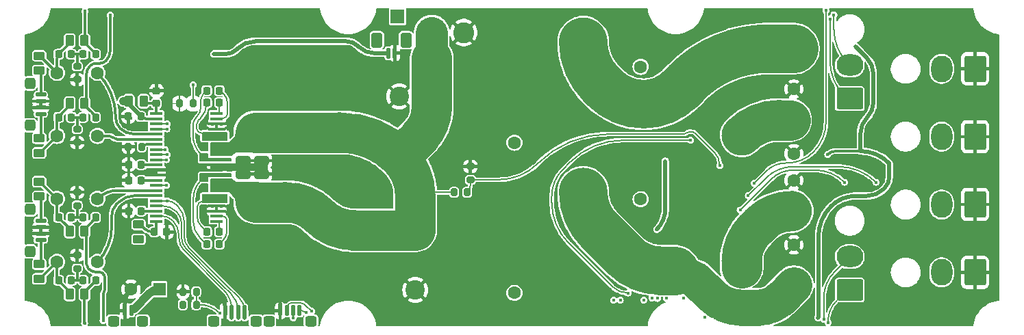
<source format=gbr>
%TF.GenerationSoftware,KiCad,Pcbnew,8.0.4*%
%TF.CreationDate,2024-08-04T16:55:56+02:00*%
%TF.ProjectId,PowerAmplifier,506f7765-7241-46d7-906c-69666965722e,rev?*%
%TF.SameCoordinates,Original*%
%TF.FileFunction,Copper,L1,Top*%
%TF.FilePolarity,Positive*%
%FSLAX46Y46*%
G04 Gerber Fmt 4.6, Leading zero omitted, Abs format (unit mm)*
G04 Created by KiCad (PCBNEW 8.0.4) date 2024-08-04 16:55:56*
%MOMM*%
%LPD*%
G01*
G04 APERTURE LIST*
G04 Aperture macros list*
%AMRoundRect*
0 Rectangle with rounded corners*
0 $1 Rounding radius*
0 $2 $3 $4 $5 $6 $7 $8 $9 X,Y pos of 4 corners*
0 Add a 4 corners polygon primitive as box body*
4,1,4,$2,$3,$4,$5,$6,$7,$8,$9,$2,$3,0*
0 Add four circle primitives for the rounded corners*
1,1,$1+$1,$2,$3*
1,1,$1+$1,$4,$5*
1,1,$1+$1,$6,$7*
1,1,$1+$1,$8,$9*
0 Add four rect primitives between the rounded corners*
20,1,$1+$1,$2,$3,$4,$5,0*
20,1,$1+$1,$4,$5,$6,$7,0*
20,1,$1+$1,$6,$7,$8,$9,0*
20,1,$1+$1,$8,$9,$2,$3,0*%
G04 Aperture macros list end*
%TA.AperFunction,Conductor*%
%ADD10C,0.200000*%
%TD*%
%TA.AperFunction,SMDPad,CuDef*%
%ADD11RoundRect,0.200000X-0.275000X0.200000X-0.275000X-0.200000X0.275000X-0.200000X0.275000X0.200000X0*%
%TD*%
%TA.AperFunction,SMDPad,CuDef*%
%ADD12RoundRect,0.200000X-0.200000X-0.275000X0.200000X-0.275000X0.200000X0.275000X-0.200000X0.275000X0*%
%TD*%
%TA.AperFunction,SMDPad,CuDef*%
%ADD13RoundRect,0.200000X0.200000X0.275000X-0.200000X0.275000X-0.200000X-0.275000X0.200000X-0.275000X0*%
%TD*%
%TA.AperFunction,SMDPad,CuDef*%
%ADD14RoundRect,0.250000X0.262500X0.450000X-0.262500X0.450000X-0.262500X-0.450000X0.262500X-0.450000X0*%
%TD*%
%TA.AperFunction,ComponentPad*%
%ADD15RoundRect,0.250000X-1.070000X1.400000X-1.070000X-1.400000X1.070000X-1.400000X1.070000X1.400000X0*%
%TD*%
%TA.AperFunction,ComponentPad*%
%ADD16O,2.640000X3.300000*%
%TD*%
%TA.AperFunction,SMDPad,CuDef*%
%ADD17RoundRect,0.200000X0.275000X-0.200000X0.275000X0.200000X-0.275000X0.200000X-0.275000X-0.200000X0*%
%TD*%
%TA.AperFunction,ComponentPad*%
%ADD18C,1.600000*%
%TD*%
%TA.AperFunction,SMDPad,CuDef*%
%ADD19RoundRect,0.225000X0.225000X0.250000X-0.225000X0.250000X-0.225000X-0.250000X0.225000X-0.250000X0*%
%TD*%
%TA.AperFunction,SMDPad,CuDef*%
%ADD20RoundRect,0.250000X0.450000X-0.262500X0.450000X0.262500X-0.450000X0.262500X-0.450000X-0.262500X0*%
%TD*%
%TA.AperFunction,SMDPad,CuDef*%
%ADD21RoundRect,0.125000X-0.525000X0.125000X-0.525000X-0.125000X0.525000X-0.125000X0.525000X0.125000X0*%
%TD*%
%TA.AperFunction,SMDPad,CuDef*%
%ADD22RoundRect,0.325000X-0.325000X0.375000X-0.325000X-0.375000X0.325000X-0.375000X0.325000X0.375000X0*%
%TD*%
%TA.AperFunction,ComponentPad*%
%ADD23R,2.400000X2.400000*%
%TD*%
%TA.AperFunction,ComponentPad*%
%ADD24C,2.400000*%
%TD*%
%TA.AperFunction,SMDPad,CuDef*%
%ADD25RoundRect,0.225000X-0.225000X-0.250000X0.225000X-0.250000X0.225000X0.250000X-0.225000X0.250000X0*%
%TD*%
%TA.AperFunction,SMDPad,CuDef*%
%ADD26RoundRect,0.125000X-0.125000X-0.525000X0.125000X-0.525000X0.125000X0.525000X-0.125000X0.525000X0*%
%TD*%
%TA.AperFunction,SMDPad,CuDef*%
%ADD27RoundRect,0.325000X-0.375000X-0.325000X0.375000X-0.325000X0.375000X0.325000X-0.375000X0.325000X0*%
%TD*%
%TA.AperFunction,SMDPad,CuDef*%
%ADD28RoundRect,0.250000X0.650000X-0.325000X0.650000X0.325000X-0.650000X0.325000X-0.650000X-0.325000X0*%
%TD*%
%TA.AperFunction,SMDPad,CuDef*%
%ADD29RoundRect,0.250000X-0.450000X0.262500X-0.450000X-0.262500X0.450000X-0.262500X0.450000X0.262500X0*%
%TD*%
%TA.AperFunction,ComponentPad*%
%ADD30R,1.700000X1.700000*%
%TD*%
%TA.AperFunction,ComponentPad*%
%ADD31RoundRect,0.250000X1.400000X1.070000X-1.400000X1.070000X-1.400000X-1.070000X1.400000X-1.070000X0*%
%TD*%
%TA.AperFunction,ComponentPad*%
%ADD32O,3.300000X2.640000*%
%TD*%
%TA.AperFunction,SMDPad,CuDef*%
%ADD33RoundRect,0.250000X-0.650000X0.325000X-0.650000X-0.325000X0.650000X-0.325000X0.650000X0.325000X0*%
%TD*%
%TA.AperFunction,ComponentPad*%
%ADD34C,2.600000*%
%TD*%
%TA.AperFunction,SMDPad,CuDef*%
%ADD35RoundRect,0.225000X0.250000X-0.225000X0.250000X0.225000X-0.250000X0.225000X-0.250000X-0.225000X0*%
%TD*%
%TA.AperFunction,SMDPad,CuDef*%
%ADD36R,1.600000X0.400000*%
%TD*%
%TA.AperFunction,SMDPad,CuDef*%
%ADD37RoundRect,0.125000X0.125000X0.525000X-0.125000X0.525000X-0.125000X-0.525000X0.125000X-0.525000X0*%
%TD*%
%TA.AperFunction,SMDPad,CuDef*%
%ADD38RoundRect,0.350000X0.350000X0.600000X-0.350000X0.600000X-0.350000X-0.600000X0.350000X-0.600000X0*%
%TD*%
%TA.AperFunction,ComponentPad*%
%ADD39R,1.600000X1.600000*%
%TD*%
%TA.AperFunction,ViaPad*%
%ADD40C,0.450000*%
%TD*%
%TA.AperFunction,ViaPad*%
%ADD41C,0.400000*%
%TD*%
%TA.AperFunction,Conductor*%
%ADD42C,0.150000*%
%TD*%
%TA.AperFunction,Conductor*%
%ADD43C,0.300000*%
%TD*%
%TA.AperFunction,Conductor*%
%ADD44C,0.500000*%
%TD*%
%TA.AperFunction,Conductor*%
%ADD45C,1.000000*%
%TD*%
%TA.AperFunction,Conductor*%
%ADD46C,2.000000*%
%TD*%
%TA.AperFunction,Conductor*%
%ADD47C,5.000000*%
%TD*%
%TA.AperFunction,Conductor*%
%ADD48C,4.000000*%
%TD*%
%TA.AperFunction,Conductor*%
%ADD49C,6.000000*%
%TD*%
%TA.AperFunction,Conductor*%
%ADD50C,4.500000*%
%TD*%
G04 APERTURE END LIST*
D10*
%TO.N,/OUT_B*%
X112600000Y-98900000D02*
X115500000Y-98900000D01*
X115500000Y-99200000D01*
X111700000Y-99200000D01*
X111700000Y-98300000D01*
X112600000Y-98300000D01*
X112600000Y-98900000D01*
%TA.AperFunction,Conductor*%
G36*
X112600000Y-98900000D02*
G01*
X115500000Y-98900000D01*
X115500000Y-99200000D01*
X111700000Y-99200000D01*
X111700000Y-98300000D01*
X112600000Y-98300000D01*
X112600000Y-98900000D01*
G37*
%TD.AperFunction*%
%TO.N,/OUT_A*%
X115000000Y-96600000D02*
X112000000Y-96600000D01*
X112000000Y-95700000D01*
X115000000Y-95700000D01*
X115000000Y-96600000D01*
%TA.AperFunction,Conductor*%
G36*
X115000000Y-96600000D02*
G01*
X112000000Y-96600000D01*
X112000000Y-95700000D01*
X115000000Y-95700000D01*
X115000000Y-96600000D01*
G37*
%TD.AperFunction*%
%TO.N,PVDD*%
X120200000Y-95900000D02*
X120200000Y-96800000D01*
X118900000Y-98100000D01*
X116100000Y-98100000D01*
X115600000Y-98500000D01*
X113000000Y-98500000D01*
X113000000Y-97000000D01*
X115300000Y-97000000D01*
X116100000Y-96200000D01*
X116100000Y-95900000D01*
X116300000Y-95700000D01*
X120000000Y-95700000D01*
X120200000Y-95900000D01*
%TA.AperFunction,Conductor*%
G36*
X120200000Y-95900000D02*
G01*
X120200000Y-96800000D01*
X118900000Y-98100000D01*
X116100000Y-98100000D01*
X115600000Y-98500000D01*
X113000000Y-98500000D01*
X113000000Y-97000000D01*
X115300000Y-97000000D01*
X116100000Y-96200000D01*
X116100000Y-95900000D01*
X116300000Y-95700000D01*
X120000000Y-95700000D01*
X120200000Y-95900000D01*
G37*
%TD.AperFunction*%
%TO.N,/OUT_D*%
X115000000Y-104300000D02*
X112000000Y-104300000D01*
X112000000Y-103400000D01*
X115000000Y-103400000D01*
X115000000Y-104300000D01*
%TA.AperFunction,Conductor*%
G36*
X115000000Y-104300000D02*
G01*
X112000000Y-104300000D01*
X112000000Y-103400000D01*
X115000000Y-103400000D01*
X115000000Y-104300000D01*
G37*
%TD.AperFunction*%
%TO.N,GND*%
X120000000Y-100400000D02*
X113000000Y-100400000D01*
X113000000Y-99600000D01*
X120000000Y-99600000D01*
X120000000Y-100400000D01*
%TA.AperFunction,Conductor*%
G36*
X120000000Y-100400000D02*
G01*
X113000000Y-100400000D01*
X113000000Y-99600000D01*
X120000000Y-99600000D01*
X120000000Y-100400000D01*
G37*
%TD.AperFunction*%
%TO.N,/OUT_C*%
X115500000Y-101100000D02*
X112600000Y-101100000D01*
X112600000Y-101700000D01*
X111700000Y-101700000D01*
X111700000Y-100800000D01*
X115500000Y-100800000D01*
X115500000Y-101100000D01*
%TA.AperFunction,Conductor*%
G36*
X115500000Y-101100000D02*
G01*
X112600000Y-101100000D01*
X112600000Y-101700000D01*
X111700000Y-101700000D01*
X111700000Y-100800000D01*
X115500000Y-100800000D01*
X115500000Y-101100000D01*
G37*
%TD.AperFunction*%
%TO.N,PVDD*%
X116100000Y-101900000D02*
X118900000Y-101900000D01*
X120200000Y-103200000D01*
X120200000Y-104100000D01*
X120000000Y-104300000D01*
X116300000Y-104300000D01*
X116100000Y-104100000D01*
X116100000Y-103800000D01*
X115300000Y-103000000D01*
X113000000Y-103000000D01*
X113000000Y-101500000D01*
X115600000Y-101500000D01*
X116100000Y-101900000D01*
%TA.AperFunction,Conductor*%
G36*
X116100000Y-101900000D02*
G01*
X118900000Y-101900000D01*
X120200000Y-103200000D01*
X120200000Y-104100000D01*
X120000000Y-104300000D01*
X116300000Y-104300000D01*
X116100000Y-104100000D01*
X116100000Y-103800000D01*
X115300000Y-103000000D01*
X113000000Y-103000000D01*
X113000000Y-101500000D01*
X115600000Y-101500000D01*
X116100000Y-101900000D01*
G37*
%TD.AperFunction*%
%TD*%
D11*
%TO.P,R39,1*%
%TO.N,GND*%
X145100000Y-99875000D03*
%TO.P,R39,2*%
%TO.N,Net-(U8-PC1)*%
X145100000Y-101525000D03*
%TD*%
D12*
%TO.P,R38,1*%
%TO.N,PVDD*%
X143075000Y-103100000D03*
%TO.P,R38,2*%
%TO.N,Net-(U8-PC1)*%
X144725000Y-103100000D03*
%TD*%
D13*
%TO.P,TH1,1*%
%TO.N,Net-(R27-Pad2)*%
X110825000Y-92100000D03*
%TO.P,TH1,2*%
%TO.N,GND*%
X109175000Y-92100000D03*
%TD*%
D11*
%TO.P,R23,1*%
%TO.N,GND*%
X96500000Y-103075000D03*
%TO.P,R23,2*%
%TO.N,Net-(C41-Pad1)*%
X96500000Y-104725000D03*
%TD*%
D14*
%TO.P,R21,1*%
%TO.N,/Controller/D_SENSE-*%
X97412500Y-115700000D03*
%TO.P,R21,2*%
%TO.N,Net-(C31-Pad1)*%
X95587500Y-115700000D03*
%TD*%
D15*
%TO.P,J4,1,Pin_1*%
%TO.N,GND*%
X207500000Y-96200000D03*
D16*
%TO.P,J4,2,Pin_2*%
%TO.N,/Controller/B_SENSE-*%
X203360000Y-96200000D03*
%TD*%
D14*
%TO.P,R24,1*%
%TO.N,/Controller/C_SENSE-*%
X97412500Y-107900000D03*
%TO.P,R24,2*%
%TO.N,Net-(C29-Pad1)*%
X95587500Y-107900000D03*
%TD*%
D17*
%TO.P,R22,1*%
%TO.N,Net-(C39-Pad1)*%
X96500000Y-112525000D03*
%TO.P,R22,2*%
%TO.N,GND*%
X96500000Y-110875000D03*
%TD*%
D18*
%TO.P,C16,1*%
%TO.N,GND*%
X185100000Y-98300000D03*
%TO.P,C16,2*%
%TO.N,/Controller/B_SENSE+*%
X185100000Y-93300000D03*
%TD*%
D19*
%TO.P,C39,1*%
%TO.N,Net-(C39-Pad1)*%
X95775000Y-114000000D03*
%TO.P,C39,2*%
%TO.N,Net-(C31-Pad1)*%
X94225000Y-114000000D03*
%TD*%
%TO.P,C36,1*%
%TO.N,Net-(U1-BST_C)*%
X114075000Y-109500000D03*
%TO.P,C36,2*%
%TO.N,/OUT_C*%
X112525000Y-109500000D03*
%TD*%
D20*
%TO.P,R9,1*%
%TO.N,Net-(C1-Pad2)*%
X91800000Y-98212500D03*
%TO.P,R9,2*%
%TO.N,Net-(J2-Pin_1)*%
X91800000Y-96387500D03*
%TD*%
D19*
%TO.P,C8,1*%
%TO.N,Net-(U1-BST_A)*%
X114075000Y-92000000D03*
%TO.P,C8,2*%
%TO.N,/OUT_A*%
X112525000Y-92000000D03*
%TD*%
D21*
%TO.P,J2,1,Pin_1*%
%TO.N,Net-(J2-Pin_1)*%
X92000000Y-93400000D03*
%TO.P,J2,2,Pin_2*%
%TO.N,GND*%
X92000000Y-92600000D03*
%TO.P,J2,3,Pin_3*%
X92000000Y-91800000D03*
%TO.P,J2,4,Pin_4*%
%TO.N,Net-(J2-Pin_4)*%
X92000000Y-91000000D03*
D22*
%TO.P,J2,M*%
%TO.N,N/C*%
X90700000Y-89600000D03*
X90700000Y-94800000D03*
%TD*%
D20*
%TO.P,R19,1*%
%TO.N,+12V*%
X104100000Y-108912500D03*
%TO.P,R19,2*%
%TO.N,Net-(U1-GVDD_CD)*%
X104100000Y-107087500D03*
%TD*%
D21*
%TO.P,J6,1,Pin_1*%
%TO.N,Net-(J6-Pin_1)*%
X92000000Y-109000000D03*
%TO.P,J6,2,Pin_2*%
%TO.N,GND*%
X92000000Y-108200000D03*
%TO.P,J6,3,Pin_3*%
X92000000Y-107400000D03*
%TO.P,J6,4,Pin_4*%
%TO.N,Net-(J6-Pin_4)*%
X92000000Y-106600000D03*
D22*
%TO.P,J6,M*%
%TO.N,N/C*%
X90700000Y-105200000D03*
X90700000Y-110400000D03*
%TD*%
D19*
%TO.P,C3,1*%
%TO.N,Net-(C3-Pad1)*%
X95775000Y-86000000D03*
%TO.P,C3,2*%
%TO.N,Net-(C13-Pad1)*%
X94225000Y-86000000D03*
%TD*%
D23*
%TO.P,C15,1*%
%TO.N,PVDD*%
X136300000Y-98712755D03*
D24*
%TO.P,C15,2*%
%TO.N,GND*%
X136300000Y-91212755D03*
%TD*%
D18*
%TO.P,L3,1,1*%
%TO.N,/OUT_C*%
X166150000Y-103950000D03*
%TO.P,L3,2,2*%
%TO.N,/Controller/C_SENSE+*%
X178650000Y-112450000D03*
%TD*%
D19*
%TO.P,C41,1*%
%TO.N,Net-(C41-Pad1)*%
X95775000Y-106200000D03*
%TO.P,C41,2*%
%TO.N,Net-(C29-Pad1)*%
X94225000Y-106200000D03*
%TD*%
D18*
%TO.P,C27,1*%
%TO.N,/Controller/C_SENSE+*%
X185100000Y-106600000D03*
%TO.P,C27,2*%
%TO.N,GND*%
X185100000Y-101600000D03*
%TD*%
D19*
%TO.P,C1,1*%
%TO.N,Net-(C1-Pad1)*%
X95775000Y-93800000D03*
%TO.P,C1,2*%
%TO.N,Net-(C1-Pad2)*%
X94225000Y-93800000D03*
%TD*%
D14*
%TO.P,R1,1*%
%TO.N,/Controller/B_SENSE-*%
X97412500Y-92100000D03*
%TO.P,R1,2*%
%TO.N,Net-(C1-Pad2)*%
X95587500Y-92100000D03*
%TD*%
D18*
%TO.P,C32,1*%
%TO.N,GND*%
X185100000Y-109600000D03*
%TO.P,C32,2*%
%TO.N,/Controller/D_SENSE+*%
X185100000Y-114600000D03*
%TD*%
D25*
%TO.P,C22,1*%
%TO.N,GND*%
X102875000Y-101600000D03*
%TO.P,C22,2*%
%TO.N,Net-(U1-AVDD)*%
X104425000Y-101600000D03*
%TD*%
D23*
%TO.P,C23,1*%
%TO.N,PVDD*%
X138300000Y-107687246D03*
D24*
%TO.P,C23,2*%
%TO.N,GND*%
X138300000Y-115187246D03*
%TD*%
D17*
%TO.P,R3,1*%
%TO.N,GND*%
X96500000Y-89125000D03*
%TO.P,R3,2*%
%TO.N,Net-(C3-Pad1)*%
X96500000Y-87475000D03*
%TD*%
D26*
%TO.P,J14,1,Pin_1*%
%TO.N,/Controller/I2C_SCL*%
X124000000Y-117750000D03*
%TO.P,J14,2,Pin_2*%
%TO.N,/Controller/I2C_SDA*%
X123200000Y-117750000D03*
%TO.P,J14,3,Pin_3*%
%TO.N,/Controller/I2C_~{INT}*%
X122400000Y-117750000D03*
%TO.P,J14,4,Pin_4*%
%TO.N,GND*%
X121600000Y-117750000D03*
D27*
%TO.P,J14,M*%
%TO.N,N/C*%
X120200000Y-119050000D03*
X125400000Y-119050000D03*
%TD*%
D28*
%TO.P,C25,1*%
%TO.N,PVDD*%
X119300000Y-103775000D03*
%TO.P,C25,2*%
%TO.N,GND*%
X119300000Y-100825000D03*
%TD*%
D19*
%TO.P,C37,1*%
%TO.N,Net-(U1-BST_D)*%
X114075000Y-108000000D03*
%TO.P,C37,2*%
%TO.N,/OUT_D*%
X112525000Y-108000000D03*
%TD*%
D18*
%TO.P,L4,1,1*%
%TO.N,/OUT_D*%
X150550000Y-115550000D03*
%TO.P,L4,2,2*%
%TO.N,/Controller/D_SENSE+*%
X159050000Y-103050000D03*
%TD*%
D19*
%TO.P,C6,1*%
%TO.N,+12V*%
X104375000Y-93700000D03*
%TO.P,C6,2*%
%TO.N,GND*%
X102825000Y-93700000D03*
%TD*%
D18*
%TO.P,C11,1*%
%TO.N,/Controller/A_SENSE+*%
X185100000Y-85300000D03*
%TO.P,C11,2*%
%TO.N,GND*%
X185100000Y-90300000D03*
%TD*%
D15*
%TO.P,J1,1,Pin_1*%
%TO.N,GND*%
X207500000Y-87800000D03*
D16*
%TO.P,J1,2,Pin_2*%
%TO.N,/Controller/A_SENSE-*%
X203360000Y-87800000D03*
%TD*%
D26*
%TO.P,J10,1,Pin_1*%
%TO.N,/~{RESET}*%
X117200000Y-117750000D03*
%TO.P,J10,2,Pin_2*%
%TO.N,/~{FAULT}*%
X116400000Y-117750000D03*
%TO.P,J10,3,Pin_3*%
%TO.N,/~{CLIP_OTW}*%
X115600000Y-117750000D03*
%TO.P,J10,4,Pin_4*%
%TO.N,GND*%
X114800000Y-117750000D03*
D27*
%TO.P,J10,M*%
%TO.N,N/C*%
X113400000Y-119050000D03*
X118600000Y-119050000D03*
%TD*%
D29*
%TO.P,R15,1*%
%TO.N,Net-(C29-Pad1)*%
X91800000Y-101787500D03*
%TO.P,R15,2*%
%TO.N,Net-(J6-Pin_4)*%
X91800000Y-103612500D03*
%TD*%
D25*
%TO.P,C34,1*%
%TO.N,GND*%
X102875000Y-105400000D03*
%TO.P,C34,2*%
%TO.N,Net-(U1-VBG)*%
X104425000Y-105400000D03*
%TD*%
D19*
%TO.P,C9,1*%
%TO.N,Net-(U1-BST_B)*%
X114075000Y-90500000D03*
%TO.P,C9,2*%
%TO.N,/OUT_B*%
X112525000Y-90500000D03*
%TD*%
D29*
%TO.P,R7,1*%
%TO.N,Net-(C13-Pad1)*%
X91800000Y-86187500D03*
%TO.P,R7,2*%
%TO.N,Net-(J2-Pin_4)*%
X91800000Y-88012500D03*
%TD*%
D14*
%TO.P,R4,1*%
%TO.N,/Controller/A_SENSE-*%
X97412500Y-84300000D03*
%TO.P,R4,2*%
%TO.N,Net-(C13-Pad1)*%
X95587500Y-84300000D03*
%TD*%
D30*
%TO.P,J13,1,Pin_1*%
%TO.N,Net-(J13-Pin_1)*%
X136100000Y-81350000D03*
%TD*%
D12*
%TO.P,R40,1*%
%TO.N,+12V*%
X109575000Y-117000000D03*
%TO.P,R40,2*%
%TO.N,Net-(U10-EN)*%
X111225000Y-117000000D03*
%TD*%
D31*
%TO.P,J7,1,Pin_1*%
%TO.N,/Controller/D_SENSE-*%
X192000000Y-115200000D03*
D32*
%TO.P,J7,2,Pin_2*%
%TO.N,/Controller/C_SENSE-*%
X192000000Y-111060000D03*
%TD*%
D14*
%TO.P,R5,1*%
%TO.N,Net-(U1-GVDD_AB)*%
X104712500Y-91800000D03*
%TO.P,R5,2*%
%TO.N,+12V*%
X102887500Y-91800000D03*
%TD*%
D18*
%TO.P,L1,1,1*%
%TO.N,/OUT_A*%
X150550000Y-96950000D03*
%TO.P,L1,2,2*%
%TO.N,/Controller/A_SENSE+*%
X159050000Y-84450000D03*
%TD*%
D19*
%TO.P,C42,1*%
%TO.N,/Controller/C_SENSE-*%
X98775000Y-106200000D03*
%TO.P,C42,2*%
%TO.N,Net-(C41-Pad1)*%
X97225000Y-106200000D03*
%TD*%
D28*
%TO.P,C30,1*%
%TO.N,PVDD*%
X117000000Y-103775000D03*
%TO.P,C30,2*%
%TO.N,GND*%
X117000000Y-100825000D03*
%TD*%
D33*
%TO.P,C20,1*%
%TO.N,PVDD*%
X117000000Y-96225000D03*
%TO.P,C20,2*%
%TO.N,GND*%
X117000000Y-99175000D03*
%TD*%
D20*
%TO.P,R16,1*%
%TO.N,Net-(C31-Pad1)*%
X91800000Y-113812500D03*
%TO.P,R16,2*%
%TO.N,Net-(J6-Pin_1)*%
X91800000Y-111987500D03*
%TD*%
D25*
%TO.P,C38,1*%
%TO.N,Net-(U1-GVDD_CD)*%
X106025000Y-108000000D03*
%TO.P,C38,2*%
%TO.N,GND*%
X107575000Y-108000000D03*
%TD*%
D33*
%TO.P,C18,1*%
%TO.N,PVDD*%
X119300000Y-96225000D03*
%TO.P,C18,2*%
%TO.N,GND*%
X119300000Y-99175000D03*
%TD*%
D18*
%TO.P,L2,1,1*%
%TO.N,/OUT_B*%
X166150000Y-87550000D03*
%TO.P,L2,2,2*%
%TO.N,/Controller/B_SENSE+*%
X178650000Y-96050000D03*
%TD*%
D25*
%TO.P,C21,1*%
%TO.N,GND*%
X102875000Y-99650000D03*
%TO.P,C21,2*%
%TO.N,/DVDD*%
X104425000Y-99650000D03*
%TD*%
D15*
%TO.P,J5,1,Pin_1*%
%TO.N,GND*%
X207500000Y-104600000D03*
D16*
%TO.P,J5,2,Pin_2*%
%TO.N,/Controller/C_SENSE-*%
X203360000Y-104600000D03*
%TD*%
D34*
%TO.P,J9,1,Pin_1*%
%TO.N,PVDD*%
X140318800Y-83300000D03*
%TO.P,J9,2,Pin_2*%
%TO.N,GND*%
X144281200Y-83300000D03*
%TD*%
D19*
%TO.P,C2,1*%
%TO.N,/Controller/B_SENSE-*%
X98775000Y-93800000D03*
%TO.P,C2,2*%
%TO.N,Net-(C1-Pad1)*%
X97225000Y-93800000D03*
%TD*%
D15*
%TO.P,J8,1,Pin_1*%
%TO.N,GND*%
X207500000Y-113000000D03*
D16*
%TO.P,J8,2,Pin_2*%
%TO.N,/Controller/D_SENSE-*%
X203360000Y-113000000D03*
%TD*%
D35*
%TO.P,C7,1*%
%TO.N,Net-(U1-GVDD_AB)*%
X106300000Y-92075000D03*
%TO.P,C7,2*%
%TO.N,GND*%
X106300000Y-90525000D03*
%TD*%
D26*
%TO.P,J12,1,Pin_1*%
%TO.N,+12V*%
X103200000Y-117750000D03*
%TO.P,J12,2,Pin_2*%
%TO.N,GND*%
X102400000Y-117750000D03*
D27*
%TO.P,J12,M*%
%TO.N,N/C*%
X101000000Y-119050000D03*
X104600000Y-119050000D03*
%TD*%
D13*
%TO.P,R42,1*%
%TO.N,Net-(U10-EN)*%
X111225000Y-115400000D03*
%TO.P,R42,2*%
%TO.N,GND*%
X109575000Y-115400000D03*
%TD*%
%TO.P,R11,1*%
%TO.N,Net-(U1-OC_ADJ)*%
X104475000Y-97450000D03*
%TO.P,R11,2*%
%TO.N,GND*%
X102825000Y-97450000D03*
%TD*%
D31*
%TO.P,J3,1,Pin_1*%
%TO.N,/Controller/B_SENSE-*%
X192000000Y-91500000D03*
D32*
%TO.P,J3,2,Pin_2*%
%TO.N,/Controller/A_SENSE-*%
X192000000Y-87360000D03*
%TD*%
D36*
%TO.P,U1,1,GVDD_AB*%
%TO.N,Net-(U1-GVDD_AB)*%
X106250000Y-93332500D03*
%TO.P,U1,2,VDD*%
%TO.N,+12V*%
X106250000Y-93967500D03*
%TO.P,U1,3,M1*%
%TO.N,/M1*%
X106250000Y-94602500D03*
%TO.P,U1,4,M2*%
%TO.N,/M2*%
X106250000Y-95237500D03*
%TO.P,U1,5,INPUT_A*%
%TO.N,Net-(U1-INPUT_A)*%
X106250000Y-95872500D03*
%TO.P,U1,6,INPUT_B*%
%TO.N,Net-(U1-INPUT_B)*%
X106250000Y-96507500D03*
%TO.P,U1,7,OC_ADJ*%
%TO.N,Net-(U1-OC_ADJ)*%
X106250000Y-97142500D03*
%TO.P,U1,8,FREQ_ADJ*%
%TO.N,Net-(JP1-B)*%
X106250000Y-97777500D03*
%TO.P,U1,9,OSC_IOM*%
%TO.N,/OSC_IOM*%
X106250000Y-98412500D03*
%TO.P,U1,10,OSC_IOP*%
%TO.N,/OSC_IOP*%
X106250000Y-99047500D03*
%TO.P,U1,11,DVDD*%
%TO.N,/DVDD*%
X106250000Y-99682500D03*
%TO.P,U1,12,GND*%
%TO.N,GND*%
X106250000Y-100317500D03*
%TO.P,U1,13,GND*%
X106250000Y-100952500D03*
%TO.P,U1,14,AVDD*%
%TO.N,Net-(U1-AVDD)*%
X106250000Y-101587500D03*
%TO.P,U1,15,C_START*%
%TO.N,Net-(U1-C_START)*%
X106250000Y-102222500D03*
%TO.P,U1,16,INPUT_C*%
%TO.N,Net-(U1-INPUT_C)*%
X106250000Y-102857500D03*
%TO.P,U1,17,INPUT_D*%
%TO.N,Net-(U1-INPUT_D)*%
X106250000Y-103492500D03*
%TO.P,U1,18,~{RESET}*%
%TO.N,/~{RESET}*%
X106250000Y-104127500D03*
%TO.P,U1,19,~{FAULT}*%
%TO.N,/~{FAULT}*%
X106250000Y-104762500D03*
%TO.P,U1,20,VBG*%
%TO.N,Net-(U1-VBG)*%
X106250000Y-105397500D03*
%TO.P,U1,21,~{CLIP_OTW}*%
%TO.N,/~{CLIP_OTW}*%
X106250000Y-106032500D03*
%TO.P,U1,22,GVDD_CD*%
%TO.N,Net-(U1-GVDD_CD)*%
X106250000Y-106667500D03*
%TO.P,U1,23,BST_D*%
%TO.N,Net-(U1-BST_D)*%
X113750000Y-106667500D03*
%TO.P,U1,24,BST_C*%
%TO.N,Net-(U1-BST_C)*%
X113750000Y-106032500D03*
%TO.P,U1,25,GND*%
%TO.N,GND*%
X113750000Y-105397500D03*
%TO.P,U1,26,GND*%
X113750000Y-104762500D03*
%TO.P,U1,27,OUT_D*%
%TO.N,/OUT_D*%
X113750000Y-104127500D03*
%TO.P,U1,28,OUT_D*%
X113750000Y-103492500D03*
%TO.P,U1,29,PVDD_CD*%
%TO.N,PVDD*%
X113750000Y-102857500D03*
%TO.P,U1,30,PVDD_CD*%
X113750000Y-102222500D03*
%TO.P,U1,31,PVDD_CD*%
X113750000Y-101587500D03*
%TO.P,U1,32,OUT_C*%
%TO.N,/OUT_C*%
X113750000Y-100952500D03*
%TO.P,U1,33,GND*%
%TO.N,GND*%
X113750000Y-100317500D03*
%TO.P,U1,34,GND*%
X113750000Y-99682500D03*
%TO.P,U1,35,OUT_B*%
%TO.N,/OUT_B*%
X113750000Y-99047500D03*
%TO.P,U1,36,PVDD_AB*%
%TO.N,PVDD*%
X113750000Y-98412500D03*
%TO.P,U1,37,PVDD_AB*%
X113750000Y-97777500D03*
%TO.P,U1,38,PVDD_AB*%
X113750000Y-97142500D03*
%TO.P,U1,39,OUT_A*%
%TO.N,/OUT_A*%
X113750000Y-96507500D03*
%TO.P,U1,40,OUT_A*%
X113750000Y-95872500D03*
%TO.P,U1,41,GND*%
%TO.N,GND*%
X113750000Y-95237500D03*
%TO.P,U1,42,GND*%
X113750000Y-94602500D03*
%TO.P,U1,43,BST_B*%
%TO.N,Net-(U1-BST_B)*%
X113750000Y-93967500D03*
%TO.P,U1,44,BST_A*%
%TO.N,Net-(U1-BST_A)*%
X113750000Y-93332500D03*
%TD*%
D19*
%TO.P,C40,1*%
%TO.N,/Controller/D_SENSE-*%
X98775000Y-114000000D03*
%TO.P,C40,2*%
%TO.N,Net-(C39-Pad1)*%
X97225000Y-114000000D03*
%TD*%
D37*
%TO.P,M1,1,+*%
%TO.N,Net-(M1-+)*%
X134950000Y-85850000D03*
%TO.P,M1,2,-*%
%TO.N,GND*%
X135750000Y-85850000D03*
D38*
%TO.P,M1,M*%
%TO.N,N/C*%
X137150000Y-84250000D03*
X133550000Y-84250000D03*
%TD*%
D11*
%TO.P,R2,1*%
%TO.N,Net-(C1-Pad1)*%
X96500000Y-95275000D03*
%TO.P,R2,2*%
%TO.N,GND*%
X96500000Y-96925000D03*
%TD*%
D19*
%TO.P,C4,1*%
%TO.N,/Controller/A_SENSE-*%
X98775000Y-86000000D03*
%TO.P,C4,2*%
%TO.N,Net-(C3-Pad1)*%
X97225000Y-86000000D03*
%TD*%
D18*
%TO.P,C14,1*%
%TO.N,Net-(C1-Pad2)*%
X94000000Y-96100000D03*
%TO.P,C14,2*%
%TO.N,Net-(U1-INPUT_B)*%
X99000000Y-96100000D03*
%TD*%
%TO.P,C13,1*%
%TO.N,Net-(C13-Pad1)*%
X94000000Y-88300000D03*
%TO.P,C13,2*%
%TO.N,Net-(U1-INPUT_A)*%
X99000000Y-88300000D03*
%TD*%
%TO.P,C29,1*%
%TO.N,Net-(C29-Pad1)*%
X94000000Y-103900000D03*
%TO.P,C29,2*%
%TO.N,Net-(U1-INPUT_C)*%
X99000000Y-103900000D03*
%TD*%
D39*
%TO.P,C5,1*%
%TO.N,+12V*%
X106652651Y-115100000D03*
D18*
%TO.P,C5,2*%
%TO.N,GND*%
X103152651Y-115100000D03*
%TD*%
%TO.P,C31,1*%
%TO.N,Net-(C31-Pad1)*%
X94000000Y-111700000D03*
%TO.P,C31,2*%
%TO.N,Net-(U1-INPUT_D)*%
X99000000Y-111700000D03*
%TD*%
D40*
%TO.N,Net-(U8-PC1)*%
X175934887Y-99800000D03*
%TO.N,GND*%
X171400000Y-101000000D03*
%TO.N,+12V*%
X109739085Y-116756141D03*
%TO.N,GND*%
X93000000Y-83400000D03*
X90600000Y-91000000D03*
X90600000Y-108800000D03*
X93400000Y-117000000D03*
X107800000Y-105560000D03*
X111600000Y-97100000D03*
X111600000Y-102900000D03*
X115480000Y-99980000D03*
X114800000Y-99980000D03*
X119700000Y-100900000D03*
X118900000Y-100900000D03*
X119700000Y-99200000D03*
X118900000Y-99200000D03*
X117400000Y-100900000D03*
X116600000Y-100900000D03*
X117400000Y-99200000D03*
X116600000Y-99200000D03*
X111800000Y-99710000D03*
X111790000Y-100270000D03*
X112460000Y-100290000D03*
X112480000Y-99720000D03*
X114970000Y-94540000D03*
X114970000Y-95130000D03*
X112530000Y-94520000D03*
X112530000Y-95130000D03*
X114300000Y-94700000D03*
X113200000Y-94700000D03*
X113750000Y-95140000D03*
X115010000Y-105530000D03*
X115010000Y-104880000D03*
X112550000Y-104840000D03*
X112520000Y-105470000D03*
X114290000Y-104860000D03*
X113740000Y-105300000D03*
X113210000Y-104860000D03*
X108180000Y-97610000D03*
X107750000Y-100950000D03*
X107750000Y-100320000D03*
X104980000Y-100620000D03*
%TO.N,+12V*%
X102433225Y-91543974D03*
X102000000Y-92000000D03*
X104400000Y-109100000D03*
X103700000Y-108700000D03*
%TO.N,GND*%
X107780000Y-108120000D03*
X103190000Y-105260000D03*
X103070000Y-101620000D03*
X103030000Y-98570000D03*
X103160000Y-93920000D03*
X106270000Y-90510000D03*
X114820000Y-82420000D03*
X105470000Y-84550000D03*
X136540000Y-85660000D03*
X135750000Y-84630000D03*
X194520000Y-118990000D03*
X191710000Y-108810000D03*
X172340000Y-94270000D03*
X98550000Y-118110000D03*
X101180000Y-117910000D03*
X124750000Y-91760000D03*
X130550000Y-99350000D03*
X188380000Y-83680000D03*
X190420000Y-97050000D03*
X188650000Y-101500000D03*
X169510000Y-108940000D03*
X110720000Y-114290000D03*
X121610000Y-116900000D03*
X120043503Y-117256497D03*
X111840000Y-118430000D03*
X145720000Y-112230000D03*
X141990000Y-102000000D03*
X153950000Y-89470000D03*
X164040000Y-82370000D03*
X170890000Y-84590000D03*
X189730000Y-90430000D03*
X190420000Y-88720000D03*
X201380000Y-97500000D03*
X201410000Y-111040000D03*
X194220000Y-113170000D03*
X196220000Y-89280000D03*
X191630000Y-93730000D03*
X190810000Y-95370000D03*
X198890000Y-99830000D03*
X194390000Y-100230000D03*
X197770000Y-101090000D03*
X193310000Y-101950000D03*
X193290000Y-104340000D03*
X194800000Y-106570000D03*
X188380000Y-103110000D03*
X187670000Y-98770000D03*
X175100000Y-92410000D03*
X177820000Y-90070000D03*
X180910000Y-81560000D03*
X186190000Y-81940000D03*
X183360000Y-89310000D03*
X180550000Y-89050000D03*
X177850000Y-92680000D03*
X169200000Y-97675000D03*
X175425000Y-95200000D03*
X177430000Y-99830000D03*
X181570000Y-99320000D03*
X180090000Y-100750000D03*
X171360000Y-102450000D03*
X167890000Y-106060000D03*
X172450000Y-108650000D03*
X175710000Y-112780000D03*
X186120000Y-117480000D03*
X184720000Y-118680000D03*
X155760000Y-105270000D03*
X159560000Y-112530000D03*
X154390000Y-113830000D03*
X158560000Y-114500000D03*
X157070000Y-114500000D03*
X158560000Y-115500000D03*
X157070000Y-115500000D03*
X158560000Y-116500000D03*
X157070000Y-116500000D03*
X163500000Y-114800000D03*
X109170000Y-89800000D03*
%TO.N,/DVDD*%
X104425000Y-99650000D03*
%TO.N,+3.3VA*%
X188070000Y-118610000D03*
X163629141Y-116449340D03*
X189275000Y-98400000D03*
X162812283Y-116449340D03*
X193300000Y-97990000D03*
X196900000Y-99525000D03*
X192740000Y-85070000D03*
%TO.N,+3.3V*%
X168150000Y-107675000D03*
X169200000Y-99225000D03*
%TO.N,/Controller/A_SENSE-*%
X190040000Y-81100000D03*
X97480000Y-80670000D03*
%TO.N,/Controller/B_SENSE-*%
X100580000Y-81160000D03*
X189550000Y-81610000D03*
%TO.N,/Controller/C_SENSE-*%
X99710000Y-118960000D03*
X188780000Y-118810000D03*
%TO.N,/Controller/D_SENSE-*%
X189320000Y-119210000D03*
X97420000Y-119310000D03*
%TO.N,Net-(JP1-B)*%
X107370000Y-97780000D03*
%TO.N,/~{FAULT}*%
X116400000Y-118630000D03*
X167540000Y-116180000D03*
%TO.N,/~{CLIP_OTW}*%
X115600000Y-118630000D03*
X166520000Y-116420000D03*
%TO.N,/M1*%
X107630000Y-94600000D03*
%TO.N,/~{RESET}*%
X168240000Y-116230000D03*
X117210000Y-118660000D03*
X107600000Y-104130001D03*
%TO.N,/M2*%
X107590000Y-95240000D03*
%TO.N,/OSC_IOM*%
X107640000Y-98410000D03*
%TO.N,/OSC_IOP*%
X107510000Y-99050000D03*
%TO.N,Net-(M1-+)*%
X113400000Y-85950000D03*
%TO.N,/OUT_A*%
X112140000Y-96470000D03*
X112780000Y-95830000D03*
X112780000Y-96470000D03*
X114870000Y-95830000D03*
X112140000Y-95830000D03*
X114870000Y-96470000D03*
%TO.N,/OUT_C*%
X115370000Y-100950000D03*
X114730000Y-100950000D03*
X111830000Y-100930000D03*
X112470000Y-101570000D03*
X112470000Y-100930000D03*
X111830000Y-101570000D03*
%TO.N,/OUT_B*%
X111830000Y-98430000D03*
X115370000Y-99050000D03*
X114730000Y-99040000D03*
X111830000Y-99070000D03*
X112470000Y-98430000D03*
X112470000Y-99070000D03*
%TO.N,/OUT_D*%
X114870000Y-104170000D03*
X112780000Y-103530000D03*
X114870000Y-103530000D03*
X112140000Y-103530000D03*
X112140000Y-104170000D03*
X112780000Y-104170000D03*
%TO.N,Net-(J13-Pin_1)*%
X189060000Y-80580000D03*
X180180000Y-101960000D03*
%TO.N,/Controller/I2C_~{INT}*%
X169340000Y-116230000D03*
X125470000Y-117800000D03*
%TO.N,/Controller/I2C_SCL*%
X124780000Y-117960000D03*
X171440000Y-116170000D03*
%TO.N,/Controller/I2C_SDA*%
X174050000Y-118590000D03*
X123220000Y-118630000D03*
%TO.N,Net-(U1-C_START)*%
X107530000Y-102220000D03*
%TO.N,Net-(J15-Pin_5)*%
X172325000Y-96650000D03*
X164630000Y-115570000D03*
%TO.N,Net-(R27-Pad2)*%
X110820000Y-89800000D03*
D41*
%TO.N,Net-(U10-EN)*%
X114100000Y-118040000D03*
D40*
%TO.N,Net-(U3C--)*%
X179450000Y-103500000D03*
X195250000Y-101850000D03*
%TO.N,Net-(U3D--)*%
X178450000Y-105300000D03*
X191350000Y-101850000D03*
%TD*%
D42*
%TO.N,Net-(U8-PC1)*%
X175112685Y-97972685D02*
X175224165Y-98084165D01*
X172280000Y-95580000D02*
X172327625Y-95581994D01*
X172210261Y-95580000D02*
X172280000Y-95580000D01*
X171860000Y-95730000D02*
X171869976Y-95720951D01*
X167617574Y-95880000D02*
X171497868Y-95880000D01*
X175224165Y-98084165D02*
G75*
G02*
X175934878Y-99800000I-1715865J-1715835D01*
G01*
X172327625Y-95581994D02*
G75*
G02*
X173000846Y-95860864I-25J-952106D01*
G01*
X171869976Y-95720951D02*
G75*
G02*
X172210261Y-95579962I340324J-340249D01*
G01*
X162246021Y-95880000D02*
X167617574Y-95880000D01*
X171497868Y-95880000D02*
G75*
G03*
X171860009Y-95730009I32J512100D01*
G01*
X153410000Y-99540000D02*
G75*
G02*
X162246021Y-95880009I8836000J-8836000D01*
G01*
X148617787Y-101525000D02*
G75*
G03*
X153410004Y-99540004I13J6777200D01*
G01*
X145100000Y-101525000D02*
X148617787Y-101525000D01*
X173000855Y-95860855D02*
X175112685Y-97972685D01*
X175934887Y-99800000D02*
X175902434Y-99767547D01*
X145100000Y-102194670D02*
X145100000Y-101525000D01*
X144725000Y-103100000D02*
G75*
G03*
X145099988Y-102194670I-905300J905300D01*
G01*
%TO.N,PVDD*%
X139365107Y-103100000D02*
G75*
G03*
X138299994Y-103541176I-7J-1506300D01*
G01*
X143075000Y-103100000D02*
X139365107Y-103100000D01*
%TO.N,GND*%
X112620000Y-93430000D02*
X112620000Y-93280416D01*
X112620000Y-94302721D02*
X112620000Y-93430000D01*
X112620000Y-93280416D02*
G75*
G02*
X112789995Y-92869995I580400J16D01*
G01*
X112530000Y-94520000D02*
G75*
G03*
X112620009Y-94302721I-217300J217300D01*
G01*
%TO.N,Net-(U10-EN)*%
X111589218Y-117000000D02*
X111225000Y-117000000D01*
X114100000Y-118040000D02*
G75*
G03*
X111589218Y-116999993I-2510800J-2510800D01*
G01*
D43*
%TO.N,GND*%
X113750000Y-94602500D02*
X113750000Y-95237500D01*
X113750000Y-105397500D02*
X113750000Y-104762500D01*
X106201716Y-100620000D02*
G75*
G03*
X106249995Y-100599995I-16J68300D01*
G01*
X104980000Y-100620000D02*
X106201716Y-100620000D01*
X106250000Y-100600000D02*
X106250000Y-100952500D01*
X106250000Y-100317500D02*
X106250000Y-100600000D01*
X107743965Y-100952500D02*
X107750000Y-100950000D01*
X106250000Y-100952500D02*
X107743965Y-100952500D01*
X107743965Y-100317500D02*
X107750000Y-100320000D01*
X106250000Y-100317500D02*
X107743965Y-100317500D01*
D44*
X121600000Y-116924142D02*
G75*
G02*
X121609988Y-116899988I34100J42D01*
G01*
X121600000Y-117750000D02*
X121600000Y-116924142D01*
X114490000Y-116470000D02*
X113434300Y-115414300D01*
X113434300Y-115414300D02*
G75*
G03*
X110720000Y-114290000I-2714300J-2714300D01*
G01*
X114800000Y-117218406D02*
G75*
G03*
X114490002Y-116469998I-1058400J6D01*
G01*
X114800000Y-117750000D02*
X114800000Y-117218406D01*
D43*
X112517500Y-99682500D02*
X113750000Y-99682500D01*
X112480000Y-99720000D02*
X112517500Y-99682500D01*
X112487500Y-100317500D02*
X113750000Y-100317500D01*
X112460000Y-100290000D02*
X112487500Y-100317500D01*
X114726330Y-104762500D02*
G75*
G02*
X115009991Y-104880009I-30J-401200D01*
G01*
X113750000Y-104762500D02*
X114726330Y-104762500D01*
X112737101Y-104762500D02*
G75*
G03*
X112550000Y-104840000I-1J-264600D01*
G01*
X113750000Y-104762500D02*
X112737101Y-104762500D01*
X114690117Y-105397500D02*
G75*
G02*
X115009995Y-105530005I-17J-452400D01*
G01*
X113750000Y-105397500D02*
X114690117Y-105397500D01*
X112695030Y-105397500D02*
G75*
G03*
X112519991Y-105469991I-30J-247500D01*
G01*
X113750000Y-105397500D02*
X112695030Y-105397500D01*
X114710473Y-95237500D02*
G75*
G03*
X114970008Y-95130008I27J367000D01*
G01*
X113750000Y-95237500D02*
X114710473Y-95237500D01*
X113750000Y-94602500D02*
X114819112Y-94602500D01*
X114819112Y-94602500D02*
G75*
G03*
X114969997Y-94539997I-12J213400D01*
G01*
X113750000Y-94602500D02*
X112729172Y-94602500D01*
X112729172Y-94602500D02*
G75*
G02*
X112530008Y-94519992I28J281700D01*
G01*
X113750000Y-95237500D02*
X112789527Y-95237500D01*
X112789527Y-95237500D02*
G75*
G02*
X112529992Y-95130008I-27J367000D01*
G01*
D45*
%TO.N,+12V*%
X102887500Y-91800000D02*
X102190000Y-91800000D01*
D44*
%TO.N,GND*%
X102400000Y-116917060D02*
G75*
G02*
X103152673Y-115100022I2569700J-40D01*
G01*
X102400000Y-117750000D02*
X102400000Y-116917060D01*
D45*
%TO.N,+12V*%
X105427715Y-115607385D02*
G75*
G02*
X106652651Y-115100030I1224885J-1224915D01*
G01*
X103514867Y-117520233D02*
X105427715Y-115607385D01*
X103460000Y-117570000D02*
X103514867Y-117520233D01*
D44*
X103336568Y-117693431D02*
X103460000Y-117570000D01*
X103200000Y-117750000D02*
G75*
G03*
X103336561Y-117693424I0J193100D01*
G01*
D42*
%TO.N,GND*%
X109175000Y-92100000D02*
X109175000Y-89812071D01*
X109175000Y-89812071D02*
X109170000Y-89800000D01*
D43*
%TO.N,+12V*%
X106250000Y-93967500D02*
X105020802Y-93967500D01*
D44*
X103179182Y-92504181D02*
X104375000Y-93700000D01*
D43*
X105020802Y-93967500D02*
G75*
G02*
X104374999Y-93700001I-2J913300D01*
G01*
D44*
X102887500Y-91800000D02*
G75*
G03*
X103179174Y-92504189I995900J0D01*
G01*
D43*
%TO.N,/DVDD*%
X106250000Y-99682500D02*
X104503461Y-99682500D01*
X104503461Y-99682500D02*
G75*
G02*
X104425011Y-99649989I39J111000D01*
G01*
D46*
%TO.N,PVDD*%
X118928241Y-95853241D02*
X119300000Y-96225000D01*
X118952384Y-104122617D02*
X119300000Y-103775000D01*
D47*
X140320000Y-86500000D02*
X140320000Y-92621107D01*
X128978282Y-95680000D02*
X118510000Y-95680000D01*
X138300000Y-107787246D02*
X138300000Y-103541182D01*
D48*
X140318800Y-83300000D02*
X140318800Y-86497103D01*
D47*
X138300000Y-107787246D02*
X130682367Y-107787246D01*
X122287553Y-104310000D02*
X118500000Y-104310000D01*
X138850000Y-96170000D02*
X136312368Y-98707632D01*
X136312368Y-98707632D02*
X136300000Y-98712755D01*
D48*
X140318800Y-86497103D02*
X140320000Y-86500000D01*
D47*
X140320000Y-92621107D02*
G75*
G02*
X138849998Y-96169998I-5018900J7D01*
G01*
X136300000Y-98712755D02*
G75*
G03*
X128978282Y-95680021I-7321700J-7321745D01*
G01*
D46*
X118500000Y-104310000D02*
G75*
G03*
X118952390Y-104122623I0J639800D01*
G01*
D47*
X130682367Y-107787246D02*
G75*
G02*
X126440010Y-106029990I33J5999646D01*
G01*
D46*
X118510000Y-95680000D02*
G75*
G02*
X118928245Y-95853237I0J-591500D01*
G01*
D47*
X138300000Y-103541182D02*
G75*
G03*
X136299985Y-98712770I-6828400J-18D01*
G01*
X126440000Y-106030000D02*
G75*
G03*
X122287553Y-104310020I-4152400J-4152400D01*
G01*
D49*
%TO.N,/Controller/A_SENSE+*%
X181959920Y-85300000D02*
X185100000Y-85300000D01*
X161213747Y-89673747D02*
X161740101Y-90200101D01*
X171009691Y-90320309D02*
X171836913Y-89493087D01*
X159050000Y-84450000D02*
G75*
G03*
X161213746Y-89673748I7387500J0D01*
G01*
X171836913Y-89493087D02*
G75*
G02*
X181959920Y-85300016I10122987J-10123013D01*
G01*
X161740101Y-90200101D02*
G75*
G03*
X166520000Y-92179999I4779899J4779901D01*
G01*
X166520000Y-92180000D02*
G75*
G03*
X171009695Y-90320313I0J6349400D01*
G01*
D45*
%TO.N,/Controller/B_SENSE+*%
X184898701Y-93501300D02*
X185100000Y-93300000D01*
D47*
X183237005Y-94150000D02*
X184630000Y-94150000D01*
D45*
X184630000Y-94150000D02*
G75*
G02*
X184898701Y-93501300I917400J0D01*
G01*
D47*
X178650000Y-96050000D02*
G75*
G02*
X183237005Y-94150002I4587000J-4587000D01*
G01*
D45*
%TO.N,/Controller/C_SENSE+*%
X184820000Y-105420000D02*
X184820000Y-105924021D01*
D47*
X180280000Y-107680000D02*
X180927796Y-107032204D01*
X178650000Y-112450000D02*
X178650000Y-111615168D01*
D45*
X184820000Y-105924021D02*
G75*
G03*
X185100006Y-106599994I956000J21D01*
G01*
D47*
X180927796Y-107032204D02*
G75*
G02*
X184820000Y-105419998I3892204J-3892196D01*
G01*
X178650000Y-111615168D02*
G75*
G02*
X180280009Y-107680009I5565200J-32D01*
G01*
D49*
%TO.N,/Controller/D_SENSE+*%
X161350000Y-108130000D02*
X164188593Y-110968593D01*
X169254071Y-112800000D02*
X170356792Y-112800000D01*
D50*
X183459446Y-116240553D02*
X185100000Y-114600000D01*
D49*
X161015757Y-107795757D02*
X161350000Y-108130000D01*
D50*
X172940000Y-113870000D02*
X174950933Y-115880933D01*
D49*
X168610000Y-112800000D02*
X169254071Y-112800000D01*
D50*
X178570000Y-117380000D02*
X180708579Y-117380000D01*
D49*
X159050000Y-103050000D02*
G75*
G03*
X161015760Y-107795754I6711500J0D01*
G01*
D50*
X180708579Y-117380000D02*
G75*
G03*
X183459454Y-116240561I21J3890300D01*
G01*
D49*
X164188593Y-110968593D02*
G75*
G03*
X168610000Y-112800004I4421407J4421393D01*
G01*
D50*
X174950933Y-115880933D02*
G75*
G03*
X178570000Y-117380010I3619067J3619033D01*
G01*
D48*
X170356792Y-112800000D02*
G75*
G02*
X172940002Y-113869998I8J-3653200D01*
G01*
D43*
%TO.N,Net-(C41-Pad1)*%
X96500000Y-104725000D02*
X96500000Y-106200000D01*
X97225000Y-106200000D02*
X96500000Y-106200000D01*
X96500000Y-106200000D02*
X95775000Y-106200000D01*
D44*
%TO.N,+3.3VA*%
X188070000Y-118610000D02*
X188126000Y-118552992D01*
X194071497Y-86401498D02*
X192740000Y-85070000D01*
X194920000Y-88640000D02*
X194917347Y-88443559D01*
X194920000Y-91973482D02*
X194920000Y-88640000D01*
X188126000Y-118552992D02*
X188126000Y-108614114D01*
X193303710Y-97913903D02*
X193303710Y-95875551D01*
X196900000Y-101094904D02*
X196900000Y-99525000D01*
X196825175Y-99450176D02*
X196900000Y-99525000D01*
X192703624Y-103550000D02*
X194063066Y-103550000D01*
D43*
X193282929Y-97997071D02*
X190247756Y-97997071D01*
D44*
X193300000Y-97990000D02*
X193303710Y-97913903D01*
D43*
X193300000Y-97990000D02*
X193282929Y-97997071D01*
D44*
X196260000Y-102640000D02*
G75*
G03*
X196900001Y-101094904I-1545100J1545100D01*
G01*
X193300000Y-97990000D02*
G75*
G02*
X196825165Y-99450186I0J-4985300D01*
G01*
D43*
X190247756Y-97997071D02*
G75*
G03*
X189275013Y-98400013I44J-1375729D01*
G01*
D44*
X193303710Y-95875551D02*
G75*
G02*
X194179985Y-93759985I2991790J51D01*
G01*
X189710000Y-104790000D02*
G75*
G02*
X192703624Y-103550010I2993600J-2993600D01*
G01*
X194917347Y-88443559D02*
G75*
G03*
X194071484Y-86401511I-2887947J-41D01*
G01*
X194063066Y-103550000D02*
G75*
G03*
X196260010Y-102640010I34J3106900D01*
G01*
X188126000Y-108614114D02*
G75*
G02*
X189709996Y-104789996I5408100J14D01*
G01*
X194180000Y-93760000D02*
G75*
G03*
X194919993Y-91973482I-1786500J1786500D01*
G01*
%TO.N,+3.3V*%
X169200000Y-105140076D02*
X169200000Y-99225000D01*
X168150000Y-107675000D02*
G75*
G03*
X169199990Y-105140076I-2534900J2534900D01*
G01*
D42*
%TO.N,/Controller/A_SENSE-*%
X192000000Y-87360000D02*
X191814838Y-87174838D01*
X190040000Y-82890000D02*
X190040000Y-81100000D01*
D43*
X97562760Y-84662760D02*
X98686611Y-85786611D01*
X97480000Y-80670000D02*
X97480000Y-84137041D01*
X97412500Y-84300000D02*
G75*
G03*
X97562764Y-84662756I513000J0D01*
G01*
X98686611Y-85786611D02*
G75*
G02*
X98774993Y-86000000I-213411J-213389D01*
G01*
X97480000Y-84137041D02*
G75*
G02*
X97412488Y-84299988I-230500J41D01*
G01*
D42*
X191814838Y-87174838D02*
G75*
G02*
X190040007Y-82890000I4284862J4284838D01*
G01*
%TO.N,/Controller/B_SENSE-*%
X190590000Y-90430000D02*
X191419583Y-91259583D01*
D43*
X98057193Y-87492807D02*
X98137573Y-87412427D01*
D42*
X191419583Y-91259584D02*
X190590000Y-90430000D01*
D43*
X97555689Y-92445688D02*
X98310000Y-93200000D01*
X98867696Y-87110000D02*
X99315736Y-87110000D01*
X98310000Y-93200000D02*
X98679540Y-93569540D01*
X100580000Y-85549462D02*
X100580000Y-81160000D01*
D42*
X189550000Y-86746011D02*
X189550000Y-81610000D01*
D43*
X97640000Y-91550767D02*
X97640000Y-88500000D01*
X100040000Y-86810000D02*
X100070502Y-86779498D01*
D42*
X191419583Y-91259583D02*
G75*
G02*
X189550006Y-86746011I4513617J4513583D01*
G01*
D43*
X99315736Y-87110000D02*
G75*
G03*
X100039989Y-86809989I-36J1024300D01*
G01*
X97640000Y-88500000D02*
G75*
G02*
X98057190Y-87492804I1424400J0D01*
G01*
D42*
X192000000Y-91500000D02*
G75*
G02*
X191419590Y-91259577I0J820800D01*
G01*
D43*
X100070502Y-86779498D02*
G75*
G03*
X100579983Y-85549462I-1230002J1229998D01*
G01*
X98679540Y-93569540D02*
G75*
G02*
X98775006Y-93800000I-230440J-230460D01*
G01*
X98137573Y-87412427D02*
G75*
G02*
X98867696Y-87109983I730127J-730073D01*
G01*
X97412500Y-92100000D02*
G75*
G03*
X97555684Y-92445693I488900J0D01*
G01*
X97412500Y-92100000D02*
G75*
G03*
X97639986Y-91550767I-549200J549200D01*
G01*
%TO.N,/Controller/C_SENSE-*%
X99920000Y-115166307D02*
X99920000Y-113747695D01*
X97980000Y-112620000D02*
X97880000Y-112520000D01*
X97605187Y-107434814D02*
X98280000Y-106760000D01*
X99810000Y-115420000D02*
X99819049Y-115410024D01*
D42*
X192000000Y-111060000D02*
X190130574Y-112929426D01*
D43*
X97650000Y-111964731D02*
X97650000Y-111554142D01*
X99710000Y-118960000D02*
X99710000Y-115661421D01*
D42*
X188780000Y-116190000D02*
X188780000Y-118810000D01*
D43*
X98280000Y-106760000D02*
X98729038Y-106310962D01*
X99273726Y-112960000D02*
X98800832Y-112960000D01*
X97650000Y-111554142D02*
X97650000Y-108473375D01*
X98800832Y-112960000D02*
G75*
G02*
X97979990Y-112620010I-32J1160800D01*
G01*
X98729038Y-106310962D02*
G75*
G03*
X98775007Y-106200000I-110938J110962D01*
G01*
D42*
X190130574Y-112929426D02*
G75*
G03*
X188780015Y-116190000I3260626J-3260574D01*
G01*
D43*
X97880000Y-112520000D02*
G75*
G02*
X97649987Y-111964731I555300J555300D01*
G01*
X97412500Y-107900000D02*
G75*
G02*
X97605181Y-107434808I657900J0D01*
G01*
X99710000Y-115661421D02*
G75*
G02*
X99809994Y-115419994I341400J21D01*
G01*
X99660000Y-113120000D02*
G75*
G03*
X99273726Y-112959989I-386300J-386300D01*
G01*
X97650000Y-108473375D02*
G75*
G03*
X97412493Y-107900007I-810900J-25D01*
G01*
X99920000Y-113747695D02*
G75*
G03*
X99659999Y-113120001I-887700J-5D01*
G01*
X99819049Y-115410024D02*
G75*
G03*
X99919995Y-115166307I-243749J243724D01*
G01*
D42*
%TO.N,/Controller/D_SENSE-*%
X97412500Y-119291894D02*
X97420000Y-119310000D01*
D43*
X97412500Y-115700000D02*
X97412500Y-119291894D01*
D42*
X190420000Y-116480000D02*
X190321214Y-116578786D01*
X191487868Y-115412132D02*
X190420000Y-116480000D01*
X189320000Y-118995930D02*
X189320000Y-119210000D01*
D43*
X98707825Y-114162175D02*
X97583974Y-115286026D01*
D42*
X192000000Y-115200000D02*
G75*
G03*
X191487861Y-115412125I0J-724300D01*
G01*
D43*
X98775000Y-114000000D02*
G75*
G02*
X98707835Y-114162185I-229400J0D01*
G01*
D42*
X190321214Y-116578786D02*
G75*
G03*
X189320034Y-118995930I2417186J-2417114D01*
G01*
D43*
X97583974Y-115286026D02*
G75*
G03*
X97412516Y-115700000I414026J-413974D01*
G01*
D42*
%TO.N,Net-(JP1-B)*%
X106250000Y-97777500D02*
X107363965Y-97777500D01*
X107363965Y-97777500D02*
X107370000Y-97780000D01*
%TO.N,/~{FAULT}*%
X114350000Y-114480000D02*
X109986899Y-110116899D01*
X109400000Y-108700000D02*
X109400000Y-106906101D01*
D44*
X116400000Y-117750000D02*
X116400000Y-118630000D01*
D42*
X106977092Y-104762500D02*
X106250000Y-104762500D01*
X115537330Y-115667329D02*
X114350000Y-114480000D01*
X109986899Y-110116899D02*
G75*
G02*
X109400001Y-108700000I1416901J1416899D01*
G01*
X116400000Y-117750000D02*
G75*
G03*
X115537321Y-115667338I-2945300J0D01*
G01*
X109400000Y-106906101D02*
G75*
G03*
X108830001Y-105529999I-1946100J1D01*
G01*
X108830000Y-105530000D02*
G75*
G03*
X106977092Y-104762504I-1852900J-1852900D01*
G01*
%TO.N,/~{CLIP_OTW}*%
X115600000Y-117750000D02*
X115600000Y-117578994D01*
D44*
X115600000Y-118630000D02*
X115600000Y-117750000D01*
D42*
X109080000Y-108750000D02*
X109080000Y-108463086D01*
X106978219Y-106032500D02*
X106250000Y-106032500D01*
X114484143Y-115064143D02*
X109723467Y-110303467D01*
X114610762Y-115190762D02*
X114484143Y-115064143D01*
X109080000Y-108463086D02*
G75*
G03*
X108299996Y-106580004I-2663100J-14D01*
G01*
X108300000Y-106580000D02*
G75*
G03*
X106978219Y-106032493I-1321800J-1321800D01*
G01*
X109723467Y-110303467D02*
G75*
G02*
X109079990Y-108750000I1553433J1553467D01*
G01*
X115600000Y-117578994D02*
G75*
G03*
X114610765Y-115190759I-3377500J-6D01*
G01*
%TO.N,/M1*%
X106250000Y-94602500D02*
X107623965Y-94602500D01*
X107623965Y-94602500D02*
X107630000Y-94600000D01*
%TO.N,/~{RESET}*%
X107502005Y-104127500D02*
X106250000Y-104127500D01*
X116563604Y-116213604D02*
X114827072Y-114477072D01*
X109750000Y-108650000D02*
X109750000Y-106838650D01*
D44*
X117210000Y-118660000D02*
X117210000Y-117774142D01*
D42*
X114827072Y-114477072D02*
X110280330Y-109930330D01*
X110280330Y-109930330D02*
G75*
G02*
X109750012Y-108650000I1280370J1280330D01*
G01*
X108860000Y-104690000D02*
G75*
G03*
X107502005Y-104127498I-1358000J-1358000D01*
G01*
X109750000Y-106838650D02*
G75*
G03*
X108860015Y-104689985I-3038600J50D01*
G01*
D44*
X117210000Y-117774142D02*
G75*
G03*
X117200012Y-117749988I-34100J42D01*
G01*
D42*
X117200000Y-117750000D02*
G75*
G03*
X116563606Y-116213602I-2172800J0D01*
G01*
%TO.N,/M2*%
X106250000Y-95237500D02*
X107583965Y-95237500D01*
X107583965Y-95237500D02*
X107590000Y-95240000D01*
%TO.N,/OSC_IOM*%
X106250000Y-98412500D02*
X107633965Y-98412500D01*
X107633965Y-98412500D02*
X107640000Y-98410000D01*
%TO.N,/OSC_IOP*%
X106250000Y-99047500D02*
X107503965Y-99047500D01*
X107503965Y-99047500D02*
X107510000Y-99050000D01*
D44*
%TO.N,Net-(M1-+)*%
X114926031Y-85950000D02*
X113400000Y-85950000D01*
X129726538Y-84390000D02*
X118553502Y-84390000D01*
X134950000Y-85850000D02*
X133188944Y-85850000D01*
X131330000Y-85080000D02*
X131281100Y-85033921D01*
X116260000Y-85340000D02*
X116161924Y-85438076D01*
X116161924Y-85438076D02*
G75*
G02*
X114926031Y-85950027I-1235924J1235876D01*
G01*
X118553502Y-84390000D02*
G75*
G03*
X116259999Y-85339999I-2J-3243500D01*
G01*
X131281100Y-85033921D02*
G75*
G03*
X129726538Y-84389978I-1554600J-1554579D01*
G01*
X133188944Y-85850000D02*
G75*
G02*
X131329987Y-85080013I-44J2628900D01*
G01*
D42*
%TO.N,/OUT_A*%
X112038701Y-95830000D02*
X112140000Y-95830000D01*
X111420000Y-95540000D02*
X111477573Y-95597573D01*
X111240000Y-94765269D02*
X111240000Y-94943432D01*
X111240000Y-94943432D02*
X111240000Y-95105442D01*
X111708292Y-93971709D02*
X111470000Y-94210000D01*
X111470000Y-94210000D02*
G75*
G03*
X111239987Y-94765269I555300J-555300D01*
G01*
X112525000Y-92000000D02*
G75*
G02*
X111708288Y-93971705I-2788400J0D01*
G01*
X111477573Y-95597573D02*
G75*
G03*
X112038701Y-95829986I561127J561173D01*
G01*
X111240000Y-95105442D02*
G75*
G03*
X111420012Y-95539988I614600J42D01*
G01*
%TO.N,/OUT_C*%
X110850000Y-106712061D02*
X110850000Y-103935929D01*
X112396967Y-109446967D02*
X111690000Y-108740000D01*
X112525000Y-109500000D02*
G75*
G02*
X112396960Y-109446974I0J181100D01*
G01*
X110850000Y-103935929D02*
G75*
G02*
X111829991Y-101569991I3345900J29D01*
G01*
X111690000Y-108740000D02*
G75*
G02*
X110850016Y-106712061I2027900J2027900D01*
G01*
%TO.N,/OUT_B*%
X111260000Y-93790000D02*
X111195356Y-93854644D01*
X111800000Y-91554426D02*
X111800000Y-92486325D01*
X110800000Y-94809117D02*
X110800000Y-95943361D01*
X112032939Y-90992060D02*
X112525000Y-90500000D01*
X111195356Y-93854644D02*
G75*
G03*
X110800004Y-94809117I954444J-954456D01*
G01*
X110800000Y-95943361D02*
G75*
G03*
X111829988Y-98430012I3516600J-39D01*
G01*
X111800000Y-92486325D02*
G75*
G02*
X111259993Y-93789993I-1843700J25D01*
G01*
X111800000Y-91554426D02*
G75*
G02*
X112032927Y-90992048I795300J26D01*
G01*
%TO.N,/OUT_D*%
X112096274Y-104170000D02*
X112140000Y-104170000D01*
X111320000Y-106040000D02*
X111312929Y-106022929D01*
X112525000Y-108000000D02*
X111853866Y-107328866D01*
X111312929Y-106022929D02*
X111312929Y-104978197D01*
X111540000Y-104430000D02*
X111590502Y-104379498D01*
X111312929Y-104978197D02*
G75*
G02*
X111540001Y-104430001I775271J-3D01*
G01*
X111853866Y-107328866D02*
G75*
G02*
X111319991Y-106040000I1288834J1288866D01*
G01*
X111590502Y-104379498D02*
G75*
G02*
X112096274Y-104169991I505798J-505802D01*
G01*
D43*
%TO.N,Net-(J2-Pin_4)*%
X92000000Y-88495342D02*
X92000000Y-91000000D01*
X91800000Y-88012500D02*
G75*
G02*
X91999982Y-88495342I-482800J-482800D01*
G01*
%TO.N,Net-(J2-Pin_1)*%
X92000000Y-93400000D02*
X92000000Y-95904658D01*
X92000000Y-95904658D02*
G75*
G02*
X91800013Y-96387513I-682800J-42D01*
G01*
D42*
%TO.N,Net-(J13-Pin_1)*%
X184250812Y-99460000D02*
X184140000Y-99460000D01*
X181647624Y-100492376D02*
X180180000Y-101960000D01*
X189060000Y-80580000D02*
X189060000Y-94367969D01*
X184140000Y-99460000D02*
G75*
G03*
X181647614Y-100492366I0J-3524800D01*
G01*
X189060000Y-94367969D02*
G75*
G02*
X187510009Y-98110009I-5292000J-31D01*
G01*
X187510000Y-98110000D02*
G75*
G02*
X184250812Y-99460005I-3259200J3259200D01*
G01*
%TO.N,/Controller/I2C_~{INT}*%
X122400000Y-117497605D02*
X122400000Y-117750000D01*
X124120000Y-116770000D02*
X123017989Y-116770000D01*
X122680000Y-116910000D02*
X122615209Y-116978045D01*
X125470000Y-117800000D02*
X124666275Y-116996275D01*
X123017989Y-116770000D02*
G75*
G03*
X122680003Y-116910003I11J-478000D01*
G01*
X122615209Y-116978045D02*
G75*
G03*
X122400013Y-117497605I519591J-519555D01*
G01*
X124666275Y-116996275D02*
G75*
G03*
X124120000Y-116769986I-546275J-546225D01*
G01*
%TO.N,/Controller/I2C_SCL*%
X124273016Y-117750000D02*
X124000000Y-117750000D01*
X124780000Y-117960000D02*
G75*
G03*
X124273016Y-117749994I-507000J-507000D01*
G01*
%TO.N,/Controller/I2C_SDA*%
X123220000Y-118630000D02*
X123220000Y-117798284D01*
X123220000Y-117798284D02*
G75*
G03*
X123199995Y-117750005I-68300J-16D01*
G01*
D43*
%TO.N,Net-(C1-Pad2)*%
X91949372Y-98150628D02*
X94000000Y-96100000D01*
X94680000Y-93250000D02*
X94292175Y-93637825D01*
X95416027Y-92513974D02*
X94680000Y-93250000D01*
X94000000Y-94343198D02*
X94000000Y-96100000D01*
X94292175Y-93637825D02*
G75*
G03*
X94225015Y-93800000I162225J-162175D01*
G01*
X94225000Y-93800000D02*
G75*
G03*
X93999999Y-94343198I543200J-543200D01*
G01*
X95587500Y-92100000D02*
G75*
G02*
X95416017Y-92513964I-585400J0D01*
G01*
X91800000Y-98212500D02*
G75*
G03*
X91949363Y-98150619I0J211200D01*
G01*
%TO.N,Net-(C1-Pad1)*%
X96500000Y-93800000D02*
X97225000Y-93800000D01*
X95775000Y-93800000D02*
X96500000Y-93800000D01*
X96500000Y-95275000D02*
X96500000Y-93800000D01*
%TO.N,Net-(C3-Pad1)*%
X97225000Y-86000000D02*
X96500000Y-86000000D01*
X96500000Y-87475000D02*
X96500000Y-86000000D01*
X96500000Y-86000000D02*
X95775000Y-86000000D01*
%TO.N,Net-(C13-Pad1)*%
X94740000Y-85420000D02*
X94270963Y-85889037D01*
X94000000Y-86543198D02*
X94000000Y-88300000D01*
X91949372Y-86249372D02*
X94000000Y-88300000D01*
X95394813Y-84765186D02*
X94740000Y-85420000D01*
X95587500Y-84300000D02*
G75*
G02*
X95394819Y-84765192I-657900J0D01*
G01*
X94270963Y-85889037D02*
G75*
G03*
X94224993Y-86000000I110937J-110963D01*
G01*
X94225000Y-86000000D02*
G75*
G03*
X93999999Y-86543198I543200J-543200D01*
G01*
X91800000Y-86187500D02*
G75*
G02*
X91949363Y-86249381I0J-211200D01*
G01*
%TO.N,Net-(U1-GVDD_AB)*%
X104850000Y-92030000D02*
X104777908Y-91957908D01*
X106300000Y-93211790D02*
X106300000Y-92075000D01*
X105060593Y-92075000D02*
X106300000Y-92075000D01*
X104777907Y-91957908D02*
X104850000Y-92030000D01*
X104777908Y-91957908D02*
G75*
G03*
X105060593Y-92074998I282692J282708D01*
G01*
X106250000Y-93332500D02*
G75*
G03*
X106299996Y-93211790I-120700J120700D01*
G01*
X104712500Y-91800000D02*
G75*
G03*
X104777911Y-91957904I223300J0D01*
G01*
D42*
%TO.N,Net-(U1-BST_A)*%
X114040000Y-93300000D02*
X114023789Y-93314705D01*
X114075000Y-93191071D02*
X114075000Y-92000000D01*
X113750000Y-93332500D02*
X113961539Y-93332500D01*
X114023789Y-93314705D02*
G75*
G03*
X114074993Y-93191071I-123589J123605D01*
G01*
X113961539Y-93332500D02*
G75*
G03*
X114039989Y-93299989I-39J111000D01*
G01*
%TO.N,Net-(U1-BST_B)*%
X115040000Y-92570000D02*
X115040000Y-91842548D01*
X115040000Y-93431609D02*
X115040000Y-92570000D01*
X114890000Y-93770000D02*
X114908098Y-93750048D01*
X113750000Y-93967500D02*
X114413193Y-93967500D01*
X114720000Y-91070000D02*
X114203033Y-90553033D01*
X115040000Y-91842548D02*
G75*
G03*
X114720014Y-91069986I-1092500J48D01*
G01*
X114203033Y-90553033D02*
G75*
G03*
X114075000Y-90500010I-128033J-128067D01*
G01*
X114908098Y-93750048D02*
G75*
G03*
X115040018Y-93431609I-318398J318448D01*
G01*
X114413193Y-93967500D02*
G75*
G03*
X114890002Y-93770002I7J674300D01*
G01*
D43*
%TO.N,Net-(U1-INPUT_A)*%
X101260000Y-93756122D02*
X101260000Y-93828041D01*
X103491842Y-95872500D02*
X106250000Y-95872500D01*
X99000000Y-88300000D02*
G75*
G02*
X101259991Y-93756122I-5456100J-5456100D01*
G01*
X101260000Y-93828041D02*
G75*
G03*
X101820012Y-95179988I1912000J41D01*
G01*
X101820000Y-95180000D02*
G75*
G03*
X103491842Y-95872482I1671800J1671800D01*
G01*
%TO.N,Net-(U1-INPUT_B)*%
X100900000Y-96300000D02*
X100896495Y-96296495D01*
X101405906Y-96507500D02*
X106250000Y-96507500D01*
X99000000Y-96100000D02*
X100417158Y-96100000D01*
X100896495Y-96296495D02*
G75*
G03*
X101405906Y-96507500I509405J509395D01*
G01*
X100417158Y-96100000D02*
G75*
G02*
X100900013Y-96299987I42J-682800D01*
G01*
%TO.N,Net-(U1-AVDD)*%
X106250000Y-101587500D02*
X104455177Y-101587500D01*
X104455177Y-101587500D02*
G75*
G03*
X104425007Y-101600007I23J-42700D01*
G01*
D42*
%TO.N,Net-(U1-C_START)*%
X107523965Y-102222500D02*
X107530000Y-102220000D01*
X106250000Y-102222500D02*
X107523965Y-102222500D01*
D43*
%TO.N,Net-(C29-Pad1)*%
X94000000Y-105656802D02*
X94000000Y-103900000D01*
X94690000Y-106720000D02*
X94263891Y-106293891D01*
X91949372Y-101849372D02*
X94000000Y-103900000D01*
X95387742Y-107417743D02*
X94690000Y-106720000D01*
X94225000Y-106200000D02*
G75*
G02*
X93999999Y-105656802I543200J543200D01*
G01*
X91800000Y-101787500D02*
G75*
G02*
X91949363Y-101849381I0J-211200D01*
G01*
X94263891Y-106293891D02*
G75*
G02*
X94225005Y-106200000I93909J93891D01*
G01*
X95587500Y-107900000D02*
G75*
G03*
X95387739Y-107417746I-682000J0D01*
G01*
%TO.N,Net-(U1-INPUT_C)*%
X101516817Y-102857500D02*
X106250000Y-102857500D01*
X99000000Y-103900000D02*
G75*
G02*
X101516817Y-102857507I2516800J-2516800D01*
G01*
%TO.N,Net-(U1-INPUT_D)*%
X101390000Y-104550000D02*
X101555858Y-104384142D01*
X100750000Y-107475127D02*
X100750000Y-106095096D01*
X103708472Y-103492500D02*
X106250000Y-103492500D01*
X100750000Y-106095096D02*
G75*
G02*
X101390001Y-104550001I2185100J-4D01*
G01*
X99000000Y-111700000D02*
G75*
G03*
X100750011Y-107475127I-4224900J4224900D01*
G01*
X101555858Y-104384142D02*
G75*
G02*
X103708472Y-103492493I2152642J-2152658D01*
G01*
%TO.N,Net-(C31-Pad1)*%
X91949372Y-113750628D02*
X94000000Y-111700000D01*
X94000000Y-113456802D02*
X94000000Y-111700000D01*
X95416027Y-115286026D02*
X94670000Y-114540000D01*
X94670000Y-114540000D02*
X94292175Y-114162175D01*
X91800000Y-113812500D02*
G75*
G03*
X91949363Y-113750619I0J211200D01*
G01*
X94225000Y-114000000D02*
G75*
G02*
X93999999Y-113456802I543200J543200D01*
G01*
X95587500Y-115700000D02*
G75*
G03*
X95416017Y-115286036I-585400J0D01*
G01*
X94292175Y-114162175D02*
G75*
G02*
X94225015Y-114000000I162225J162175D01*
G01*
%TO.N,Net-(U1-VBG)*%
X106250000Y-105397500D02*
X104431035Y-105397500D01*
X104431035Y-105397500D02*
X104425000Y-105400000D01*
D42*
%TO.N,Net-(U1-BST_C)*%
X114850000Y-106180000D02*
X114866360Y-106196360D01*
X114579877Y-108970123D02*
X114550000Y-109000000D01*
X114990000Y-106494853D02*
X114990000Y-107980000D01*
X114550000Y-109000000D02*
X114092678Y-109457323D01*
X113750000Y-106032500D02*
X114493904Y-106032500D01*
X114990000Y-107980000D02*
G75*
G02*
X114579868Y-108970114I-1400200J0D01*
G01*
X114493904Y-106032500D02*
G75*
G02*
X114849999Y-106180001I-4J-503600D01*
G01*
X114866360Y-106196360D02*
G75*
G02*
X114990043Y-106494853I-298460J-298540D01*
G01*
X114092678Y-109457323D02*
G75*
G03*
X114074984Y-109500000I42622J-42677D01*
G01*
%TO.N,Net-(U1-BST_D)*%
X114075000Y-106718757D02*
X114075000Y-108000000D01*
X113750000Y-106667500D02*
X114015681Y-106667500D01*
X114070000Y-106690000D02*
X114058836Y-106679734D01*
X114058836Y-106679734D02*
G75*
G02*
X114075026Y-106718757I-39036J-39066D01*
G01*
X114015681Y-106667500D02*
G75*
G02*
X114070006Y-106689994I19J-76800D01*
G01*
D43*
%TO.N,Net-(U1-GVDD_CD)*%
X106025000Y-108000000D02*
X105805685Y-108000000D01*
X106250000Y-107456802D02*
X106250000Y-106667500D01*
X104840000Y-107600000D02*
X104488367Y-107248367D01*
X104488367Y-107248367D02*
G75*
G03*
X104100000Y-107087490I-388367J-388333D01*
G01*
X106025000Y-108000000D02*
G75*
G03*
X106250001Y-107456802I-543200J543200D01*
G01*
X105805685Y-108000000D02*
G75*
G02*
X104840004Y-107599996I15J1365700D01*
G01*
%TO.N,Net-(C39-Pad1)*%
X96500000Y-112525000D02*
X96500000Y-114000000D01*
X96500000Y-114000000D02*
X97225000Y-114000000D01*
X95775000Y-114000000D02*
X96500000Y-114000000D01*
D42*
%TO.N,Net-(J15-Pin_5)*%
X163958376Y-96650000D02*
X172325000Y-96650000D01*
X155160000Y-103570000D02*
X155160000Y-104329146D01*
X162615614Y-114735614D02*
X157246569Y-109366569D01*
X157440000Y-99350000D02*
X156531788Y-100258212D01*
X157440000Y-99350000D02*
G75*
G02*
X163958376Y-96649990I6518400J-6518400D01*
G01*
X164630000Y-115570000D02*
G75*
G02*
X162615608Y-114735620I0J2848800D01*
G01*
X157246569Y-109366569D02*
G75*
G02*
X155159970Y-104329146I5037431J5037469D01*
G01*
X156531788Y-100258212D02*
G75*
G03*
X155160008Y-103570000I3311812J-3311788D01*
G01*
D43*
%TO.N,Net-(J6-Pin_4)*%
X92000000Y-106600000D02*
X92000000Y-104095342D01*
X92000000Y-104095342D02*
G75*
G03*
X91800013Y-103612487I-682800J42D01*
G01*
%TO.N,Net-(J6-Pin_1)*%
X92000000Y-109000000D02*
X92000000Y-111504658D01*
X92000000Y-111504658D02*
G75*
G02*
X91800013Y-111987513I-682800J-42D01*
G01*
%TO.N,Net-(U1-OC_ADJ)*%
X106250000Y-97142500D02*
X105217370Y-97142500D01*
X105217370Y-97142500D02*
G75*
G03*
X104475009Y-97450009I30J-1049900D01*
G01*
D42*
%TO.N,Net-(R27-Pad2)*%
X110820000Y-89800000D02*
X110820000Y-92095000D01*
X110820000Y-92095000D02*
X110825000Y-92100000D01*
%TO.N,Net-(U10-EN)*%
X111225000Y-115400000D02*
X111225000Y-117000000D01*
%TO.N,Net-(U3C--)*%
X179450000Y-103500000D02*
X181617107Y-101332893D01*
X185052274Y-99910000D02*
X190566426Y-99910000D01*
X190566426Y-99910000D02*
G75*
G02*
X195249992Y-101850008I-26J-6623600D01*
G01*
X181617107Y-101332893D02*
G75*
G02*
X185052274Y-99909994I3435193J-3435207D01*
G01*
%TO.N,Net-(U3D--)*%
X178450000Y-105300000D02*
X182264487Y-101485513D01*
X187704538Y-100340000D02*
X185030000Y-100340000D01*
X191350000Y-101850000D02*
G75*
G03*
X187704538Y-100339984I-3645500J-3645500D01*
G01*
X182264487Y-101485513D02*
G75*
G02*
X185030000Y-100339992I2765513J-2765487D01*
G01*
%TD*%
%TA.AperFunction,Conductor*%
%TO.N,GND*%
G36*
X90151646Y-111251805D02*
G01*
X90249410Y-111290359D01*
X90320508Y-111298897D01*
X90333855Y-111300500D01*
X90956802Y-111300500D01*
X91009128Y-111322174D01*
X91030802Y-111374500D01*
X91016342Y-111418443D01*
X90947206Y-111512119D01*
X90902355Y-111640295D01*
X90902354Y-111640299D01*
X90902354Y-111640301D01*
X90899500Y-111670734D01*
X90899500Y-112304266D01*
X90902354Y-112334699D01*
X90902354Y-112334701D01*
X90902355Y-112334704D01*
X90947206Y-112462881D01*
X90947207Y-112462883D01*
X91027846Y-112572146D01*
X91027853Y-112572153D01*
X91137116Y-112652792D01*
X91137118Y-112652793D01*
X91265295Y-112697644D01*
X91265301Y-112697646D01*
X91295734Y-112700500D01*
X91295741Y-112700500D01*
X92304258Y-112700500D01*
X92304266Y-112700500D01*
X92320062Y-112699018D01*
X92374181Y-112715711D01*
X92400647Y-112765785D01*
X92383954Y-112819906D01*
X92379296Y-112825021D01*
X92126492Y-113077826D01*
X92074166Y-113099500D01*
X91295734Y-113099500D01*
X91265301Y-113102354D01*
X91265299Y-113102354D01*
X91265295Y-113102355D01*
X91137118Y-113147206D01*
X91137116Y-113147207D01*
X91027853Y-113227846D01*
X91027846Y-113227853D01*
X90947207Y-113337116D01*
X90947206Y-113337118D01*
X90902355Y-113465295D01*
X90902354Y-113465299D01*
X90902354Y-113465301D01*
X90899500Y-113495734D01*
X90899500Y-114129266D01*
X90902354Y-114159699D01*
X90902354Y-114159701D01*
X90902355Y-114159704D01*
X90947206Y-114287881D01*
X90947207Y-114287883D01*
X91027846Y-114397146D01*
X91027853Y-114397153D01*
X91137116Y-114477792D01*
X91137118Y-114477793D01*
X91265295Y-114522644D01*
X91265301Y-114522646D01*
X91295734Y-114525500D01*
X91295741Y-114525500D01*
X92304258Y-114525500D01*
X92304266Y-114525500D01*
X92334699Y-114522646D01*
X92462882Y-114477793D01*
X92555261Y-114409614D01*
X92572146Y-114397153D01*
X92572146Y-114397152D01*
X92572150Y-114397150D01*
X92652793Y-114287882D01*
X92697646Y-114159699D01*
X92700500Y-114129266D01*
X92700500Y-113525833D01*
X92722174Y-113473507D01*
X93523174Y-112672507D01*
X93575500Y-112650833D01*
X93627826Y-112672507D01*
X93649500Y-112724833D01*
X93649500Y-113482883D01*
X93641435Y-113516478D01*
X93590280Y-113616873D01*
X93574500Y-113716511D01*
X93574500Y-114283488D01*
X93590280Y-114383125D01*
X93590281Y-114383126D01*
X93651101Y-114502493D01*
X93651472Y-114503220D01*
X93746780Y-114598528D01*
X93866874Y-114659719D01*
X93966511Y-114675500D01*
X93966512Y-114675500D01*
X94279167Y-114675500D01*
X94331493Y-114697174D01*
X94386941Y-114752622D01*
X94386946Y-114752628D01*
X94389529Y-114755211D01*
X94389530Y-114755212D01*
X94625781Y-114991463D01*
X94852826Y-115218507D01*
X94874500Y-115270833D01*
X94874500Y-116204266D01*
X94877354Y-116234699D01*
X94877354Y-116234701D01*
X94877355Y-116234704D01*
X94922206Y-116362881D01*
X94922207Y-116362883D01*
X95002846Y-116472146D01*
X95002853Y-116472153D01*
X95112116Y-116552792D01*
X95112118Y-116552793D01*
X95240295Y-116597644D01*
X95240301Y-116597646D01*
X95270734Y-116600500D01*
X95270741Y-116600500D01*
X95904258Y-116600500D01*
X95904266Y-116600500D01*
X95934699Y-116597646D01*
X96062882Y-116552793D01*
X96172150Y-116472150D01*
X96252793Y-116362882D01*
X96297646Y-116234699D01*
X96300500Y-116204266D01*
X96300500Y-115195734D01*
X96297646Y-115165301D01*
X96297634Y-115165268D01*
X96252793Y-115037118D01*
X96252792Y-115037116D01*
X96172153Y-114927853D01*
X96172146Y-114927846D01*
X96062883Y-114847207D01*
X96062881Y-114847206D01*
X95983264Y-114819347D01*
X95941033Y-114781607D01*
X95937858Y-114725059D01*
X95975598Y-114682828D01*
X96007705Y-114675500D01*
X96033489Y-114675500D01*
X96101948Y-114664657D01*
X96133126Y-114659719D01*
X96253220Y-114598528D01*
X96348528Y-114503220D01*
X96405756Y-114390904D01*
X96448823Y-114354122D01*
X96471690Y-114350500D01*
X96528310Y-114350500D01*
X96580636Y-114372174D01*
X96594244Y-114390904D01*
X96597427Y-114397150D01*
X96651472Y-114503220D01*
X96746780Y-114598528D01*
X96866874Y-114659719D01*
X96966511Y-114675500D01*
X96992295Y-114675500D01*
X97044621Y-114697174D01*
X97066295Y-114749500D01*
X97044621Y-114801826D01*
X97016736Y-114819347D01*
X96937118Y-114847206D01*
X96937116Y-114847207D01*
X96827853Y-114927846D01*
X96827846Y-114927853D01*
X96747207Y-115037116D01*
X96747206Y-115037118D01*
X96702355Y-115165295D01*
X96702354Y-115165299D01*
X96702354Y-115165301D01*
X96699500Y-115195734D01*
X96699500Y-116204266D01*
X96702354Y-116234699D01*
X96702354Y-116234701D01*
X96702355Y-116234704D01*
X96747206Y-116362881D01*
X96747207Y-116362883D01*
X96827846Y-116472146D01*
X96827853Y-116472153D01*
X96925319Y-116544085D01*
X96937118Y-116552793D01*
X97012441Y-116579149D01*
X97054671Y-116616888D01*
X97062000Y-116648996D01*
X97062000Y-119057602D01*
X97053935Y-119091197D01*
X97010281Y-119176873D01*
X96989196Y-119310000D01*
X97010280Y-119443126D01*
X97071471Y-119563219D01*
X97081426Y-119573174D01*
X97103100Y-119625500D01*
X97081426Y-119677826D01*
X97029100Y-119699500D01*
X93304325Y-119699500D01*
X93251999Y-119677826D01*
X93232021Y-119635922D01*
X93231130Y-119636064D01*
X93219593Y-119563220D01*
X93173517Y-119272309D01*
X93122122Y-119080500D01*
X93078700Y-118918447D01*
X93076323Y-118912253D01*
X92947409Y-118576422D01*
X92781089Y-118250000D01*
X92581559Y-117942752D01*
X92351007Y-117658043D01*
X92091957Y-117398993D01*
X91807248Y-117168441D01*
X91500000Y-116968911D01*
X91173578Y-116802591D01*
X91173573Y-116802589D01*
X91173571Y-116802588D01*
X90831552Y-116671299D01*
X90477693Y-116576483D01*
X90174915Y-116528528D01*
X90115850Y-116519173D01*
X90115848Y-116519172D01*
X90113936Y-116518870D01*
X90114099Y-116517839D01*
X90066962Y-116492208D01*
X90050500Y-116445674D01*
X90050500Y-111320646D01*
X90072174Y-111268320D01*
X90124500Y-111246646D01*
X90151646Y-111251805D01*
G37*
%TD.AperFunction*%
%TA.AperFunction,Conductor*%
G36*
X99555367Y-114271071D02*
G01*
X99569500Y-114314567D01*
X99569500Y-115133240D01*
X99547830Y-115185562D01*
X99530743Y-115202651D01*
X99525406Y-115208899D01*
X99513963Y-115220341D01*
X99477356Y-115275131D01*
X99438238Y-115333677D01*
X99438236Y-115333679D01*
X99438236Y-115333681D01*
X99386081Y-115459605D01*
X99386079Y-115459610D01*
X99359496Y-115593290D01*
X99359500Y-115653041D01*
X99359500Y-118692883D01*
X99351435Y-118726478D01*
X99300281Y-118826873D01*
X99279196Y-118960000D01*
X99300280Y-119093126D01*
X99359831Y-119210000D01*
X99361472Y-119213220D01*
X99456780Y-119308528D01*
X99576873Y-119369718D01*
X99576873Y-119369719D01*
X99595075Y-119372601D01*
X99710000Y-119390804D01*
X99843126Y-119369719D01*
X99963220Y-119308528D01*
X99973174Y-119298574D01*
X100025500Y-119276900D01*
X100077826Y-119298574D01*
X100099500Y-119350900D01*
X100099500Y-119416145D01*
X100109641Y-119500590D01*
X100148194Y-119598353D01*
X100147227Y-119654982D01*
X100106500Y-119694341D01*
X100079353Y-119699500D01*
X97810900Y-119699500D01*
X97758574Y-119677826D01*
X97736900Y-119625500D01*
X97758574Y-119573174D01*
X97768528Y-119563220D01*
X97829719Y-119443126D01*
X97850804Y-119310000D01*
X97829719Y-119176874D01*
X97829719Y-119176873D01*
X97771066Y-119061761D01*
X97763000Y-119028166D01*
X97763000Y-116648996D01*
X97784674Y-116596670D01*
X97812557Y-116579149D01*
X97887882Y-116552793D01*
X97997150Y-116472150D01*
X98077793Y-116362882D01*
X98122646Y-116234699D01*
X98125500Y-116204266D01*
X98125500Y-115270833D01*
X98147174Y-115218507D01*
X98668507Y-114697174D01*
X98720833Y-114675500D01*
X99033489Y-114675500D01*
X99101948Y-114664657D01*
X99133126Y-114659719D01*
X99253220Y-114598528D01*
X99348528Y-114503220D01*
X99409719Y-114383126D01*
X99422411Y-114302990D01*
X99452004Y-114254700D01*
X99507076Y-114241478D01*
X99555367Y-114271071D01*
G37*
%TD.AperFunction*%
%TA.AperFunction,Conductor*%
G36*
X105227826Y-103864674D02*
G01*
X105249500Y-103917000D01*
X105249500Y-104347248D01*
X105257255Y-104386236D01*
X105261133Y-104405732D01*
X105263922Y-104412465D01*
X105261785Y-104413349D01*
X105270948Y-104459445D01*
X105263523Y-104477370D01*
X105263922Y-104477535D01*
X105261133Y-104484267D01*
X105255042Y-104514888D01*
X105251827Y-104531056D01*
X105249500Y-104542753D01*
X105249500Y-104973000D01*
X105227826Y-105025326D01*
X105175500Y-105047000D01*
X105120417Y-105047000D01*
X105068091Y-105025326D01*
X105054483Y-105006596D01*
X105022936Y-104944683D01*
X104998528Y-104896780D01*
X104903220Y-104801472D01*
X104903219Y-104801471D01*
X104783126Y-104740281D01*
X104783125Y-104740280D01*
X104683489Y-104724500D01*
X104683488Y-104724500D01*
X104166512Y-104724500D01*
X104166511Y-104724500D01*
X104066874Y-104740280D01*
X104066873Y-104740281D01*
X103946780Y-104801471D01*
X103851473Y-104896778D01*
X103825383Y-104947982D01*
X103782315Y-104984764D01*
X103725853Y-104980320D01*
X103689071Y-104937252D01*
X103688387Y-104935030D01*
X103678155Y-104899809D01*
X103597771Y-104763888D01*
X103486111Y-104652228D01*
X103350191Y-104571845D01*
X103198551Y-104527789D01*
X103163110Y-104525000D01*
X103075000Y-104525000D01*
X103075000Y-106275000D01*
X103163110Y-106275000D01*
X103198551Y-106272210D01*
X103350191Y-106228154D01*
X103486111Y-106147771D01*
X103597771Y-106036111D01*
X103678155Y-105900190D01*
X103688387Y-105864969D01*
X103723798Y-105820767D01*
X103780093Y-105814551D01*
X103824295Y-105849962D01*
X103825376Y-105852004D01*
X103851472Y-105903220D01*
X103946780Y-105998528D01*
X104066874Y-106059719D01*
X104166511Y-106075500D01*
X104166512Y-106075500D01*
X104683489Y-106075500D01*
X104738626Y-106066767D01*
X104783126Y-106059719D01*
X104903220Y-105998528D01*
X104998528Y-105903220D01*
X105057030Y-105788404D01*
X105100097Y-105751622D01*
X105122964Y-105748000D01*
X105175500Y-105748000D01*
X105227826Y-105769674D01*
X105249500Y-105822000D01*
X105249500Y-106252248D01*
X105250762Y-106258590D01*
X105261133Y-106310732D01*
X105263922Y-106317465D01*
X105261785Y-106318349D01*
X105270948Y-106364445D01*
X105263523Y-106382370D01*
X105263922Y-106382535D01*
X105261133Y-106389267D01*
X105256401Y-106413058D01*
X105249500Y-106447752D01*
X105249500Y-106887248D01*
X105257021Y-106925059D01*
X105261133Y-106945732D01*
X105285105Y-106981607D01*
X105305448Y-107012052D01*
X105338738Y-107034296D01*
X105371767Y-107056366D01*
X105371768Y-107056366D01*
X105371769Y-107056367D01*
X105430252Y-107068000D01*
X105825500Y-107068000D01*
X105877826Y-107089674D01*
X105899500Y-107142000D01*
X105899500Y-107250500D01*
X105877826Y-107302826D01*
X105825500Y-107324500D01*
X105766511Y-107324500D01*
X105666874Y-107340280D01*
X105666873Y-107340281D01*
X105546780Y-107401471D01*
X105451471Y-107496780D01*
X105446237Y-107507053D01*
X105403169Y-107543834D01*
X105351966Y-107541814D01*
X105350164Y-107541067D01*
X105339837Y-107535803D01*
X105213945Y-107458656D01*
X105204551Y-107451831D01*
X105145374Y-107401289D01*
X105090002Y-107353997D01*
X105085738Y-107350056D01*
X105022174Y-107286492D01*
X105000500Y-107234166D01*
X105000500Y-106770740D01*
X105000500Y-106770734D01*
X104997646Y-106740301D01*
X104990522Y-106719943D01*
X104952793Y-106612118D01*
X104952792Y-106612116D01*
X104872153Y-106502853D01*
X104872146Y-106502846D01*
X104762883Y-106422207D01*
X104762881Y-106422206D01*
X104634704Y-106377355D01*
X104634705Y-106377355D01*
X104634700Y-106377354D01*
X104634699Y-106377354D01*
X104604266Y-106374500D01*
X103595734Y-106374500D01*
X103565301Y-106377354D01*
X103565299Y-106377354D01*
X103565295Y-106377355D01*
X103437118Y-106422206D01*
X103437116Y-106422207D01*
X103327853Y-106502846D01*
X103327846Y-106502853D01*
X103247207Y-106612116D01*
X103247206Y-106612118D01*
X103202355Y-106740295D01*
X103202354Y-106740299D01*
X103202354Y-106740301D01*
X103199500Y-106770734D01*
X103199500Y-107404266D01*
X103202354Y-107434699D01*
X103202354Y-107434701D01*
X103202355Y-107434704D01*
X103247206Y-107562881D01*
X103247207Y-107562883D01*
X103327846Y-107672146D01*
X103327853Y-107672153D01*
X103437116Y-107752792D01*
X103437118Y-107752793D01*
X103565295Y-107797644D01*
X103565301Y-107797646D01*
X103595734Y-107800500D01*
X104514166Y-107800500D01*
X104566492Y-107822174D01*
X104628168Y-107883850D01*
X104628232Y-107883906D01*
X104657831Y-107913504D01*
X104671707Y-107927380D01*
X104850177Y-108064325D01*
X104947629Y-108120589D01*
X105045009Y-108176812D01*
X105252852Y-108262905D01*
X105330070Y-108283595D01*
X105375001Y-108318073D01*
X105384004Y-108343496D01*
X105390281Y-108383126D01*
X105449928Y-108500191D01*
X105451472Y-108503220D01*
X105546780Y-108598528D01*
X105666874Y-108659719D01*
X105766511Y-108675500D01*
X105766512Y-108675500D01*
X106283489Y-108675500D01*
X106357252Y-108663817D01*
X106383126Y-108659719D01*
X106503220Y-108598528D01*
X106598528Y-108503220D01*
X106624618Y-108452015D01*
X106667682Y-108415235D01*
X106724145Y-108419678D01*
X106760928Y-108462745D01*
X106761612Y-108464967D01*
X106771845Y-108500191D01*
X106852228Y-108636111D01*
X106963888Y-108747771D01*
X107099808Y-108828154D01*
X107251448Y-108872210D01*
X107286890Y-108875000D01*
X107375000Y-108875000D01*
X107775000Y-108875000D01*
X107863110Y-108875000D01*
X107898551Y-108872210D01*
X108050191Y-108828154D01*
X108186111Y-108747771D01*
X108297771Y-108636111D01*
X108378154Y-108500191D01*
X108422210Y-108348551D01*
X108425000Y-108313110D01*
X108425000Y-108200000D01*
X107775000Y-108200000D01*
X107775000Y-108875000D01*
X107375000Y-108875000D01*
X107375000Y-107800000D01*
X107775000Y-107800000D01*
X108425000Y-107800000D01*
X108425000Y-107686889D01*
X108422210Y-107651448D01*
X108378154Y-107499808D01*
X108297771Y-107363888D01*
X108186111Y-107252228D01*
X108050191Y-107171845D01*
X107898551Y-107127789D01*
X107863110Y-107125000D01*
X107775000Y-107125000D01*
X107775000Y-107800000D01*
X107375000Y-107800000D01*
X107375000Y-107125000D01*
X107286886Y-107125000D01*
X107261861Y-107126969D01*
X107207997Y-107109466D01*
X107182285Y-107059001D01*
X107194529Y-107012083D01*
X107194547Y-107012054D01*
X107194552Y-107012052D01*
X107238867Y-106945731D01*
X107250500Y-106887248D01*
X107250500Y-106447752D01*
X107248633Y-106438368D01*
X107259681Y-106382823D01*
X107306772Y-106351355D01*
X107335645Y-106351355D01*
X107385961Y-106361364D01*
X107395305Y-106363868D01*
X107493819Y-106397309D01*
X107583538Y-106427766D01*
X107592475Y-106431468D01*
X107770760Y-106519388D01*
X107779135Y-106524224D01*
X107944416Y-106634663D01*
X107952094Y-106640555D01*
X108101841Y-106771879D01*
X108108225Y-106778202D01*
X108125942Y-106798027D01*
X108280834Y-106971352D01*
X108286007Y-106977840D01*
X108436141Y-107189434D01*
X108440556Y-107196461D01*
X108460730Y-107232964D01*
X108563889Y-107419615D01*
X108566042Y-107423509D01*
X108569640Y-107430980D01*
X108624277Y-107562882D01*
X108668927Y-107670676D01*
X108671668Y-107678509D01*
X108743491Y-107927810D01*
X108745337Y-107935900D01*
X108788793Y-108191657D01*
X108789723Y-108199903D01*
X108804384Y-108460931D01*
X108804500Y-108465081D01*
X108804500Y-108719338D01*
X108804490Y-108719362D01*
X108804490Y-108750000D01*
X108804490Y-108888850D01*
X108816651Y-108996780D01*
X108835583Y-109164805D01*
X108897376Y-109435534D01*
X108897379Y-109435546D01*
X108989092Y-109697642D01*
X108989094Y-109697647D01*
X108989097Y-109697654D01*
X109109587Y-109947851D01*
X109109589Y-109947855D01*
X109109590Y-109947856D01*
X109257333Y-110182985D01*
X109348931Y-110297842D01*
X109430479Y-110400097D01*
X109430481Y-110400099D01*
X109430482Y-110400100D01*
X109528660Y-110498276D01*
X109528660Y-110498277D01*
X109528661Y-110498277D01*
X109573418Y-110543034D01*
X109573419Y-110543034D01*
X111961440Y-112931056D01*
X114338492Y-115308108D01*
X114338496Y-115308111D01*
X114381602Y-115351218D01*
X114414667Y-115384283D01*
X114417172Y-115386914D01*
X114617942Y-115608432D01*
X114622549Y-115614046D01*
X114799556Y-115852715D01*
X114803590Y-115858752D01*
X114953305Y-116108538D01*
X114956350Y-116113617D01*
X114959773Y-116120022D01*
X115086817Y-116388636D01*
X115089596Y-116395345D01*
X115172190Y-116626180D01*
X115169411Y-116682749D01*
X115127446Y-116720784D01*
X115075369Y-116719951D01*
X115050470Y-116710132D01*
X115000000Y-116704070D01*
X115000000Y-118795928D01*
X115050468Y-118789867D01*
X115090206Y-118774196D01*
X115146835Y-118775161D01*
X115181442Y-118806036D01*
X115239508Y-118906609D01*
X115239509Y-118906610D01*
X115239511Y-118906613D01*
X115323387Y-118990489D01*
X115323389Y-118990490D01*
X115323390Y-118990491D01*
X115394130Y-119031333D01*
X115426114Y-119049799D01*
X115426115Y-119049799D01*
X115426117Y-119049800D01*
X115483402Y-119065149D01*
X115540688Y-119080499D01*
X115540689Y-119080500D01*
X115540691Y-119080500D01*
X115659311Y-119080500D01*
X115659311Y-119080499D01*
X115773886Y-119049799D01*
X115876613Y-118990489D01*
X115947675Y-118919426D01*
X116000000Y-118897753D01*
X116052324Y-118919426D01*
X116123387Y-118990489D01*
X116123389Y-118990490D01*
X116123390Y-118990491D01*
X116194130Y-119031333D01*
X116226114Y-119049799D01*
X116226115Y-119049799D01*
X116226117Y-119049800D01*
X116283402Y-119065149D01*
X116340688Y-119080499D01*
X116340689Y-119080500D01*
X116340691Y-119080500D01*
X116459311Y-119080500D01*
X116459311Y-119080499D01*
X116573886Y-119049799D01*
X116676613Y-118990489D01*
X116738169Y-118928932D01*
X116790494Y-118907259D01*
X116842820Y-118928933D01*
X116849196Y-118936203D01*
X116849506Y-118936607D01*
X116849509Y-118936610D01*
X116849511Y-118936613D01*
X116933387Y-119020489D01*
X116933389Y-119020490D01*
X116933390Y-119020491D01*
X117028441Y-119075369D01*
X117036114Y-119079799D01*
X117036115Y-119079799D01*
X117036117Y-119079800D01*
X117085851Y-119093126D01*
X117150688Y-119110499D01*
X117150689Y-119110500D01*
X117150691Y-119110500D01*
X117269311Y-119110500D01*
X117269311Y-119110499D01*
X117383886Y-119079799D01*
X117486613Y-119020489D01*
X117570489Y-118936613D01*
X117570490Y-118936610D01*
X117573174Y-118933927D01*
X117625500Y-118912253D01*
X117677826Y-118933927D01*
X117699500Y-118986253D01*
X117699500Y-119416145D01*
X117709641Y-119500590D01*
X117748194Y-119598353D01*
X117747227Y-119654982D01*
X117706500Y-119694341D01*
X117679353Y-119699500D01*
X114320647Y-119699500D01*
X114268321Y-119677826D01*
X114246647Y-119625500D01*
X114251806Y-119598353D01*
X114253263Y-119594657D01*
X114290359Y-119500590D01*
X114300500Y-119416144D01*
X114300500Y-118798875D01*
X114322174Y-118746549D01*
X114374500Y-118724875D01*
X114409576Y-118736734D01*
X114410864Y-118734445D01*
X114415271Y-118736923D01*
X114549529Y-118789867D01*
X114600000Y-118795929D01*
X114600000Y-116704070D01*
X114549529Y-116710132D01*
X114415273Y-116763075D01*
X114300279Y-116850278D01*
X114300278Y-116850279D01*
X114213075Y-116965273D01*
X114160132Y-117099529D01*
X114150000Y-117183896D01*
X114150000Y-117545993D01*
X114128326Y-117598319D01*
X114076000Y-117619993D01*
X114028434Y-117602680D01*
X113920733Y-117512308D01*
X113920728Y-117512305D01*
X113920725Y-117512302D01*
X113647032Y-117320660D01*
X113647027Y-117320657D01*
X113647023Y-117320654D01*
X113357686Y-117153605D01*
X113357681Y-117153603D01*
X113357678Y-117153601D01*
X113104240Y-117035420D01*
X113054861Y-117012394D01*
X112765449Y-116907056D01*
X112740898Y-116898120D01*
X112740896Y-116898119D01*
X112740881Y-116898114D01*
X112740882Y-116898114D01*
X112418174Y-116811645D01*
X112418171Y-116811644D01*
X112418167Y-116811643D01*
X112418166Y-116811643D01*
X112089124Y-116753623D01*
X112089118Y-116753622D01*
X112089101Y-116753620D01*
X111889048Y-116736117D01*
X111838810Y-116709965D01*
X111822409Y-116673974D01*
X111822290Y-116673220D01*
X111810646Y-116599696D01*
X111810645Y-116599694D01*
X111810645Y-116599693D01*
X111774383Y-116528527D01*
X111753050Y-116486658D01*
X111663342Y-116396950D01*
X111663340Y-116396948D01*
X111545116Y-116336710D01*
X111545998Y-116334977D01*
X111508560Y-116302991D01*
X111500500Y-116269407D01*
X111500500Y-116130592D01*
X111522174Y-116078266D01*
X111545471Y-116063992D01*
X111545114Y-116063291D01*
X111604342Y-116033112D01*
X111663342Y-116003050D01*
X111753050Y-115913342D01*
X111810646Y-115800304D01*
X111825500Y-115706519D01*
X111825499Y-115093482D01*
X111824977Y-115090189D01*
X111810646Y-114999695D01*
X111810645Y-114999693D01*
X111778281Y-114936176D01*
X111753050Y-114886658D01*
X111663342Y-114796950D01*
X111550304Y-114739354D01*
X111550302Y-114739353D01*
X111550301Y-114739353D01*
X111456519Y-114724500D01*
X110993480Y-114724500D01*
X110899695Y-114739353D01*
X110899693Y-114739354D01*
X110786657Y-114796950D01*
X110696951Y-114886656D01*
X110639353Y-114999698D01*
X110624500Y-115093480D01*
X110624500Y-115706519D01*
X110639353Y-115800304D01*
X110639354Y-115800306D01*
X110681250Y-115882529D01*
X110696950Y-115913342D01*
X110786658Y-116003050D01*
X110899696Y-116060646D01*
X110899698Y-116060646D01*
X110904885Y-116063289D01*
X110904000Y-116065024D01*
X110941435Y-116096998D01*
X110949500Y-116130592D01*
X110949500Y-116269407D01*
X110927826Y-116321733D01*
X110904529Y-116336013D01*
X110904885Y-116336711D01*
X110899698Y-116339353D01*
X110899696Y-116339354D01*
X110825308Y-116377257D01*
X110786656Y-116396951D01*
X110696951Y-116486656D01*
X110696950Y-116486658D01*
X110657617Y-116563854D01*
X110639353Y-116599698D01*
X110624500Y-116693480D01*
X110624500Y-117306519D01*
X110639353Y-117400304D01*
X110639354Y-117400306D01*
X110685179Y-117490241D01*
X110696950Y-117513342D01*
X110786658Y-117603050D01*
X110899696Y-117660646D01*
X110993481Y-117675500D01*
X111456518Y-117675499D01*
X111456519Y-117675499D01*
X111550304Y-117660646D01*
X111550306Y-117660645D01*
X111555413Y-117658043D01*
X111663342Y-117603050D01*
X111753050Y-117513342D01*
X111810646Y-117400304D01*
X111818161Y-117352851D01*
X111847753Y-117304561D01*
X111894880Y-117290517D01*
X111906637Y-117291095D01*
X111913835Y-117291804D01*
X112224607Y-117337904D01*
X112231709Y-117339317D01*
X112536461Y-117415654D01*
X112543393Y-117417757D01*
X112839191Y-117523597D01*
X112845894Y-117526373D01*
X113129887Y-117660693D01*
X113136277Y-117664108D01*
X113351652Y-117793199D01*
X113405748Y-117825623D01*
X113411786Y-117829658D01*
X113485178Y-117884089D01*
X113601728Y-117970529D01*
X113664107Y-118016792D01*
X113669707Y-118021386D01*
X113671166Y-118022709D01*
X113694570Y-118065971D01*
X113701845Y-118111900D01*
X113702166Y-118113923D01*
X113688945Y-118168996D01*
X113640654Y-118198589D01*
X113629077Y-118199500D01*
X112983855Y-118199500D01*
X112899409Y-118209641D01*
X112765027Y-118262634D01*
X112649922Y-118349922D01*
X112562634Y-118465027D01*
X112509641Y-118599409D01*
X112499500Y-118683854D01*
X112499500Y-119416145D01*
X112509641Y-119500590D01*
X112548194Y-119598353D01*
X112547227Y-119654982D01*
X112506500Y-119694341D01*
X112479353Y-119699500D01*
X105520647Y-119699500D01*
X105468321Y-119677826D01*
X105446647Y-119625500D01*
X105451806Y-119598353D01*
X105453263Y-119594657D01*
X105490359Y-119500590D01*
X105500500Y-119416144D01*
X105500500Y-118683856D01*
X105499235Y-118673326D01*
X105494453Y-118633502D01*
X105490359Y-118599410D01*
X105437364Y-118465025D01*
X105350078Y-118349922D01*
X105234975Y-118262636D01*
X105234974Y-118262635D01*
X105234972Y-118262634D01*
X105100590Y-118209641D01*
X105016145Y-118199500D01*
X105016144Y-118199500D01*
X104183856Y-118199500D01*
X104183855Y-118199500D01*
X104099409Y-118209641D01*
X103965027Y-118262634D01*
X103849922Y-118349922D01*
X103762634Y-118465027D01*
X103709641Y-118599409D01*
X103699500Y-118683854D01*
X103699500Y-119416145D01*
X103709641Y-119500590D01*
X103748194Y-119598353D01*
X103747227Y-119654982D01*
X103706500Y-119694341D01*
X103679353Y-119699500D01*
X101920647Y-119699500D01*
X101868321Y-119677826D01*
X101846647Y-119625500D01*
X101851806Y-119598353D01*
X101853263Y-119594657D01*
X101890359Y-119500590D01*
X101900500Y-119416144D01*
X101900500Y-118798875D01*
X101922174Y-118746549D01*
X101974500Y-118724875D01*
X102009576Y-118736734D01*
X102010864Y-118734445D01*
X102015271Y-118736923D01*
X102149529Y-118789867D01*
X102200000Y-118795929D01*
X102200000Y-117950000D01*
X101750000Y-117950000D01*
X101750000Y-118200875D01*
X101728326Y-118253201D01*
X101676000Y-118274875D01*
X101640580Y-118262986D01*
X101639384Y-118265115D01*
X101634976Y-118262636D01*
X101500590Y-118209641D01*
X101416145Y-118199500D01*
X101416144Y-118199500D01*
X100583856Y-118199500D01*
X100583855Y-118199500D01*
X100499409Y-118209641D01*
X100365027Y-118262634D01*
X100249919Y-118349924D01*
X100193463Y-118424373D01*
X100144576Y-118452970D01*
X100089786Y-118438622D01*
X100061189Y-118389735D01*
X100060500Y-118379659D01*
X100060500Y-117183896D01*
X101750000Y-117183896D01*
X101750000Y-117550000D01*
X102200000Y-117550000D01*
X102200000Y-116704070D01*
X102149529Y-116710132D01*
X102015273Y-116763075D01*
X101900279Y-116850278D01*
X101900278Y-116850279D01*
X101813075Y-116965273D01*
X101760132Y-117099529D01*
X101750000Y-117183896D01*
X100060500Y-117183896D01*
X100060500Y-115722893D01*
X100060502Y-115722856D01*
X100060501Y-115716916D01*
X100060503Y-115716913D01*
X100060501Y-115695834D01*
X100082169Y-115643511D01*
X100097095Y-115628587D01*
X100097097Y-115628582D01*
X100098268Y-115627412D01*
X100103667Y-115621089D01*
X100115316Y-115609441D01*
X100191386Y-115495586D01*
X100243785Y-115369078D01*
X100270499Y-115234779D01*
X100270499Y-115221071D01*
X100270500Y-115221062D01*
X100270500Y-115132904D01*
X100270501Y-115110800D01*
X100270500Y-115110796D01*
X100270500Y-115099996D01*
X101947510Y-115099996D01*
X101947510Y-115100003D01*
X101968028Y-115321432D01*
X101968030Y-115321445D01*
X102028888Y-115535342D01*
X102028890Y-115535346D01*
X102128019Y-115734426D01*
X102128021Y-115734429D01*
X102174211Y-115795594D01*
X102766280Y-115203525D01*
X102779910Y-115254394D01*
X102832571Y-115345606D01*
X102907045Y-115420080D01*
X102998257Y-115472741D01*
X103049123Y-115486370D01*
X102455651Y-116079841D01*
X102615468Y-116178794D01*
X102615478Y-116178799D01*
X102822845Y-116259134D01*
X103041451Y-116299999D01*
X103041457Y-116300000D01*
X103263845Y-116300000D01*
X103263850Y-116299999D01*
X103482456Y-116259134D01*
X103649718Y-116194336D01*
X103706340Y-116195644D01*
X103745453Y-116236607D01*
X103744145Y-116293229D01*
X103728776Y-116315665D01*
X103166615Y-116877826D01*
X103114290Y-116899500D01*
X103036861Y-116899500D01*
X102988741Y-116905834D01*
X102934034Y-116891173D01*
X102920122Y-116877181D01*
X102899722Y-116850280D01*
X102899720Y-116850278D01*
X102784726Y-116763075D01*
X102650470Y-116710132D01*
X102600000Y-116704070D01*
X102600000Y-118795928D01*
X102650470Y-118789867D01*
X102784726Y-118736924D01*
X102899718Y-118649722D01*
X102899719Y-118649722D01*
X102920120Y-118622819D01*
X102969007Y-118594221D01*
X102988743Y-118594165D01*
X102989454Y-118594258D01*
X102989455Y-118594259D01*
X103036861Y-118600500D01*
X103363138Y-118600499D01*
X103410545Y-118594259D01*
X103514579Y-118545747D01*
X103595747Y-118464579D01*
X103644259Y-118360545D01*
X103650500Y-118313139D01*
X103650499Y-118297945D01*
X103672170Y-118245620D01*
X103699541Y-118228279D01*
X103761196Y-118206192D01*
X103772352Y-118199500D01*
X103802632Y-118181335D01*
X103879524Y-118135208D01*
X103943073Y-118077564D01*
X103951660Y-118070860D01*
X103961410Y-118064347D01*
X103996878Y-118028877D01*
X103999469Y-118026411D01*
X104010074Y-118016792D01*
X104036596Y-117992736D01*
X104043573Y-117983319D01*
X104050687Y-117975068D01*
X105903583Y-116122174D01*
X105955909Y-116100500D01*
X107472397Y-116100500D01*
X107472399Y-116100500D01*
X107530882Y-116088867D01*
X107597203Y-116044552D01*
X107641518Y-115978231D01*
X107653151Y-115919748D01*
X107653151Y-115714321D01*
X108775001Y-115714321D01*
X108790443Y-115831628D01*
X108790444Y-115831632D01*
X108850900Y-115977587D01*
X108947075Y-116102924D01*
X109072412Y-116199099D01*
X109173734Y-116241068D01*
X109213783Y-116281116D01*
X109213783Y-116337753D01*
X109179012Y-116375369D01*
X109136657Y-116396950D01*
X109046951Y-116486656D01*
X109046950Y-116486658D01*
X109007617Y-116563854D01*
X108989353Y-116599698D01*
X108974500Y-116693480D01*
X108974500Y-117306519D01*
X108989353Y-117400304D01*
X108989354Y-117400306D01*
X109035179Y-117490241D01*
X109046950Y-117513342D01*
X109136658Y-117603050D01*
X109249696Y-117660646D01*
X109343481Y-117675500D01*
X109806518Y-117675499D01*
X109806519Y-117675499D01*
X109900304Y-117660646D01*
X109900306Y-117660645D01*
X109905413Y-117658043D01*
X110013342Y-117603050D01*
X110103050Y-117513342D01*
X110160646Y-117400304D01*
X110175500Y-117306519D01*
X110175499Y-116693482D01*
X110173799Y-116682749D01*
X110160646Y-116599695D01*
X110160645Y-116599693D01*
X110124383Y-116528527D01*
X110103050Y-116486658D01*
X110013342Y-116396950D01*
X110013340Y-116396948D01*
X109970988Y-116375369D01*
X109934205Y-116332302D01*
X109938649Y-116275840D01*
X109976265Y-116241068D01*
X110077587Y-116199099D01*
X110202924Y-116102924D01*
X110299099Y-115977587D01*
X110359556Y-115831630D01*
X110375000Y-115714321D01*
X110375000Y-115600000D01*
X108775001Y-115600000D01*
X108775001Y-115714321D01*
X107653151Y-115714321D01*
X107653151Y-115085678D01*
X108775000Y-115085678D01*
X108775000Y-115200000D01*
X109375000Y-115200000D01*
X109775000Y-115200000D01*
X110374999Y-115200000D01*
X110374999Y-115085678D01*
X110359556Y-114968371D01*
X110359555Y-114968367D01*
X110299099Y-114822412D01*
X110202924Y-114697075D01*
X110077587Y-114600900D01*
X109931630Y-114540443D01*
X109814321Y-114525000D01*
X109775000Y-114525000D01*
X109775000Y-115200000D01*
X109375000Y-115200000D01*
X109375000Y-114525000D01*
X109374999Y-114524999D01*
X109335679Y-114525000D01*
X109218371Y-114540443D01*
X109218367Y-114540444D01*
X109072412Y-114600900D01*
X108947075Y-114697075D01*
X108850900Y-114822412D01*
X108790443Y-114968369D01*
X108775000Y-115085678D01*
X107653151Y-115085678D01*
X107653151Y-114280252D01*
X107641518Y-114221769D01*
X107597203Y-114155448D01*
X107554506Y-114126918D01*
X107530883Y-114111133D01*
X107530884Y-114111133D01*
X107501640Y-114105316D01*
X107472399Y-114099500D01*
X105832903Y-114099500D01*
X105803661Y-114105316D01*
X105774418Y-114111133D01*
X105708100Y-114155447D01*
X105708098Y-114155449D01*
X105663784Y-114221767D01*
X105657234Y-114254700D01*
X105653894Y-114271492D01*
X105652151Y-114280253D01*
X105652151Y-114567423D01*
X105630477Y-114619749D01*
X105610257Y-114634095D01*
X105474011Y-114699704D01*
X105473999Y-114699711D01*
X105242639Y-114845078D01*
X105242637Y-114845079D01*
X105029006Y-115015439D01*
X104982369Y-115062075D01*
X104982345Y-115062097D01*
X104911539Y-115132904D01*
X104911538Y-115132905D01*
X104876581Y-115167861D01*
X104876580Y-115167862D01*
X104366411Y-115678030D01*
X104314085Y-115699704D01*
X104261759Y-115678030D01*
X104240085Y-115625704D01*
X104247843Y-115592719D01*
X104276412Y-115535346D01*
X104276413Y-115535342D01*
X104337271Y-115321445D01*
X104337273Y-115321432D01*
X104357792Y-115100003D01*
X104357792Y-115099996D01*
X104337273Y-114878567D01*
X104337271Y-114878554D01*
X104276413Y-114664657D01*
X104276411Y-114664653D01*
X104177282Y-114465573D01*
X104177280Y-114465570D01*
X104131088Y-114404403D01*
X103539021Y-114996471D01*
X103525392Y-114945606D01*
X103472731Y-114854394D01*
X103398257Y-114779920D01*
X103307045Y-114727259D01*
X103256176Y-114713629D01*
X103849649Y-114120157D01*
X103689833Y-114021205D01*
X103689823Y-114021200D01*
X103482456Y-113940865D01*
X103263850Y-113900000D01*
X103041451Y-113900000D01*
X102822845Y-113940865D01*
X102615478Y-114021200D01*
X102615468Y-114021205D01*
X102455651Y-114120157D01*
X103049123Y-114713629D01*
X102998257Y-114727259D01*
X102907045Y-114779920D01*
X102832571Y-114854394D01*
X102779910Y-114945606D01*
X102766280Y-114996472D01*
X102174211Y-114404403D01*
X102128019Y-114465574D01*
X102128018Y-114465577D01*
X102028890Y-114664653D01*
X102028888Y-114664657D01*
X101968030Y-114878554D01*
X101968028Y-114878567D01*
X101947510Y-115099996D01*
X100270500Y-115099996D01*
X100270500Y-113778346D01*
X100270501Y-113778343D01*
X100270501Y-113650244D01*
X100262868Y-113602057D01*
X100240011Y-113457749D01*
X100240008Y-113457742D01*
X100240008Y-113457738D01*
X100179786Y-113272394D01*
X100179784Y-113272390D01*
X100176705Y-113266347D01*
X100091304Y-113098739D01*
X99976747Y-112941066D01*
X99951315Y-112915634D01*
X99951313Y-112915631D01*
X99864417Y-112828735D01*
X99864307Y-112828641D01*
X99864251Y-112828585D01*
X99857929Y-112822262D01*
X99743737Y-112739295D01*
X99617971Y-112675211D01*
X99609650Y-112672507D01*
X99582411Y-112663655D01*
X99539345Y-112626871D01*
X99534904Y-112570408D01*
X99558336Y-112536075D01*
X99558535Y-112535911D01*
X99558538Y-112535910D01*
X99710883Y-112410883D01*
X99835910Y-112258538D01*
X99927782Y-112086658D01*
X99928812Y-112084731D01*
X99928812Y-112084730D01*
X99928814Y-112084727D01*
X99986024Y-111896132D01*
X100005341Y-111700000D01*
X99986024Y-111503868D01*
X99928814Y-111315273D01*
X99928812Y-111315270D01*
X99928812Y-111315268D01*
X99898096Y-111257803D01*
X99892544Y-111201439D01*
X99904118Y-111178573D01*
X99907861Y-111173574D01*
X99974224Y-111084924D01*
X100218498Y-110704828D01*
X100435034Y-110308274D01*
X100622728Y-109897282D01*
X100780625Y-109473948D01*
X100907919Y-109040429D01*
X101003962Y-108598933D01*
X101004422Y-108595734D01*
X103199500Y-108595734D01*
X103199500Y-109229266D01*
X103202354Y-109259699D01*
X103202354Y-109259701D01*
X103202355Y-109259704D01*
X103247206Y-109387881D01*
X103247207Y-109387883D01*
X103327846Y-109497146D01*
X103327853Y-109497153D01*
X103437116Y-109577792D01*
X103437118Y-109577793D01*
X103565295Y-109622644D01*
X103565301Y-109622646D01*
X103595734Y-109625500D01*
X103595741Y-109625500D01*
X104604258Y-109625500D01*
X104604266Y-109625500D01*
X104634699Y-109622646D01*
X104762882Y-109577793D01*
X104872150Y-109497150D01*
X104952793Y-109387882D01*
X104997646Y-109259699D01*
X105000500Y-109229266D01*
X105000500Y-108595734D01*
X104997646Y-108565301D01*
X104987399Y-108536018D01*
X104952793Y-108437118D01*
X104952792Y-108437116D01*
X104872153Y-108327853D01*
X104872146Y-108327846D01*
X104762883Y-108247207D01*
X104762881Y-108247206D01*
X104634704Y-108202355D01*
X104634705Y-108202355D01*
X104634700Y-108202354D01*
X104634699Y-108202354D01*
X104604266Y-108199500D01*
X103595734Y-108199500D01*
X103565301Y-108202354D01*
X103565299Y-108202354D01*
X103565295Y-108202355D01*
X103437118Y-108247206D01*
X103437116Y-108247207D01*
X103327853Y-108327846D01*
X103327846Y-108327853D01*
X103247207Y-108437116D01*
X103247206Y-108437118D01*
X103202355Y-108565295D01*
X103202354Y-108565299D01*
X103202354Y-108565301D01*
X103199500Y-108595734D01*
X101004422Y-108595734D01*
X101068265Y-108151710D01*
X101100498Y-107701051D01*
X101100499Y-107701049D01*
X101100500Y-107475129D01*
X101100500Y-106097524D01*
X101100658Y-106092684D01*
X101115879Y-105860470D01*
X101117143Y-105850873D01*
X101130619Y-105783126D01*
X101144546Y-105713110D01*
X102025000Y-105713110D01*
X102027789Y-105748551D01*
X102071845Y-105900191D01*
X102152228Y-106036111D01*
X102263888Y-106147771D01*
X102399808Y-106228154D01*
X102551448Y-106272210D01*
X102586890Y-106275000D01*
X102675000Y-106275000D01*
X102675000Y-105600000D01*
X102025000Y-105600000D01*
X102025000Y-105713110D01*
X101144546Y-105713110D01*
X101162067Y-105625021D01*
X101164571Y-105615677D01*
X101169393Y-105601472D01*
X101238595Y-105397610D01*
X101242292Y-105388684D01*
X101344152Y-105182132D01*
X101348974Y-105173780D01*
X101407033Y-105086889D01*
X102025000Y-105086889D01*
X102025000Y-105200000D01*
X102675000Y-105200000D01*
X102675000Y-104525000D01*
X102586890Y-104525000D01*
X102551448Y-104527789D01*
X102399808Y-104571845D01*
X102263888Y-104652228D01*
X102152228Y-104763888D01*
X102071845Y-104899808D01*
X102027789Y-105051448D01*
X102025000Y-105086889D01*
X101407033Y-105086889D01*
X101476927Y-104982286D01*
X101482801Y-104974631D01*
X101636275Y-104799628D01*
X101639553Y-104796128D01*
X101677095Y-104758587D01*
X101802242Y-104633439D01*
X101805221Y-104630623D01*
X102025850Y-104433458D01*
X102032316Y-104428301D01*
X102271932Y-104258284D01*
X102278937Y-104253883D01*
X102536068Y-104111772D01*
X102543530Y-104108178D01*
X102814957Y-103995749D01*
X102822760Y-103993019D01*
X103105071Y-103911685D01*
X103113154Y-103909840D01*
X103402773Y-103860630D01*
X103411003Y-103859701D01*
X103706303Y-103843116D01*
X103710453Y-103843000D01*
X105175500Y-103843000D01*
X105227826Y-103864674D01*
G37*
%TD.AperFunction*%
%TA.AperFunction,Conductor*%
G36*
X128821000Y-98380501D02*
G01*
X128977088Y-98380500D01*
X128979508Y-98380539D01*
X129476460Y-98396807D01*
X129481269Y-98397122D01*
X129974934Y-98445742D01*
X129979709Y-98446371D01*
X130469128Y-98527173D01*
X130473858Y-98528114D01*
X130956928Y-98640749D01*
X130961595Y-98641999D01*
X131436278Y-98785992D01*
X131440849Y-98787544D01*
X131905088Y-98962270D01*
X131909530Y-98964110D01*
X132361365Y-99168833D01*
X132365691Y-99170967D01*
X132728704Y-99365000D01*
X132803141Y-99404787D01*
X132807334Y-99407207D01*
X133218863Y-99663111D01*
X133228559Y-99669140D01*
X133232580Y-99671826D01*
X133622191Y-99951016D01*
X133635773Y-99960748D01*
X133639609Y-99963691D01*
X133989193Y-100250586D01*
X134023042Y-100278365D01*
X134026683Y-100281558D01*
X134351472Y-100585754D01*
X134352947Y-100587135D01*
X134357538Y-100591835D01*
X134387450Y-100625307D01*
X134416555Y-100651317D01*
X134421777Y-100656475D01*
X134610956Y-100862926D01*
X134631571Y-100885423D01*
X134635719Y-100890365D01*
X134836864Y-101152500D01*
X134851019Y-101170947D01*
X134854721Y-101176235D01*
X134991253Y-101390546D01*
X135044736Y-101474496D01*
X135047962Y-101480083D01*
X135202028Y-101776039D01*
X135211269Y-101793789D01*
X135213994Y-101799634D01*
X135240509Y-101863645D01*
X135349335Y-102126371D01*
X135351543Y-102132438D01*
X135457888Y-102469717D01*
X135459559Y-102475952D01*
X135536105Y-102821228D01*
X135537226Y-102827586D01*
X135583388Y-103178208D01*
X135583951Y-103184639D01*
X135599430Y-103539126D01*
X135599500Y-103542354D01*
X135599500Y-105012746D01*
X135577826Y-105065072D01*
X135525500Y-105086746D01*
X130684202Y-105086746D01*
X130680571Y-105086657D01*
X130362640Y-105071036D01*
X130355413Y-105070324D01*
X130042350Y-105023884D01*
X130035227Y-105022467D01*
X129728224Y-104945566D01*
X129721275Y-104943458D01*
X129423285Y-104836834D01*
X129416576Y-104834055D01*
X129130478Y-104698740D01*
X129124073Y-104695317D01*
X128852603Y-104532603D01*
X128846565Y-104528568D01*
X128592358Y-104340035D01*
X128586745Y-104335428D01*
X128351010Y-104121771D01*
X128348379Y-104119267D01*
X128316992Y-104087880D01*
X128151105Y-103921995D01*
X128134839Y-103907730D01*
X127729094Y-103551901D01*
X127283791Y-103210209D01*
X126817087Y-102898369D01*
X126817085Y-102898367D01*
X126649118Y-102801392D01*
X126330979Y-102617715D01*
X126267997Y-102586656D01*
X125827549Y-102369453D01*
X125308994Y-102154663D01*
X124777479Y-101974241D01*
X124777478Y-101974240D01*
X124777473Y-101974239D01*
X124364698Y-101863639D01*
X124235294Y-101828966D01*
X124235276Y-101828962D01*
X123684792Y-101719468D01*
X123684784Y-101719466D01*
X123684781Y-101719466D01*
X123684778Y-101719465D01*
X123684763Y-101719463D01*
X123128292Y-101646206D01*
X123128285Y-101646205D01*
X123128281Y-101646205D01*
X122568182Y-101609498D01*
X122568179Y-101609498D01*
X122287531Y-101609500D01*
X120563151Y-101609500D01*
X120510825Y-101587826D01*
X120489151Y-101535500D01*
X120499456Y-101497831D01*
X120551281Y-101410199D01*
X120597099Y-101252493D01*
X120600000Y-101215641D01*
X120600000Y-101025000D01*
X116874000Y-101025000D01*
X116821674Y-101003326D01*
X116800000Y-100951000D01*
X116800000Y-100625000D01*
X117200000Y-100625000D01*
X119100000Y-100625000D01*
X119500000Y-100625000D01*
X120600000Y-100625000D01*
X120600000Y-100434358D01*
X120597099Y-100397506D01*
X120551281Y-100239800D01*
X120467682Y-100098443D01*
X120421565Y-100052326D01*
X120399891Y-100000000D01*
X120421565Y-99947674D01*
X120467682Y-99901556D01*
X120551281Y-99760199D01*
X120597099Y-99602493D01*
X120600000Y-99565641D01*
X120600000Y-99375000D01*
X119500000Y-99375000D01*
X119500000Y-100625000D01*
X119100000Y-100625000D01*
X119100000Y-99375000D01*
X117200000Y-99375000D01*
X117200000Y-100625000D01*
X116800000Y-100625000D01*
X116800000Y-99049000D01*
X116821674Y-98996674D01*
X116874000Y-98975000D01*
X120600000Y-98975000D01*
X120600000Y-98784358D01*
X120597099Y-98747506D01*
X120551281Y-98589800D01*
X120493542Y-98492169D01*
X120485562Y-98436097D01*
X120519568Y-98390805D01*
X120557237Y-98380500D01*
X128820991Y-98380500D01*
X128821000Y-98380501D01*
G37*
%TD.AperFunction*%
%TA.AperFunction,Conductor*%
G36*
X112670351Y-102023942D02*
G01*
X112694421Y-102075210D01*
X112694500Y-102078631D01*
X112694500Y-103000014D01*
X112694939Y-103009497D01*
X112695289Y-103017080D01*
X112676058Y-103070351D01*
X112624790Y-103094421D01*
X112621369Y-103094500D01*
X111999975Y-103094500D01*
X111971814Y-103095802D01*
X111863827Y-103126528D01*
X111863822Y-103126530D01*
X111774233Y-103194185D01*
X111715130Y-103289640D01*
X111694500Y-103399996D01*
X111694500Y-103932667D01*
X111672826Y-103984993D01*
X111654097Y-103998601D01*
X111576994Y-104037889D01*
X111450835Y-104129549D01*
X111450831Y-104129553D01*
X111395695Y-104184689D01*
X111379542Y-104200842D01*
X111345192Y-104235192D01*
X111328881Y-104251504D01*
X111286713Y-104293672D01*
X111259367Y-104331312D01*
X111211076Y-104360905D01*
X111156004Y-104347683D01*
X111126411Y-104299392D01*
X111125500Y-104287816D01*
X111125500Y-103937746D01*
X111125589Y-103934116D01*
X111128209Y-103880775D01*
X111140105Y-103638580D01*
X111140814Y-103631390D01*
X111183962Y-103340489D01*
X111185372Y-103333403D01*
X111256828Y-103048131D01*
X111258921Y-103041227D01*
X111357992Y-102764336D01*
X111360768Y-102757637D01*
X111361779Y-102755500D01*
X111486495Y-102491806D01*
X111489901Y-102485433D01*
X111641090Y-102233189D01*
X111645114Y-102227166D01*
X111787324Y-102035417D01*
X111835903Y-102006301D01*
X111846761Y-102005500D01*
X112599998Y-102005500D01*
X112600000Y-102005500D01*
X112617080Y-102004710D01*
X112670351Y-102023942D01*
G37*
%TD.AperFunction*%
%TA.AperFunction,Conductor*%
G36*
X115662008Y-99488654D02*
G01*
X115697175Y-99533051D01*
X115700000Y-99553303D01*
X115700000Y-99565641D01*
X115702900Y-99602493D01*
X115748718Y-99760199D01*
X115832317Y-99901556D01*
X115878435Y-99947674D01*
X115900109Y-100000000D01*
X115878435Y-100052326D01*
X115832317Y-100098443D01*
X115748718Y-100239800D01*
X115702900Y-100397506D01*
X115700000Y-100434358D01*
X115700000Y-100442771D01*
X115678326Y-100495097D01*
X115626000Y-100516771D01*
X115612403Y-100515511D01*
X115500006Y-100494500D01*
X115500000Y-100494500D01*
X115024000Y-100494500D01*
X114971674Y-100472826D01*
X114950000Y-100420500D01*
X114949999Y-100086019D01*
X114938209Y-100011576D01*
X114938209Y-99988423D01*
X114949999Y-99913980D01*
X114949999Y-99579500D01*
X114971673Y-99527174D01*
X115023999Y-99505500D01*
X115499998Y-99505500D01*
X115500000Y-99505500D01*
X115500009Y-99505499D01*
X115500024Y-99505499D01*
X115510492Y-99505014D01*
X115528188Y-99504197D01*
X115605750Y-99482128D01*
X115662008Y-99488654D01*
G37*
%TD.AperFunction*%
%TA.AperFunction,Conductor*%
G36*
X111201826Y-95711442D02*
G01*
X111244199Y-95753815D01*
X111244218Y-95753837D01*
X111261087Y-95770705D01*
X111261102Y-95770739D01*
X111282763Y-95792398D01*
X111282763Y-95792399D01*
X111342258Y-95851890D01*
X111413802Y-95903866D01*
X111477429Y-95950091D01*
X111478396Y-95950793D01*
X111607024Y-96016328D01*
X111616558Y-96021186D01*
X111628329Y-96027183D01*
X111643365Y-96032068D01*
X111686433Y-96068848D01*
X111694500Y-96102446D01*
X111694500Y-96600024D01*
X111695802Y-96628185D01*
X111695803Y-96628188D01*
X111723909Y-96726970D01*
X111726528Y-96736172D01*
X111726530Y-96736177D01*
X111793607Y-96825000D01*
X111794186Y-96825767D01*
X111889641Y-96884870D01*
X112000000Y-96905500D01*
X112623050Y-96905500D01*
X112675376Y-96927174D01*
X112697050Y-96979500D01*
X112695790Y-96993097D01*
X112694500Y-96999994D01*
X112694500Y-97923050D01*
X112672826Y-97975376D01*
X112620500Y-97997050D01*
X112606903Y-97995790D01*
X112600005Y-97994500D01*
X112600000Y-97994500D01*
X111844733Y-97994500D01*
X111792407Y-97972826D01*
X111785295Y-97964581D01*
X111623893Y-97746953D01*
X111619859Y-97740915D01*
X111563311Y-97646570D01*
X111460075Y-97474329D01*
X111456666Y-97467951D01*
X111323775Y-97186975D01*
X111320998Y-97180268D01*
X111216294Y-96887635D01*
X111214186Y-96880686D01*
X111209727Y-96862883D01*
X111138668Y-96579191D01*
X111137257Y-96572097D01*
X111091652Y-96264634D01*
X111090943Y-96257436D01*
X111075588Y-95944825D01*
X111075500Y-95941203D01*
X111075500Y-95919288D01*
X111075501Y-95894786D01*
X111075500Y-95894783D01*
X111075500Y-95763768D01*
X111097174Y-95711442D01*
X111149500Y-95689768D01*
X111201826Y-95711442D01*
G37*
%TD.AperFunction*%
%TA.AperFunction,Conductor*%
G36*
X126498001Y-80322174D02*
G01*
X126517978Y-80364077D01*
X126518870Y-80363936D01*
X126519172Y-80365848D01*
X126519173Y-80365850D01*
X126526317Y-80410958D01*
X126576483Y-80727693D01*
X126671299Y-81081552D01*
X126798372Y-81412586D01*
X126802591Y-81423578D01*
X126968911Y-81750000D01*
X127168441Y-82057248D01*
X127398993Y-82341957D01*
X127658043Y-82601007D01*
X127942752Y-82831559D01*
X128250000Y-83031089D01*
X128576422Y-83197409D01*
X128918441Y-83328698D01*
X128918443Y-83328698D01*
X128918447Y-83328700D01*
X129134373Y-83386557D01*
X129272309Y-83423517D01*
X129634150Y-83480827D01*
X130000000Y-83500000D01*
X130365850Y-83480827D01*
X130727691Y-83423517D01*
X131081559Y-83328698D01*
X131423578Y-83197409D01*
X131750000Y-83031089D01*
X132057248Y-82831559D01*
X132341957Y-82601007D01*
X132601007Y-82341957D01*
X132831559Y-82057248D01*
X133031089Y-81750000D01*
X133197409Y-81423578D01*
X133328698Y-81081559D01*
X133423517Y-80727691D01*
X133480827Y-80365850D01*
X133480827Y-80365848D01*
X133481130Y-80363936D01*
X133482186Y-80364103D01*
X133507735Y-80317008D01*
X133554325Y-80300500D01*
X135003718Y-80300500D01*
X135056044Y-80322174D01*
X135077718Y-80374500D01*
X135065246Y-80415614D01*
X135061133Y-80421768D01*
X135061133Y-80421769D01*
X135049500Y-80480252D01*
X135049500Y-82219748D01*
X135057255Y-82258736D01*
X135061133Y-82278232D01*
X135086258Y-82315833D01*
X135105448Y-82344552D01*
X135149560Y-82374027D01*
X135171767Y-82388866D01*
X135171768Y-82388866D01*
X135171769Y-82388867D01*
X135230252Y-82400500D01*
X135230254Y-82400500D01*
X136969746Y-82400500D01*
X136969748Y-82400500D01*
X137028231Y-82388867D01*
X137094552Y-82344552D01*
X137138867Y-82278231D01*
X137150500Y-82219748D01*
X137150500Y-80480252D01*
X137138867Y-80421769D01*
X137134753Y-80415613D01*
X137123703Y-80360065D01*
X137155168Y-80312972D01*
X137196282Y-80300500D01*
X166945675Y-80300500D01*
X166998001Y-80322174D01*
X167017978Y-80364077D01*
X167018870Y-80363936D01*
X167019172Y-80365848D01*
X167019173Y-80365850D01*
X167026317Y-80410958D01*
X167076483Y-80727693D01*
X167171299Y-81081552D01*
X167298372Y-81412586D01*
X167302591Y-81423578D01*
X167468911Y-81750000D01*
X167668441Y-82057248D01*
X167898993Y-82341957D01*
X168158043Y-82601007D01*
X168442752Y-82831559D01*
X168750000Y-83031089D01*
X169076422Y-83197409D01*
X169418441Y-83328698D01*
X169418443Y-83328698D01*
X169418447Y-83328700D01*
X169634373Y-83386557D01*
X169772309Y-83423517D01*
X170134150Y-83480827D01*
X170500000Y-83500000D01*
X170865850Y-83480827D01*
X171227691Y-83423517D01*
X171581559Y-83328698D01*
X171923578Y-83197409D01*
X172250000Y-83031089D01*
X172557248Y-82831559D01*
X172841957Y-82601007D01*
X173101007Y-82341957D01*
X173331559Y-82057248D01*
X173531089Y-81750000D01*
X173697409Y-81423578D01*
X173828698Y-81081559D01*
X173923517Y-80727691D01*
X173980827Y-80365850D01*
X173980827Y-80365848D01*
X173981130Y-80363936D01*
X173982186Y-80364103D01*
X174007735Y-80317008D01*
X174054325Y-80300500D01*
X188604106Y-80300500D01*
X188656432Y-80322174D01*
X188678106Y-80374500D01*
X188670040Y-80408093D01*
X188668259Y-80411591D01*
X188650280Y-80446875D01*
X188629196Y-80580000D01*
X188650280Y-80713126D01*
X188711471Y-80833219D01*
X188762826Y-80884574D01*
X188784500Y-80936900D01*
X188784500Y-94366516D01*
X188784443Y-94369421D01*
X188769152Y-94758661D01*
X188768696Y-94764454D01*
X188723083Y-95149844D01*
X188722174Y-95155582D01*
X188646467Y-95536198D01*
X188645111Y-95541848D01*
X188539766Y-95915377D01*
X188537970Y-95920903D01*
X188403657Y-96284980D01*
X188401434Y-96290349D01*
X188238956Y-96642794D01*
X188236318Y-96647971D01*
X188046693Y-96986572D01*
X188043657Y-96991526D01*
X187828049Y-97314206D01*
X187824633Y-97318907D01*
X187584379Y-97623668D01*
X187580606Y-97628086D01*
X187317391Y-97912829D01*
X187313045Y-97917156D01*
X187038833Y-98168427D01*
X187033887Y-98172577D01*
X186739078Y-98398792D01*
X186733790Y-98402495D01*
X186420380Y-98602159D01*
X186414789Y-98605387D01*
X186386298Y-98620218D01*
X186329876Y-98625154D01*
X186286490Y-98588748D01*
X186280955Y-98534323D01*
X186284621Y-98521439D01*
X186284622Y-98521433D01*
X186305141Y-98300003D01*
X186305141Y-98299996D01*
X186284622Y-98078567D01*
X186284620Y-98078554D01*
X186223762Y-97864657D01*
X186223760Y-97864653D01*
X186124631Y-97665573D01*
X186124629Y-97665570D01*
X186078437Y-97604403D01*
X185486370Y-98196470D01*
X185472741Y-98145606D01*
X185420080Y-98054394D01*
X185345606Y-97979920D01*
X185254394Y-97927259D01*
X185203525Y-97913629D01*
X185796998Y-97320157D01*
X185637182Y-97221205D01*
X185637172Y-97221200D01*
X185429805Y-97140865D01*
X185211199Y-97100000D01*
X184988800Y-97100000D01*
X184770194Y-97140865D01*
X184562827Y-97221200D01*
X184562817Y-97221205D01*
X184403000Y-97320157D01*
X184996472Y-97913629D01*
X184945606Y-97927259D01*
X184854394Y-97979920D01*
X184779920Y-98054394D01*
X184727259Y-98145606D01*
X184713629Y-98196472D01*
X184121560Y-97604403D01*
X184075368Y-97665574D01*
X184075367Y-97665577D01*
X183976239Y-97864653D01*
X183976237Y-97864657D01*
X183915379Y-98078554D01*
X183915377Y-98078567D01*
X183894859Y-98299996D01*
X183894859Y-98300003D01*
X183915377Y-98521432D01*
X183915379Y-98521445D01*
X183976237Y-98735342D01*
X183976239Y-98735346D01*
X184075368Y-98934426D01*
X184075370Y-98934428D01*
X184174658Y-99065905D01*
X184188895Y-99120723D01*
X184160200Y-99169553D01*
X184115605Y-99184500D01*
X184077949Y-99184500D01*
X184077798Y-99184515D01*
X183974074Y-99184515D01*
X183643521Y-99213434D01*
X183643497Y-99213437D01*
X183316694Y-99271061D01*
X182996154Y-99356947D01*
X182996141Y-99356951D01*
X182684337Y-99470438D01*
X182684326Y-99470442D01*
X182383591Y-99610675D01*
X182383566Y-99610688D01*
X182096192Y-99776600D01*
X182096169Y-99776614D01*
X181824356Y-99966939D01*
X181570154Y-100180236D01*
X181570147Y-100180242D01*
X181494782Y-100255603D01*
X181494764Y-100255619D01*
X180242217Y-101508166D01*
X180189891Y-101529840D01*
X180181702Y-101529196D01*
X180180000Y-101529196D01*
X180046873Y-101550280D01*
X180046873Y-101550281D01*
X179926780Y-101611471D01*
X179831471Y-101706780D01*
X179770281Y-101826873D01*
X179770280Y-101826873D01*
X179749196Y-101960000D01*
X179770280Y-102093126D01*
X179831471Y-102213219D01*
X179926780Y-102308528D01*
X180051378Y-102372014D01*
X180088161Y-102415081D01*
X180083717Y-102471543D01*
X180070109Y-102490274D01*
X179512217Y-103048166D01*
X179459891Y-103069840D01*
X179451702Y-103069196D01*
X179450000Y-103069196D01*
X179316873Y-103090280D01*
X179316873Y-103090281D01*
X179196780Y-103151471D01*
X179101471Y-103246780D01*
X179040281Y-103366873D01*
X179040280Y-103366873D01*
X179019196Y-103500000D01*
X179040280Y-103633126D01*
X179096452Y-103743368D01*
X179101472Y-103753220D01*
X179196780Y-103848528D01*
X179314756Y-103908640D01*
X179351537Y-103951704D01*
X179347094Y-104008167D01*
X179333485Y-104026898D01*
X178512217Y-104848166D01*
X178459891Y-104869840D01*
X178451702Y-104869196D01*
X178450000Y-104869196D01*
X178316873Y-104890280D01*
X178316873Y-104890281D01*
X178196780Y-104951471D01*
X178101471Y-105046780D01*
X178040281Y-105166873D01*
X178040280Y-105166873D01*
X178019196Y-105300000D01*
X178040280Y-105433126D01*
X178101471Y-105553219D01*
X178101472Y-105553220D01*
X178196780Y-105648528D01*
X178301859Y-105702068D01*
X178338640Y-105745134D01*
X178334197Y-105801596D01*
X178320589Y-105820326D01*
X178262034Y-105878882D01*
X178261729Y-105879204D01*
X178179131Y-105961803D01*
X177822305Y-106368684D01*
X177492863Y-106798021D01*
X177272479Y-107127850D01*
X177199470Y-107237116D01*
X177192194Y-107248005D01*
X177130447Y-107354953D01*
X176989528Y-107599032D01*
X176921606Y-107716675D01*
X176682242Y-108202053D01*
X176475144Y-108702030D01*
X176345111Y-109085093D01*
X176301642Y-109213150D01*
X176301186Y-109214492D01*
X176161124Y-109737198D01*
X176161116Y-109737230D01*
X176055538Y-110267998D01*
X176055537Y-110268006D01*
X175984900Y-110804532D01*
X175984899Y-110804540D01*
X175984899Y-110804544D01*
X175975174Y-110952900D01*
X175949501Y-111344561D01*
X175949500Y-111344570D01*
X175949500Y-111615152D01*
X175949499Y-111774723D01*
X175949500Y-111774756D01*
X175949500Y-112601657D01*
X175971848Y-112800000D01*
X175983460Y-112903065D01*
X176050952Y-113198767D01*
X176050958Y-113198785D01*
X176114312Y-113379843D01*
X176111137Y-113436391D01*
X176068905Y-113474130D01*
X176012357Y-113470955D01*
X175992139Y-113456609D01*
X174575454Y-112039924D01*
X174360268Y-111868319D01*
X174211363Y-111774756D01*
X174127221Y-111721886D01*
X174127219Y-111721885D01*
X173879237Y-111602462D01*
X173619467Y-111511566D01*
X173619445Y-111511559D01*
X173438778Y-111470324D01*
X173415239Y-111460433D01*
X173345669Y-111415723D01*
X173345651Y-111415713D01*
X173226503Y-111350653D01*
X173195295Y-111317813D01*
X173194072Y-111315273D01*
X173162358Y-111249418D01*
X172971107Y-110945044D01*
X172746980Y-110663997D01*
X172492795Y-110409812D01*
X172211748Y-110185685D01*
X171907374Y-109994434D01*
X171711752Y-109900227D01*
X171583496Y-109838462D01*
X171244207Y-109719740D01*
X171244191Y-109719735D01*
X170893744Y-109639748D01*
X170715134Y-109619624D01*
X170536528Y-109599500D01*
X170536524Y-109599500D01*
X168611819Y-109599500D01*
X168608188Y-109599411D01*
X168314450Y-109584980D01*
X168307223Y-109584268D01*
X168018119Y-109541384D01*
X168010996Y-109539967D01*
X167727487Y-109468951D01*
X167720538Y-109466843D01*
X167445355Y-109368381D01*
X167438646Y-109365602D01*
X167174443Y-109240643D01*
X167168038Y-109237220D01*
X166917344Y-109086959D01*
X166911306Y-109082924D01*
X166753077Y-108965573D01*
X166676549Y-108908816D01*
X166670955Y-108904225D01*
X166452987Y-108706670D01*
X166450357Y-108704166D01*
X166327816Y-108581624D01*
X166327793Y-108581602D01*
X165361879Y-107615688D01*
X167699500Y-107615688D01*
X167699500Y-107734311D01*
X167730199Y-107848882D01*
X167730201Y-107848887D01*
X167789508Y-107951609D01*
X167789509Y-107951610D01*
X167789511Y-107951613D01*
X167873387Y-108035489D01*
X167873389Y-108035490D01*
X167873390Y-108035491D01*
X167975956Y-108094708D01*
X167976114Y-108094799D01*
X167976115Y-108094799D01*
X167976117Y-108094800D01*
X168033402Y-108110149D01*
X168090688Y-108125499D01*
X168090689Y-108125500D01*
X168090691Y-108125500D01*
X168209311Y-108125500D01*
X168209311Y-108125499D01*
X168323886Y-108094799D01*
X168426613Y-108035489D01*
X168446872Y-108015231D01*
X168446897Y-108015220D01*
X168468558Y-107993558D01*
X168468559Y-107993559D01*
X168593144Y-107868973D01*
X168819650Y-107599032D01*
X169021768Y-107310378D01*
X169197958Y-107005206D01*
X169346880Y-106685839D01*
X169355015Y-106663487D01*
X169467395Y-106354723D01*
X169467399Y-106354710D01*
X169468184Y-106351781D01*
X169558602Y-106014333D01*
X169619791Y-105667305D01*
X169619791Y-105667297D01*
X169619793Y-105667290D01*
X169638722Y-105450904D01*
X169650501Y-105316264D01*
X169650500Y-105140073D01*
X169650500Y-105112226D01*
X169650500Y-99165691D01*
X169650500Y-99165689D01*
X169650499Y-99165688D01*
X169619800Y-99051117D01*
X169619798Y-99051112D01*
X169560491Y-98948390D01*
X169560490Y-98948389D01*
X169560489Y-98948387D01*
X169476613Y-98864511D01*
X169476610Y-98864509D01*
X169476609Y-98864508D01*
X169373887Y-98805201D01*
X169373882Y-98805199D01*
X169259311Y-98774500D01*
X169259309Y-98774500D01*
X169140691Y-98774500D01*
X169140689Y-98774500D01*
X169026117Y-98805199D01*
X169026112Y-98805201D01*
X168923390Y-98864508D01*
X168839508Y-98948390D01*
X168780201Y-99051112D01*
X168780199Y-99051117D01*
X168749500Y-99165688D01*
X168749500Y-105138260D01*
X168749411Y-105141891D01*
X168734587Y-105443677D01*
X168733875Y-105450904D01*
X168689808Y-105747983D01*
X168688391Y-105755105D01*
X168615421Y-106046427D01*
X168613313Y-106053377D01*
X168512136Y-106336150D01*
X168509357Y-106342859D01*
X168380954Y-106614348D01*
X168377531Y-106620753D01*
X168223127Y-106878360D01*
X168219092Y-106884398D01*
X168040188Y-107125623D01*
X168035581Y-107131236D01*
X167832816Y-107354953D01*
X167830314Y-107357582D01*
X167789510Y-107398388D01*
X167730201Y-107501112D01*
X167730199Y-107501117D01*
X167699500Y-107615688D01*
X165361879Y-107615688D01*
X163403007Y-105656816D01*
X163402999Y-105656807D01*
X163280133Y-105533942D01*
X163277629Y-105531312D01*
X163174521Y-105417551D01*
X163049899Y-105280052D01*
X163045292Y-105274438D01*
X163043651Y-105272226D01*
X162923985Y-105110875D01*
X162844377Y-105003536D01*
X162840342Y-104997498D01*
X162781789Y-104899809D01*
X162666934Y-104708185D01*
X162663515Y-104701788D01*
X162662390Y-104699410D01*
X162519308Y-104396888D01*
X162516531Y-104390182D01*
X162402898Y-104072601D01*
X162400799Y-104065681D01*
X162371822Y-103950000D01*
X165144659Y-103950000D01*
X165163976Y-104146133D01*
X165221187Y-104334731D01*
X165297587Y-104477663D01*
X165314090Y-104508538D01*
X165439117Y-104660883D01*
X165591462Y-104785910D01*
X165655876Y-104820340D01*
X165765268Y-104878812D01*
X165765270Y-104878812D01*
X165765273Y-104878814D01*
X165953868Y-104936024D01*
X166150000Y-104955341D01*
X166346132Y-104936024D01*
X166534727Y-104878814D01*
X166708538Y-104785910D01*
X166860883Y-104660883D01*
X166985910Y-104508538D01*
X167072121Y-104347248D01*
X167078812Y-104334731D01*
X167078812Y-104334730D01*
X167078814Y-104334727D01*
X167136024Y-104146132D01*
X167155341Y-103950000D01*
X167136024Y-103753868D01*
X167078814Y-103565273D01*
X167078812Y-103565270D01*
X167078812Y-103565268D01*
X167017752Y-103451035D01*
X166985910Y-103391462D01*
X166860883Y-103239117D01*
X166708538Y-103114090D01*
X166677512Y-103097506D01*
X166534731Y-103021187D01*
X166346133Y-102963976D01*
X166150000Y-102944659D01*
X165953866Y-102963976D01*
X165765268Y-103021187D01*
X165591463Y-103114089D01*
X165439117Y-103239117D01*
X165314089Y-103391463D01*
X165221187Y-103565268D01*
X165163976Y-103753866D01*
X165144659Y-103950000D01*
X162371822Y-103950000D01*
X162318839Y-103738478D01*
X162317427Y-103731383D01*
X162267934Y-103397722D01*
X162267225Y-103390524D01*
X162250589Y-103051892D01*
X162250500Y-103048261D01*
X162250500Y-102876482D01*
X162250500Y-102876474D01*
X162212977Y-102531456D01*
X162138371Y-102192518D01*
X162027557Y-101863633D01*
X161881834Y-101548657D01*
X161881830Y-101548651D01*
X161881831Y-101548651D01*
X161702914Y-101251288D01*
X161492889Y-100975004D01*
X161492885Y-100975000D01*
X161492883Y-100974997D01*
X161254215Y-100723039D01*
X160989705Y-100498362D01*
X160872167Y-100418669D01*
X160702455Y-100303601D01*
X160395838Y-100141042D01*
X160395831Y-100141039D01*
X160395829Y-100141038D01*
X160328774Y-100114321D01*
X160073441Y-100012586D01*
X160073431Y-100012583D01*
X160073426Y-100012581D01*
X159739023Y-99919735D01*
X159739021Y-99919734D01*
X159739015Y-99919733D01*
X159739018Y-99919733D01*
X159396537Y-99863587D01*
X159396533Y-99863586D01*
X159050009Y-99844799D01*
X159049991Y-99844799D01*
X158703466Y-99863586D01*
X158703462Y-99863587D01*
X158360983Y-99919733D01*
X158190955Y-99966941D01*
X158026574Y-100012581D01*
X158026571Y-100012581D01*
X158026558Y-100012586D01*
X157704178Y-100141035D01*
X157704161Y-100141042D01*
X157397544Y-100303601D01*
X157110293Y-100498363D01*
X156845784Y-100723040D01*
X156607110Y-100975004D01*
X156397085Y-101251288D01*
X156218168Y-101548651D01*
X156072440Y-101863639D01*
X156072438Y-101863645D01*
X155961633Y-102192505D01*
X155961626Y-102192527D01*
X155887024Y-102531449D01*
X155887023Y-102531453D01*
X155887023Y-102531456D01*
X155879362Y-102601894D01*
X155849501Y-102876460D01*
X155849500Y-102876482D01*
X155849500Y-103019344D01*
X155849496Y-103019353D01*
X155849496Y-103349509D01*
X155885663Y-103947429D01*
X155885663Y-103947433D01*
X155957864Y-104542067D01*
X156005402Y-104801472D01*
X156065844Y-105131296D01*
X156195014Y-105655359D01*
X156209200Y-105712913D01*
X156209205Y-105712930D01*
X156387410Y-106284807D01*
X156599820Y-106844884D01*
X156599824Y-106844893D01*
X156599826Y-106844898D01*
X156641287Y-106937020D01*
X156845666Y-107391134D01*
X156925472Y-107543191D01*
X157121352Y-107916408D01*
X157124053Y-107921553D01*
X157433941Y-108434171D01*
X157774231Y-108927166D01*
X158143635Y-109398674D01*
X158143648Y-109398690D01*
X158143655Y-109398698D01*
X158312735Y-109589549D01*
X158540874Y-109847065D01*
X162053930Y-113360121D01*
X162054026Y-113360212D01*
X162127485Y-113433671D01*
X162555095Y-113812502D01*
X162555112Y-113812515D01*
X163004813Y-114164836D01*
X163131531Y-114252303D01*
X163440603Y-114465641D01*
X163474994Y-114489379D01*
X163566439Y-114544659D01*
X163963894Y-114784929D01*
X164462621Y-115046681D01*
X164498879Y-115090189D01*
X164493754Y-115146594D01*
X164461826Y-115178138D01*
X164376782Y-115221470D01*
X164350151Y-115248100D01*
X164297825Y-115269772D01*
X164285432Y-115268727D01*
X164061484Y-115230678D01*
X164053394Y-115228831D01*
X163784092Y-115151248D01*
X163776259Y-115148507D01*
X163517340Y-115041260D01*
X163509863Y-115037660D01*
X163264567Y-114902090D01*
X163257541Y-114897675D01*
X163048704Y-114749500D01*
X163028972Y-114735499D01*
X163022486Y-114730327D01*
X163004315Y-114714089D01*
X162812078Y-114542297D01*
X162809061Y-114539445D01*
X157486134Y-109216519D01*
X157486134Y-109216518D01*
X157442305Y-109172689D01*
X157440471Y-109170788D01*
X157110044Y-108815887D01*
X157106585Y-108811895D01*
X156884264Y-108536013D01*
X156803142Y-108435348D01*
X156799980Y-108431124D01*
X156766653Y-108383125D01*
X156602664Y-108146937D01*
X156524174Y-108033891D01*
X156521318Y-108029447D01*
X156274549Y-107613545D01*
X156272018Y-107608909D01*
X156055554Y-107176474D01*
X156053363Y-107171678D01*
X155868290Y-106724879D01*
X155866454Y-106719957D01*
X155713720Y-106261072D01*
X155712244Y-106256043D01*
X155592638Y-105787441D01*
X155591523Y-105782316D01*
X155505649Y-105306369D01*
X155504904Y-105301188D01*
X155453202Y-104820321D01*
X155452828Y-104815090D01*
X155435738Y-104336652D01*
X155435547Y-104331298D01*
X155435500Y-104328656D01*
X155435500Y-103571624D01*
X155435570Y-103568396D01*
X155436714Y-103542194D01*
X155452133Y-103189027D01*
X155452696Y-103182603D01*
X155452853Y-103181416D01*
X155502046Y-102807744D01*
X155503167Y-102801392D01*
X155526720Y-102695152D01*
X155585004Y-102432246D01*
X155586669Y-102426034D01*
X155700369Y-102065422D01*
X155702576Y-102059361D01*
X155705190Y-102053050D01*
X155847266Y-101710045D01*
X155849991Y-101704201D01*
X156024581Y-101368813D01*
X156027797Y-101363243D01*
X156230963Y-101044335D01*
X156234647Y-101039076D01*
X156464830Y-100739092D01*
X156468960Y-100734169D01*
X156725388Y-100454325D01*
X156727572Y-100452043D01*
X156760946Y-100418669D01*
X156795909Y-100383705D01*
X156978439Y-100201175D01*
X157634055Y-99545560D01*
X157635591Y-99544070D01*
X158026537Y-99176058D01*
X158029843Y-99173128D01*
X158441436Y-98830108D01*
X158444937Y-98827366D01*
X158876465Y-98509841D01*
X158880085Y-98507342D01*
X159330044Y-98216422D01*
X159333809Y-98214146D01*
X159800481Y-97950942D01*
X159804419Y-97948876D01*
X160286103Y-97714341D01*
X160290148Y-97712520D01*
X160785141Y-97507487D01*
X160789292Y-97505913D01*
X161295754Y-97331143D01*
X161299972Y-97329828D01*
X161816073Y-97185954D01*
X161820361Y-97184897D01*
X162344209Y-97072445D01*
X162348558Y-97071648D01*
X162878247Y-96991029D01*
X162882661Y-96990494D01*
X163416208Y-96942008D01*
X163420634Y-96941741D01*
X163956954Y-96925534D01*
X163959189Y-96925500D01*
X164006955Y-96925500D01*
X171968100Y-96925500D01*
X172020426Y-96947174D01*
X172071780Y-96998528D01*
X172191873Y-97059718D01*
X172191873Y-97059719D01*
X172210075Y-97062601D01*
X172325000Y-97080804D01*
X172458126Y-97059719D01*
X172578220Y-96998528D01*
X172673528Y-96903220D01*
X172734719Y-96783126D01*
X172755804Y-96650000D01*
X172734719Y-96516874D01*
X172734719Y-96516873D01*
X172673528Y-96396780D01*
X172578219Y-96301471D01*
X172458126Y-96240281D01*
X172458126Y-96240280D01*
X172325000Y-96219196D01*
X172191873Y-96240280D01*
X172191873Y-96240281D01*
X172071780Y-96301471D01*
X172071779Y-96301472D01*
X172020426Y-96352826D01*
X171968100Y-96374500D01*
X163989036Y-96374500D01*
X163989014Y-96374491D01*
X163671517Y-96374491D01*
X163671501Y-96374492D01*
X163098798Y-96409135D01*
X163098792Y-96409135D01*
X163098787Y-96409136D01*
X163098784Y-96409136D01*
X162529251Y-96478291D01*
X161978588Y-96579205D01*
X161964881Y-96581717D01*
X161964869Y-96581720D01*
X161407799Y-96719026D01*
X161407782Y-96719031D01*
X160860030Y-96889718D01*
X160323588Y-97093165D01*
X160323576Y-97093170D01*
X160323569Y-97093173D01*
X159975115Y-97250000D01*
X159822011Y-97318907D01*
X159800367Y-97328648D01*
X159302901Y-97589739D01*
X159292324Y-97595290D01*
X158801328Y-97892109D01*
X158329151Y-98218029D01*
X157877504Y-98571872D01*
X157877496Y-98571879D01*
X157448062Y-98952325D01*
X157448034Y-98952351D01*
X157286530Y-99113852D01*
X157286531Y-99113853D01*
X156371327Y-100029057D01*
X156360059Y-100040324D01*
X156360041Y-100040331D01*
X156199194Y-100201180D01*
X155946119Y-100497496D01*
X155717071Y-100812755D01*
X155717061Y-100812770D01*
X155513466Y-101145009D01*
X155513465Y-101145010D01*
X155336544Y-101492240D01*
X155336541Y-101492247D01*
X155187431Y-101852233D01*
X155187416Y-101852273D01*
X155067007Y-102222856D01*
X155066999Y-102222884D01*
X154976037Y-102601767D01*
X154976032Y-102601792D01*
X154915073Y-102986675D01*
X154915073Y-102986678D01*
X154884500Y-103375157D01*
X154884500Y-104298466D01*
X154884470Y-104298538D01*
X154884470Y-104571375D01*
X154884471Y-104571383D01*
X154888019Y-104625508D01*
X154916112Y-105054086D01*
X154916161Y-105054825D01*
X154979397Y-105535128D01*
X154979398Y-105535136D01*
X155073913Y-106010285D01*
X155073921Y-106010317D01*
X155199306Y-106478246D01*
X155199308Y-106478253D01*
X155199310Y-106478259D01*
X155345373Y-106908539D01*
X155355040Y-106937017D01*
X155355041Y-106937020D01*
X155540439Y-107384607D01*
X155754708Y-107819095D01*
X155754719Y-107819117D01*
X155961237Y-108176812D01*
X155996955Y-108238676D01*
X156266113Y-108641496D01*
X156561041Y-109025850D01*
X156880475Y-109390092D01*
X157051762Y-109561378D01*
X157074932Y-109584547D01*
X162386456Y-114896072D01*
X162386457Y-114896074D01*
X162400504Y-114910121D01*
X162400513Y-114910140D01*
X162529334Y-115038960D01*
X162558958Y-115063271D01*
X162766626Y-115233698D01*
X163021864Y-115404241D01*
X163021876Y-115404247D01*
X163021877Y-115404248D01*
X163274438Y-115539243D01*
X163292590Y-115548945D01*
X163576195Y-115666417D01*
X163869948Y-115755525D01*
X163869950Y-115755525D01*
X163869952Y-115755526D01*
X164020484Y-115785468D01*
X164171021Y-115815412D01*
X164258526Y-115824029D01*
X164303599Y-115845347D01*
X164376780Y-115918528D01*
X164496873Y-115979718D01*
X164496873Y-115979719D01*
X164515075Y-115982601D01*
X164630000Y-116000804D01*
X164763126Y-115979719D01*
X164883220Y-115918528D01*
X164978528Y-115823220D01*
X165039719Y-115703126D01*
X165060804Y-115570000D01*
X165039719Y-115436874D01*
X165039717Y-115436870D01*
X165037979Y-115431521D01*
X165042420Y-115375058D01*
X165085485Y-115338273D01*
X165134596Y-115339458D01*
X165305409Y-115404240D01*
X165486030Y-115472741D01*
X165524894Y-115487480D01*
X166070324Y-115657443D01*
X166625021Y-115794164D01*
X167107220Y-115882530D01*
X167154780Y-115913280D01*
X167166667Y-115968656D01*
X167159814Y-115988911D01*
X167130280Y-116046875D01*
X167109196Y-116180000D01*
X167130280Y-116313126D01*
X167186377Y-116423221D01*
X167191472Y-116433220D01*
X167286780Y-116528528D01*
X167406873Y-116589718D01*
X167406873Y-116589719D01*
X167422223Y-116592150D01*
X167540000Y-116610804D01*
X167673126Y-116589719D01*
X167793220Y-116528528D01*
X167812674Y-116509073D01*
X167864996Y-116487399D01*
X167917323Y-116509071D01*
X167986780Y-116578528D01*
X168106873Y-116639718D01*
X168106873Y-116639719D01*
X168125075Y-116642601D01*
X168240000Y-116660804D01*
X168373126Y-116639719D01*
X168493220Y-116578528D01*
X168588528Y-116483220D01*
X168649719Y-116363126D01*
X168670804Y-116230000D01*
X168649719Y-116096874D01*
X168649718Y-116096873D01*
X168648808Y-116091122D01*
X168650392Y-116090871D01*
X168654320Y-116040910D01*
X168697384Y-116004124D01*
X168720257Y-116000500D01*
X168859743Y-116000500D01*
X168912069Y-116022174D01*
X168933743Y-116074500D01*
X168931111Y-116091109D01*
X168931192Y-116091122D01*
X168909196Y-116230000D01*
X168930280Y-116363126D01*
X168991300Y-116482883D01*
X168991472Y-116483220D01*
X169086780Y-116578528D01*
X169185041Y-116628594D01*
X169221822Y-116671660D01*
X169217379Y-116728122D01*
X169177964Y-116763612D01*
X169076425Y-116802589D01*
X168750001Y-116968910D01*
X168442750Y-117168442D01*
X168158040Y-117398995D01*
X167898995Y-117658040D01*
X167668442Y-117942750D01*
X167468910Y-118250001D01*
X167302588Y-118576428D01*
X167171299Y-118918447D01*
X167076483Y-119272306D01*
X167018870Y-119636064D01*
X167017813Y-119635896D01*
X166992265Y-119682992D01*
X166945675Y-119699500D01*
X133554325Y-119699500D01*
X133501999Y-119677826D01*
X133482021Y-119635922D01*
X133481130Y-119636064D01*
X133469593Y-119563220D01*
X133423517Y-119272309D01*
X133372122Y-119080500D01*
X133328700Y-118918447D01*
X133326323Y-118912253D01*
X133197409Y-118576422D01*
X133031089Y-118250000D01*
X132831559Y-117942752D01*
X132601007Y-117658043D01*
X132341957Y-117398993D01*
X132057248Y-117168441D01*
X131750000Y-116968911D01*
X131423578Y-116802591D01*
X131423573Y-116802589D01*
X131423571Y-116802588D01*
X131081552Y-116671299D01*
X130727693Y-116576483D01*
X130365854Y-116519173D01*
X130000000Y-116500000D01*
X129634146Y-116519173D01*
X129634145Y-116519173D01*
X129272306Y-116576483D01*
X128918447Y-116671299D01*
X128576428Y-116802588D01*
X128576422Y-116802590D01*
X128576422Y-116802591D01*
X128542363Y-116819944D01*
X128250001Y-116968910D01*
X127942750Y-117168442D01*
X127658040Y-117398995D01*
X127398995Y-117658040D01*
X127168442Y-117942750D01*
X126968910Y-118250001D01*
X126802588Y-118576428D01*
X126671299Y-118918447D01*
X126576483Y-119272306D01*
X126518870Y-119636064D01*
X126517813Y-119635896D01*
X126492265Y-119682992D01*
X126445675Y-119699500D01*
X126320647Y-119699500D01*
X126268321Y-119677826D01*
X126246647Y-119625500D01*
X126251806Y-119598353D01*
X126253263Y-119594657D01*
X126290359Y-119500590D01*
X126300500Y-119416144D01*
X126300500Y-118683856D01*
X126299235Y-118673326D01*
X126294453Y-118633502D01*
X126290359Y-118599410D01*
X126237364Y-118465025D01*
X126150078Y-118349922D01*
X126034975Y-118262636D01*
X126034974Y-118262635D01*
X126034972Y-118262634D01*
X125900590Y-118209641D01*
X125838824Y-118202223D01*
X125789456Y-118174464D01*
X125774176Y-118119927D01*
X125795322Y-118076425D01*
X125818528Y-118053220D01*
X125879719Y-117933126D01*
X125900804Y-117800000D01*
X125879719Y-117666874D01*
X125879719Y-117666873D01*
X125818528Y-117546780D01*
X125723219Y-117451471D01*
X125603126Y-117390281D01*
X125603126Y-117390280D01*
X125470000Y-117369196D01*
X125464177Y-117369196D01*
X125464177Y-117367128D01*
X125416605Y-117355702D01*
X125407782Y-117348166D01*
X124869113Y-116809498D01*
X124869110Y-116809495D01*
X124850690Y-116791073D01*
X124850683Y-116791068D01*
X124817550Y-116757935D01*
X124817467Y-116757866D01*
X124802762Y-116743160D01*
X124669304Y-116646189D01*
X124669303Y-116646188D01*
X124669301Y-116646187D01*
X124522315Y-116571289D01*
X124365421Y-116520308D01*
X124365418Y-116520307D01*
X124365416Y-116520307D01*
X124202485Y-116494500D01*
X124202484Y-116494500D01*
X124174800Y-116494500D01*
X123072531Y-116494500D01*
X123072519Y-116494499D01*
X123048637Y-116494499D01*
X123048629Y-116494496D01*
X122943772Y-116494496D01*
X122798203Y-116523455D01*
X122798201Y-116523455D01*
X122661077Y-116580255D01*
X122537670Y-116662714D01*
X122537657Y-116662725D01*
X122528787Y-116671594D01*
X122519085Y-116679759D01*
X122518269Y-116680333D01*
X122483443Y-116716907D01*
X122482180Y-116718201D01*
X122450844Y-116749538D01*
X122449782Y-116751055D01*
X122442764Y-116759629D01*
X122418992Y-116784596D01*
X122417727Y-116785892D01*
X122364162Y-116839461D01*
X122342704Y-116868996D01*
X122294413Y-116898589D01*
X122282839Y-116899500D01*
X122236861Y-116899500D01*
X122188741Y-116905834D01*
X122134034Y-116891173D01*
X122120122Y-116877181D01*
X122099722Y-116850280D01*
X122099720Y-116850278D01*
X121984726Y-116763075D01*
X121850470Y-116710132D01*
X121800000Y-116704070D01*
X121800000Y-118795928D01*
X121850470Y-118789867D01*
X121984726Y-118736924D01*
X122099718Y-118649722D01*
X122099719Y-118649722D01*
X122120120Y-118622819D01*
X122169007Y-118594221D01*
X122188743Y-118594165D01*
X122189454Y-118594258D01*
X122189455Y-118594259D01*
X122236861Y-118600500D01*
X122563138Y-118600499D01*
X122610545Y-118594259D01*
X122683923Y-118560041D01*
X122740505Y-118557572D01*
X122782263Y-118595835D01*
X122789196Y-118627109D01*
X122789196Y-118629999D01*
X122810280Y-118763126D01*
X122871471Y-118883219D01*
X122871472Y-118883220D01*
X122966780Y-118978528D01*
X123086873Y-119039718D01*
X123086873Y-119039719D01*
X123105075Y-119042601D01*
X123220000Y-119060804D01*
X123353126Y-119039719D01*
X123473220Y-118978528D01*
X123568528Y-118883220D01*
X123629719Y-118763126D01*
X123650249Y-118633501D01*
X123679842Y-118585211D01*
X123734914Y-118571989D01*
X123754609Y-118578010D01*
X123789455Y-118594259D01*
X123836861Y-118600500D01*
X124163138Y-118600499D01*
X124210545Y-118594259D01*
X124314579Y-118545747D01*
X124395747Y-118464579D01*
X124444259Y-118360545D01*
X124444259Y-118360543D01*
X124446651Y-118355414D01*
X124449364Y-118356679D01*
X124478544Y-118320289D01*
X124534842Y-118314100D01*
X124547764Y-118319220D01*
X124559426Y-118325163D01*
X124596207Y-118368232D01*
X124591759Y-118424694D01*
X124584792Y-118435807D01*
X124562635Y-118465026D01*
X124509641Y-118599409D01*
X124499500Y-118683854D01*
X124499500Y-119416145D01*
X124509641Y-119500590D01*
X124548194Y-119598353D01*
X124547227Y-119654982D01*
X124506500Y-119694341D01*
X124479353Y-119699500D01*
X121120647Y-119699500D01*
X121068321Y-119677826D01*
X121046647Y-119625500D01*
X121051806Y-119598353D01*
X121053263Y-119594657D01*
X121090359Y-119500590D01*
X121100500Y-119416144D01*
X121100500Y-118798875D01*
X121122174Y-118746549D01*
X121174500Y-118724875D01*
X121209576Y-118736734D01*
X121210864Y-118734445D01*
X121215271Y-118736923D01*
X121349529Y-118789867D01*
X121400000Y-118795929D01*
X121400000Y-117950000D01*
X120950000Y-117950000D01*
X120950000Y-118200875D01*
X120928326Y-118253201D01*
X120876000Y-118274875D01*
X120840580Y-118262986D01*
X120839384Y-118265115D01*
X120834976Y-118262636D01*
X120700590Y-118209641D01*
X120616145Y-118199500D01*
X120616144Y-118199500D01*
X119783856Y-118199500D01*
X119783855Y-118199500D01*
X119699409Y-118209641D01*
X119565027Y-118262634D01*
X119541174Y-118280723D01*
X119449922Y-118349922D01*
X119449920Y-118349923D01*
X119445889Y-118352981D01*
X119444275Y-118350852D01*
X119400000Y-118369192D01*
X119355724Y-118350852D01*
X119354111Y-118352981D01*
X119350079Y-118349923D01*
X119350078Y-118349922D01*
X119234975Y-118262636D01*
X119234974Y-118262635D01*
X119234972Y-118262634D01*
X119100590Y-118209641D01*
X119016145Y-118199500D01*
X119016144Y-118199500D01*
X118183856Y-118199500D01*
X118183855Y-118199500D01*
X118099409Y-118209641D01*
X117965027Y-118262634D01*
X117849919Y-118349924D01*
X117793463Y-118424373D01*
X117744576Y-118452970D01*
X117689786Y-118438622D01*
X117661189Y-118389735D01*
X117660500Y-118379659D01*
X117660500Y-117757825D01*
X117660536Y-117723714D01*
X117660500Y-117722962D01*
X117660500Y-117714831D01*
X117653021Y-117686922D01*
X117650499Y-117667768D01*
X117650499Y-117186862D01*
X117650109Y-117183896D01*
X120950000Y-117183896D01*
X120950000Y-117550000D01*
X121400000Y-117550000D01*
X121400000Y-116704070D01*
X121349529Y-116710132D01*
X121215273Y-116763075D01*
X121100279Y-116850278D01*
X121100278Y-116850279D01*
X121013075Y-116965273D01*
X120960132Y-117099529D01*
X120950000Y-117183896D01*
X117650109Y-117183896D01*
X117648074Y-117168441D01*
X117644259Y-117139455D01*
X117595747Y-117035421D01*
X117514579Y-116954253D01*
X117410545Y-116905741D01*
X117410543Y-116905740D01*
X117374872Y-116901044D01*
X117366684Y-116899966D01*
X117317635Y-116871649D01*
X117306497Y-116851043D01*
X117292697Y-116811604D01*
X117291681Y-116809495D01*
X117173387Y-116563854D01*
X117173386Y-116563853D01*
X117173385Y-116563850D01*
X117027085Y-116331012D01*
X116855634Y-116116019D01*
X116807569Y-116067954D01*
X116807569Y-116067953D01*
X115935356Y-115195740D01*
X115926862Y-115187246D01*
X136695052Y-115187246D01*
X136714811Y-115438315D01*
X136773602Y-115683198D01*
X136869982Y-115915879D01*
X136869986Y-115915886D01*
X137001569Y-116130610D01*
X137001572Y-116130615D01*
X137034837Y-116169563D01*
X137034838Y-116169563D01*
X137757241Y-115447159D01*
X137819881Y-115555654D01*
X137931592Y-115667365D01*
X138040084Y-115730003D01*
X137317681Y-116452407D01*
X137356630Y-116485673D01*
X137356635Y-116485676D01*
X137571359Y-116617259D01*
X137571366Y-116617263D01*
X137804047Y-116713643D01*
X138048930Y-116772434D01*
X138048929Y-116772434D01*
X138300000Y-116792193D01*
X138551069Y-116772434D01*
X138795952Y-116713643D01*
X139028633Y-116617263D01*
X139028640Y-116617259D01*
X139243362Y-116485677D01*
X139243363Y-116485676D01*
X139282317Y-116452407D01*
X139282317Y-116452406D01*
X138559914Y-115730003D01*
X138668408Y-115667365D01*
X138780119Y-115555654D01*
X138842757Y-115447160D01*
X139565160Y-116169563D01*
X139565161Y-116169563D01*
X139598430Y-116130609D01*
X139598431Y-116130608D01*
X139730013Y-115915886D01*
X139730017Y-115915879D01*
X139826397Y-115683198D01*
X139858375Y-115550000D01*
X149544659Y-115550000D01*
X149563976Y-115746133D01*
X149621187Y-115934731D01*
X149690831Y-116065024D01*
X149714090Y-116108538D01*
X149839117Y-116260883D01*
X149991462Y-116385910D01*
X150055240Y-116420000D01*
X150165268Y-116478812D01*
X150165270Y-116478812D01*
X150165273Y-116478814D01*
X150353868Y-116536024D01*
X150550000Y-116555341D01*
X150746132Y-116536024D01*
X150934727Y-116478814D01*
X150947195Y-116472150D01*
X150984131Y-116452407D01*
X150989869Y-116449340D01*
X162381479Y-116449340D01*
X162402563Y-116582466D01*
X162463754Y-116702559D01*
X162463755Y-116702560D01*
X162559063Y-116797868D01*
X162679156Y-116859058D01*
X162679156Y-116859059D01*
X162697358Y-116861941D01*
X162812283Y-116880144D01*
X162945409Y-116859059D01*
X163065503Y-116797868D01*
X163160811Y-116702560D01*
X163160813Y-116702554D01*
X163160841Y-116702518D01*
X163160872Y-116702498D01*
X163164929Y-116698442D01*
X163165902Y-116699415D01*
X163209130Y-116672921D01*
X163264203Y-116686138D01*
X163280583Y-116702518D01*
X163280612Y-116702558D01*
X163280613Y-116702560D01*
X163375921Y-116797868D01*
X163496014Y-116859058D01*
X163496014Y-116859059D01*
X163514216Y-116861941D01*
X163629141Y-116880144D01*
X163762267Y-116859059D01*
X163882361Y-116797868D01*
X163977669Y-116702560D01*
X164038860Y-116582466D01*
X164059945Y-116449340D01*
X164055298Y-116420000D01*
X166089196Y-116420000D01*
X166110280Y-116553126D01*
X166171471Y-116673219D01*
X166171472Y-116673220D01*
X166266780Y-116768528D01*
X166386873Y-116829718D01*
X166386873Y-116829719D01*
X166405075Y-116832601D01*
X166520000Y-116850804D01*
X166653126Y-116829719D01*
X166773220Y-116768528D01*
X166868528Y-116673220D01*
X166929719Y-116553126D01*
X166950804Y-116420000D01*
X166929719Y-116286874D01*
X166929719Y-116286873D01*
X166868528Y-116166780D01*
X166773219Y-116071471D01*
X166653126Y-116010281D01*
X166653126Y-116010280D01*
X166520000Y-115989196D01*
X166386873Y-116010280D01*
X166386873Y-116010281D01*
X166266780Y-116071471D01*
X166171471Y-116166780D01*
X166110281Y-116286873D01*
X166110280Y-116286873D01*
X166089196Y-116420000D01*
X164055298Y-116420000D01*
X164041204Y-116331011D01*
X164038860Y-116316213D01*
X163977669Y-116196120D01*
X163882360Y-116100811D01*
X163762267Y-116039621D01*
X163762267Y-116039620D01*
X163629141Y-116018536D01*
X163496014Y-116039620D01*
X163496014Y-116039621D01*
X163375921Y-116100811D01*
X163280613Y-116196119D01*
X163280579Y-116196167D01*
X163280545Y-116196187D01*
X163276495Y-116200238D01*
X163275522Y-116199265D01*
X163232287Y-116225759D01*
X163177215Y-116212537D01*
X163160845Y-116196167D01*
X163160810Y-116196119D01*
X163065502Y-116100811D01*
X162945409Y-116039621D01*
X162945409Y-116039620D01*
X162812283Y-116018536D01*
X162679156Y-116039620D01*
X162679156Y-116039621D01*
X162559063Y-116100811D01*
X162463754Y-116196120D01*
X162402564Y-116316213D01*
X162402563Y-116316213D01*
X162381479Y-116449340D01*
X150989869Y-116449340D01*
X151108538Y-116385910D01*
X151260883Y-116260883D01*
X151385910Y-116108538D01*
X151478814Y-115934727D01*
X151536024Y-115746132D01*
X151555341Y-115550000D01*
X151536024Y-115353868D01*
X151478814Y-115165273D01*
X151478812Y-115165270D01*
X151478812Y-115165268D01*
X151415777Y-115047339D01*
X151385910Y-114991462D01*
X151260883Y-114839117D01*
X151108538Y-114714090D01*
X151089906Y-114704131D01*
X150934731Y-114621187D01*
X150746133Y-114563976D01*
X150550000Y-114544659D01*
X150353866Y-114563976D01*
X150165268Y-114621187D01*
X149991463Y-114714089D01*
X149839117Y-114839117D01*
X149714089Y-114991463D01*
X149621187Y-115165268D01*
X149563976Y-115353866D01*
X149544659Y-115550000D01*
X139858375Y-115550000D01*
X139885188Y-115438315D01*
X139904947Y-115187246D01*
X139885188Y-114936176D01*
X139826397Y-114691293D01*
X139730017Y-114458612D01*
X139730013Y-114458605D01*
X139598430Y-114243881D01*
X139598427Y-114243876D01*
X139565161Y-114204927D01*
X138842757Y-114927330D01*
X138780119Y-114818838D01*
X138668408Y-114707127D01*
X138559913Y-114644487D01*
X139282317Y-113922084D01*
X139282317Y-113922083D01*
X139243369Y-113888818D01*
X139243364Y-113888815D01*
X139028640Y-113757232D01*
X139028633Y-113757228D01*
X138795952Y-113660848D01*
X138551069Y-113602057D01*
X138551070Y-113602057D01*
X138300000Y-113582298D01*
X138048930Y-113602057D01*
X137804047Y-113660848D01*
X137571366Y-113757228D01*
X137571358Y-113757232D01*
X137356638Y-113888813D01*
X137317681Y-113922084D01*
X138040085Y-114644488D01*
X137931592Y-114707127D01*
X137819881Y-114818838D01*
X137757242Y-114927331D01*
X137034838Y-114204927D01*
X137001567Y-114243884D01*
X136869986Y-114458604D01*
X136869982Y-114458612D01*
X136773602Y-114691293D01*
X136714811Y-114936176D01*
X136695052Y-115187246D01*
X115926862Y-115187246D01*
X115071037Y-114331421D01*
X112779540Y-112039925D01*
X110491736Y-109752121D01*
X110476846Y-109737230D01*
X110473552Y-109733713D01*
X110345935Y-109588189D01*
X110340043Y-109580509D01*
X110233877Y-109421616D01*
X110229037Y-109413234D01*
X110169470Y-109292441D01*
X110144510Y-109241826D01*
X110140807Y-109232885D01*
X110134559Y-109214480D01*
X110079377Y-109051916D01*
X110076873Y-109042568D01*
X110073546Y-109025844D01*
X110039591Y-108855138D01*
X110038328Y-108845543D01*
X110037983Y-108840280D01*
X110025657Y-108652221D01*
X110025500Y-108647394D01*
X110025500Y-106776760D01*
X110025480Y-106776555D01*
X110025480Y-106762757D01*
X110025482Y-106675841D01*
X109993569Y-106351781D01*
X109993286Y-106350360D01*
X109954577Y-106155740D01*
X109930047Y-106032410D01*
X109835525Y-105720803D01*
X109756212Y-105529320D01*
X109710919Y-105419970D01*
X109710904Y-105419940D01*
X109557424Y-105132796D01*
X109557423Y-105132795D01*
X109557417Y-105132783D01*
X109376510Y-104862033D01*
X109169934Y-104610319D01*
X109054808Y-104495192D01*
X109020458Y-104460842D01*
X109016981Y-104457365D01*
X109016957Y-104457344D01*
X108967601Y-104407988D01*
X108774771Y-104254211D01*
X108774765Y-104254207D01*
X108565922Y-104122982D01*
X108493039Y-104087883D01*
X108343696Y-104015963D01*
X108110899Y-103934504D01*
X108110887Y-103934500D01*
X107993599Y-103907730D01*
X107952769Y-103880775D01*
X107952646Y-103880899D01*
X107952044Y-103880297D01*
X107950197Y-103879078D01*
X107948529Y-103876782D01*
X107853219Y-103781472D01*
X107733126Y-103720282D01*
X107733126Y-103720281D01*
X107600000Y-103699197D01*
X107466876Y-103720281D01*
X107466874Y-103720281D01*
X107466874Y-103720282D01*
X107358094Y-103775708D01*
X107301632Y-103780151D01*
X107258565Y-103743368D01*
X107250500Y-103709773D01*
X107250500Y-103272753D01*
X107249018Y-103265301D01*
X107238867Y-103214269D01*
X107238866Y-103214267D01*
X107236078Y-103207536D01*
X107238218Y-103206649D01*
X107229046Y-103160575D01*
X107236478Y-103142630D01*
X107236078Y-103142464D01*
X107238866Y-103135732D01*
X107238865Y-103135732D01*
X107238867Y-103135731D01*
X107250500Y-103077248D01*
X107250500Y-102675894D01*
X107272174Y-102623568D01*
X107324500Y-102601894D01*
X107358093Y-102609959D01*
X107396874Y-102629719D01*
X107396873Y-102629719D01*
X107415075Y-102632601D01*
X107530000Y-102650804D01*
X107663126Y-102629719D01*
X107783220Y-102568528D01*
X107878528Y-102473220D01*
X107939719Y-102353126D01*
X107960804Y-102220000D01*
X107939719Y-102086874D01*
X107939719Y-102086873D01*
X107878528Y-101966780D01*
X107783219Y-101871471D01*
X107663126Y-101810281D01*
X107663126Y-101810280D01*
X107530000Y-101789196D01*
X107396874Y-101810280D01*
X107358094Y-101830040D01*
X107301632Y-101834483D01*
X107258565Y-101797699D01*
X107250500Y-101764105D01*
X107250500Y-101544618D01*
X107272174Y-101492292D01*
X107283628Y-101483971D01*
X107283333Y-101483565D01*
X107288043Y-101480142D01*
X107377639Y-101390546D01*
X107435164Y-101277649D01*
X107435164Y-101277648D01*
X107450000Y-101183981D01*
X107450000Y-101152500D01*
X105072266Y-101152500D01*
X105019940Y-101130826D01*
X105006332Y-101112096D01*
X105000300Y-101100258D01*
X104998528Y-101096780D01*
X104903220Y-101001472D01*
X104903219Y-101001471D01*
X104783126Y-100940281D01*
X104783125Y-100940280D01*
X104683489Y-100924500D01*
X104683488Y-100924500D01*
X104166512Y-100924500D01*
X104166511Y-100924500D01*
X104066874Y-100940280D01*
X104066873Y-100940281D01*
X103946780Y-101001471D01*
X103851473Y-101096778D01*
X103825383Y-101147982D01*
X103782315Y-101184764D01*
X103725853Y-101180320D01*
X103689071Y-101137252D01*
X103688387Y-101135030D01*
X103678155Y-101099809D01*
X103597771Y-100963888D01*
X103486111Y-100852228D01*
X103350191Y-100771845D01*
X103198551Y-100727789D01*
X103163110Y-100725000D01*
X103075000Y-100725000D01*
X103075000Y-101726000D01*
X103053326Y-101778326D01*
X103001000Y-101800000D01*
X102025000Y-101800000D01*
X102025000Y-101913110D01*
X102027789Y-101948551D01*
X102071845Y-102100191D01*
X102152228Y-102236111D01*
X102263888Y-102347771D01*
X102300300Y-102369305D01*
X102334306Y-102414597D01*
X102326326Y-102470669D01*
X102281034Y-102504675D01*
X102262631Y-102507000D01*
X101466346Y-102507000D01*
X101466227Y-102507007D01*
X101346108Y-102507007D01*
X101006013Y-102536759D01*
X100669773Y-102596046D01*
X100339991Y-102684409D01*
X100339979Y-102684413D01*
X100019183Y-102801173D01*
X100019181Y-102801173D01*
X99709740Y-102945467D01*
X99709737Y-102945469D01*
X99565976Y-103028468D01*
X99509824Y-103035860D01*
X99494098Y-103029645D01*
X99384727Y-102971186D01*
X99247482Y-102929553D01*
X99196133Y-102913976D01*
X99000000Y-102894659D01*
X98803866Y-102913976D01*
X98615268Y-102971187D01*
X98441463Y-103064089D01*
X98289117Y-103189117D01*
X98164089Y-103341463D01*
X98071187Y-103515268D01*
X98013976Y-103703866D01*
X97994659Y-103900000D01*
X98013976Y-104096133D01*
X98071187Y-104284731D01*
X98150689Y-104433467D01*
X98164090Y-104458538D01*
X98289117Y-104610883D01*
X98441462Y-104735910D01*
X98493805Y-104763888D01*
X98615268Y-104828812D01*
X98615270Y-104828812D01*
X98615273Y-104828814D01*
X98803868Y-104886024D01*
X99000000Y-104905341D01*
X99196132Y-104886024D01*
X99384727Y-104828814D01*
X99389618Y-104826200D01*
X99438634Y-104800000D01*
X99558538Y-104735910D01*
X99710883Y-104610883D01*
X99835910Y-104458538D01*
X99927782Y-104286658D01*
X99928812Y-104284731D01*
X99928812Y-104284730D01*
X99928814Y-104284727D01*
X99986024Y-104096132D01*
X100005341Y-103900000D01*
X99986024Y-103703868D01*
X99975802Y-103670171D01*
X99981352Y-103613806D01*
X100014976Y-103581794D01*
X100033460Y-103573052D01*
X100285579Y-103453809D01*
X100292267Y-103451039D01*
X100581925Y-103347398D01*
X100588875Y-103345291D01*
X100887281Y-103270545D01*
X100894395Y-103269129D01*
X101198715Y-103223989D01*
X101205909Y-103223280D01*
X101515167Y-103208088D01*
X101518796Y-103208000D01*
X101572329Y-103208000D01*
X102501855Y-103208000D01*
X102554181Y-103229674D01*
X102575855Y-103282000D01*
X102554181Y-103334326D01*
X102530174Y-103350367D01*
X102255280Y-103464232D01*
X102255279Y-103464233D01*
X101961117Y-103621465D01*
X101961115Y-103621466D01*
X101683786Y-103806770D01*
X101425941Y-104018379D01*
X101342102Y-104102216D01*
X101107666Y-104336652D01*
X101041465Y-104402855D01*
X100863910Y-104625501D01*
X100712387Y-104866649D01*
X100588819Y-105123240D01*
X100494762Y-105392039D01*
X100494759Y-105392051D01*
X100431388Y-105669694D01*
X100420123Y-105769674D01*
X100399500Y-105952699D01*
X100399500Y-105952704D01*
X100399500Y-107473669D01*
X100399443Y-107476575D01*
X100382274Y-107913504D01*
X100381818Y-107919296D01*
X100330592Y-108352082D01*
X100329683Y-108357821D01*
X100244661Y-108785249D01*
X100243305Y-108790899D01*
X100125005Y-109210357D01*
X100123209Y-109215883D01*
X99972371Y-109624742D01*
X99970148Y-109630110D01*
X99787688Y-110025894D01*
X99785050Y-110031071D01*
X99572104Y-110411311D01*
X99569068Y-110416265D01*
X99371309Y-110712232D01*
X99324217Y-110743698D01*
X99288300Y-110741934D01*
X99196135Y-110713976D01*
X99000000Y-110694659D01*
X98803866Y-110713976D01*
X98615268Y-110771187D01*
X98441463Y-110864089D01*
X98289117Y-110989117D01*
X98164089Y-111141463D01*
X98139762Y-111186976D01*
X98095981Y-111222907D01*
X98039617Y-111217355D01*
X98003686Y-111173574D01*
X98000500Y-111152093D01*
X98000500Y-108691960D01*
X98014960Y-108648017D01*
X98023747Y-108636111D01*
X98077793Y-108562882D01*
X98122646Y-108434699D01*
X98125500Y-108404266D01*
X98125500Y-107440834D01*
X98147174Y-107388508D01*
X98638508Y-106897174D01*
X98690834Y-106875500D01*
X99033489Y-106875500D01*
X99093690Y-106865965D01*
X99133126Y-106859719D01*
X99253220Y-106798528D01*
X99348528Y-106703220D01*
X99409719Y-106583126D01*
X99425500Y-106483488D01*
X99425500Y-105916512D01*
X99417336Y-105864969D01*
X99409719Y-105816874D01*
X99409718Y-105816873D01*
X99407618Y-105812752D01*
X99348528Y-105696780D01*
X99253220Y-105601472D01*
X99253219Y-105601471D01*
X99133126Y-105540281D01*
X99133125Y-105540280D01*
X99033489Y-105524500D01*
X99033488Y-105524500D01*
X98516512Y-105524500D01*
X98516511Y-105524500D01*
X98416874Y-105540280D01*
X98416873Y-105540281D01*
X98296780Y-105601471D01*
X98201471Y-105696780D01*
X98140281Y-105816873D01*
X98140280Y-105816874D01*
X98124500Y-105916511D01*
X98124500Y-106389166D01*
X98102826Y-106441492D01*
X98001504Y-106542814D01*
X97949178Y-106564488D01*
X97896852Y-106542814D01*
X97875178Y-106490488D01*
X97875406Y-106484684D01*
X97875500Y-106483489D01*
X97875500Y-105916511D01*
X97859719Y-105816874D01*
X97859718Y-105816873D01*
X97857618Y-105812752D01*
X97798528Y-105696780D01*
X97703220Y-105601472D01*
X97703219Y-105601471D01*
X97583126Y-105540281D01*
X97583125Y-105540280D01*
X97483489Y-105524500D01*
X97483488Y-105524500D01*
X96966512Y-105524500D01*
X96966510Y-105524500D01*
X96936075Y-105529320D01*
X96881003Y-105516098D01*
X96851411Y-105467806D01*
X96850500Y-105456231D01*
X96850500Y-105380592D01*
X96872174Y-105328266D01*
X96895471Y-105313992D01*
X96895114Y-105313291D01*
X96937108Y-105291892D01*
X97013342Y-105253050D01*
X97103050Y-105163342D01*
X97160646Y-105050304D01*
X97175500Y-104956519D01*
X97175499Y-104493482D01*
X97174315Y-104486008D01*
X97160646Y-104399695D01*
X97160645Y-104399693D01*
X97127574Y-104334788D01*
X97103050Y-104286658D01*
X97013342Y-104196950D01*
X96900304Y-104139354D01*
X96900302Y-104139353D01*
X96900301Y-104139353D01*
X96806519Y-104124500D01*
X96193480Y-104124500D01*
X96099695Y-104139353D01*
X96099693Y-104139354D01*
X95986657Y-104196950D01*
X95896951Y-104286656D01*
X95839353Y-104399698D01*
X95824500Y-104493480D01*
X95824500Y-104956519D01*
X95839353Y-105050304D01*
X95839354Y-105050306D01*
X95880627Y-105131307D01*
X95896950Y-105163342D01*
X95986658Y-105253050D01*
X96099696Y-105310646D01*
X96099698Y-105310646D01*
X96104885Y-105313289D01*
X96104000Y-105315024D01*
X96141435Y-105346998D01*
X96149500Y-105380592D01*
X96149500Y-105456231D01*
X96127826Y-105508557D01*
X96075500Y-105530231D01*
X96063925Y-105529320D01*
X96033490Y-105524500D01*
X96033488Y-105524500D01*
X95516512Y-105524500D01*
X95516511Y-105524500D01*
X95416874Y-105540280D01*
X95416873Y-105540281D01*
X95296780Y-105601471D01*
X95201471Y-105696780D01*
X95140281Y-105816873D01*
X95140280Y-105816874D01*
X95124500Y-105916511D01*
X95124500Y-106480166D01*
X95102826Y-106532492D01*
X95050500Y-106554166D01*
X94998174Y-106532492D01*
X94897174Y-106431492D01*
X94875500Y-106379166D01*
X94875500Y-105916511D01*
X94859719Y-105816874D01*
X94859718Y-105816873D01*
X94857618Y-105812752D01*
X94798528Y-105696780D01*
X94703220Y-105601472D01*
X94703219Y-105601471D01*
X94583126Y-105540281D01*
X94583125Y-105540280D01*
X94483489Y-105524500D01*
X94483488Y-105524500D01*
X94424500Y-105524500D01*
X94372174Y-105502826D01*
X94350500Y-105450500D01*
X94350500Y-104891462D01*
X94372174Y-104839136D01*
X94389617Y-104826200D01*
X94558538Y-104735910D01*
X94710883Y-104610883D01*
X94835910Y-104458538D01*
X94927782Y-104286658D01*
X94928812Y-104284731D01*
X94928812Y-104284730D01*
X94928814Y-104284727D01*
X94986024Y-104096132D01*
X95005341Y-103900000D01*
X94986024Y-103703868D01*
X94928814Y-103515273D01*
X94928812Y-103515270D01*
X94928812Y-103515268D01*
X94867197Y-103399996D01*
X94835910Y-103341462D01*
X94813636Y-103314321D01*
X95625001Y-103314321D01*
X95640443Y-103431628D01*
X95640444Y-103431632D01*
X95700900Y-103577587D01*
X95797075Y-103702924D01*
X95922412Y-103799099D01*
X96068369Y-103859556D01*
X96185678Y-103874999D01*
X96300000Y-103874999D01*
X96700000Y-103874999D01*
X96814321Y-103874999D01*
X96931628Y-103859556D01*
X96931632Y-103859555D01*
X97077587Y-103799099D01*
X97202924Y-103702924D01*
X97299099Y-103577587D01*
X97359556Y-103431630D01*
X97375000Y-103314321D01*
X97375000Y-103275000D01*
X96700000Y-103275000D01*
X96700000Y-103874999D01*
X96300000Y-103874999D01*
X96300000Y-103275000D01*
X95625001Y-103275000D01*
X95625001Y-103314321D01*
X94813636Y-103314321D01*
X94710883Y-103189117D01*
X94558538Y-103064090D01*
X94535717Y-103051892D01*
X94384731Y-102971187D01*
X94196133Y-102913976D01*
X94000000Y-102894659D01*
X93803866Y-102913976D01*
X93679928Y-102951573D01*
X93620577Y-102969576D01*
X93564214Y-102964025D01*
X93546771Y-102951089D01*
X93431360Y-102835678D01*
X95625000Y-102835678D01*
X95625000Y-102875000D01*
X96300000Y-102875000D01*
X96700000Y-102875000D01*
X97374999Y-102875000D01*
X97374999Y-102835678D01*
X97359556Y-102718371D01*
X97359555Y-102718367D01*
X97299099Y-102572412D01*
X97202924Y-102447075D01*
X97077587Y-102350900D01*
X96931630Y-102290443D01*
X96814321Y-102275000D01*
X96700000Y-102275000D01*
X96700000Y-102875000D01*
X96300000Y-102875000D01*
X96300000Y-102275000D01*
X96185678Y-102275000D01*
X96068371Y-102290443D01*
X96068367Y-102290444D01*
X95922412Y-102350900D01*
X95797075Y-102447075D01*
X95700900Y-102572412D01*
X95640443Y-102718369D01*
X95625000Y-102835678D01*
X93431360Y-102835678D01*
X92722174Y-102126492D01*
X92700500Y-102074166D01*
X92700500Y-101470740D01*
X92700500Y-101470734D01*
X92697646Y-101440301D01*
X92652793Y-101312118D01*
X92652792Y-101312116D01*
X92634174Y-101286889D01*
X102025000Y-101286889D01*
X102025000Y-101400000D01*
X102675000Y-101400000D01*
X102675000Y-100725000D01*
X102586890Y-100725000D01*
X102551448Y-100727789D01*
X102399808Y-100771845D01*
X102263888Y-100852228D01*
X102152228Y-100963888D01*
X102071845Y-101099808D01*
X102027789Y-101251448D01*
X102025000Y-101286889D01*
X92634174Y-101286889D01*
X92572153Y-101202853D01*
X92572146Y-101202846D01*
X92462883Y-101122207D01*
X92462881Y-101122206D01*
X92334704Y-101077355D01*
X92334705Y-101077355D01*
X92334700Y-101077354D01*
X92334699Y-101077354D01*
X92304266Y-101074500D01*
X91295734Y-101074500D01*
X91265301Y-101077354D01*
X91265299Y-101077354D01*
X91265295Y-101077355D01*
X91137118Y-101122206D01*
X91137116Y-101122207D01*
X91027853Y-101202846D01*
X91027846Y-101202853D01*
X90947207Y-101312116D01*
X90947206Y-101312118D01*
X90902355Y-101440295D01*
X90902354Y-101440299D01*
X90902354Y-101440301D01*
X90899500Y-101470734D01*
X90899500Y-102104266D01*
X90902354Y-102134699D01*
X90902354Y-102134701D01*
X90902355Y-102134704D01*
X90947206Y-102262881D01*
X90947207Y-102262883D01*
X91027846Y-102372146D01*
X91027853Y-102372153D01*
X91137116Y-102452792D01*
X91137118Y-102452793D01*
X91265295Y-102497644D01*
X91265301Y-102497646D01*
X91295734Y-102500500D01*
X92074166Y-102500500D01*
X92126492Y-102522174D01*
X92379296Y-102774978D01*
X92400970Y-102827304D01*
X92379296Y-102879630D01*
X92326970Y-102901304D01*
X92320064Y-102900981D01*
X92304268Y-102899500D01*
X92304266Y-102899500D01*
X91295734Y-102899500D01*
X91265301Y-102902354D01*
X91265299Y-102902354D01*
X91265295Y-102902355D01*
X91137118Y-102947206D01*
X91137116Y-102947207D01*
X91027853Y-103027846D01*
X91027846Y-103027853D01*
X90947207Y-103137116D01*
X90947206Y-103137118D01*
X90902355Y-103265295D01*
X90902354Y-103265299D01*
X90902354Y-103265301D01*
X90899500Y-103295734D01*
X90899500Y-103929266D01*
X90902354Y-103959699D01*
X90902354Y-103959701D01*
X90902355Y-103959704D01*
X90940667Y-104069193D01*
X90947207Y-104087882D01*
X90995839Y-104153776D01*
X91016342Y-104181557D01*
X91029975Y-104236529D01*
X91000745Y-104285040D01*
X90956802Y-104299500D01*
X90333855Y-104299500D01*
X90249409Y-104309641D01*
X90151647Y-104348194D01*
X90095018Y-104347227D01*
X90055659Y-104306500D01*
X90050500Y-104279353D01*
X90050500Y-100721015D01*
X105050000Y-100721015D01*
X105050000Y-100752500D01*
X106050000Y-100752500D01*
X106450000Y-100752500D01*
X107449999Y-100752500D01*
X107449999Y-100721019D01*
X107438209Y-100646576D01*
X107438209Y-100623423D01*
X107450000Y-100548980D01*
X107450000Y-100517500D01*
X106450000Y-100517500D01*
X106450000Y-100752500D01*
X106050000Y-100752500D01*
X106050000Y-100517500D01*
X105050001Y-100517500D01*
X105050001Y-100548983D01*
X105061789Y-100623424D01*
X105061789Y-100646572D01*
X105050000Y-100721015D01*
X90050500Y-100721015D01*
X90050500Y-99963110D01*
X102025000Y-99963110D01*
X102027789Y-99998551D01*
X102071845Y-100150191D01*
X102152228Y-100286111D01*
X102263888Y-100397771D01*
X102399808Y-100478154D01*
X102551448Y-100522210D01*
X102586890Y-100525000D01*
X102675000Y-100525000D01*
X102675000Y-99850000D01*
X102025000Y-99850000D01*
X102025000Y-99963110D01*
X90050500Y-99963110D01*
X90050500Y-99336889D01*
X102025000Y-99336889D01*
X102025000Y-99450000D01*
X102675000Y-99450000D01*
X102675000Y-98775000D01*
X102586890Y-98775000D01*
X102551448Y-98777789D01*
X102399808Y-98821845D01*
X102263888Y-98902228D01*
X102152228Y-99013888D01*
X102071845Y-99149808D01*
X102027789Y-99301448D01*
X102025000Y-99336889D01*
X90050500Y-99336889D01*
X90050500Y-95720646D01*
X90072174Y-95668320D01*
X90124500Y-95646646D01*
X90151646Y-95651805D01*
X90249410Y-95690359D01*
X90320508Y-95698897D01*
X90333855Y-95700500D01*
X90956802Y-95700500D01*
X91009128Y-95722174D01*
X91030802Y-95774500D01*
X91016342Y-95818443D01*
X90947206Y-95912119D01*
X90902355Y-96040295D01*
X90902354Y-96040299D01*
X90902354Y-96040301D01*
X90899500Y-96070734D01*
X90899500Y-96704266D01*
X90902354Y-96734699D01*
X90902354Y-96734701D01*
X90902355Y-96734704D01*
X90947206Y-96862881D01*
X90947207Y-96862883D01*
X91027846Y-96972146D01*
X91027853Y-96972153D01*
X91137116Y-97052792D01*
X91137118Y-97052793D01*
X91265295Y-97097644D01*
X91265301Y-97097646D01*
X91295734Y-97100500D01*
X91295741Y-97100500D01*
X92304258Y-97100500D01*
X92304266Y-97100500D01*
X92320062Y-97099018D01*
X92374181Y-97115711D01*
X92400647Y-97165785D01*
X92383954Y-97219906D01*
X92379296Y-97225021D01*
X92126492Y-97477826D01*
X92074166Y-97499500D01*
X91295734Y-97499500D01*
X91265301Y-97502354D01*
X91265299Y-97502354D01*
X91265295Y-97502355D01*
X91137118Y-97547206D01*
X91137116Y-97547207D01*
X91027853Y-97627846D01*
X91027846Y-97627853D01*
X90947207Y-97737116D01*
X90947206Y-97737118D01*
X90902355Y-97865295D01*
X90902354Y-97865299D01*
X90902354Y-97865301D01*
X90899500Y-97895734D01*
X90899500Y-98529266D01*
X90902354Y-98559699D01*
X90902354Y-98559701D01*
X90902355Y-98559704D01*
X90947206Y-98687881D01*
X90947207Y-98687883D01*
X91027846Y-98797146D01*
X91027853Y-98797153D01*
X91137116Y-98877792D01*
X91137118Y-98877793D01*
X91265295Y-98922644D01*
X91265301Y-98922646D01*
X91295734Y-98925500D01*
X91295741Y-98925500D01*
X92304258Y-98925500D01*
X92304266Y-98925500D01*
X92334699Y-98922646D01*
X92462882Y-98877793D01*
X92572150Y-98797150D01*
X92652793Y-98687882D01*
X92697646Y-98559699D01*
X92700500Y-98529266D01*
X92700500Y-97925833D01*
X92722174Y-97873507D01*
X92831360Y-97764321D01*
X102025001Y-97764321D01*
X102040443Y-97881628D01*
X102040444Y-97881632D01*
X102100900Y-98027587D01*
X102197075Y-98152924D01*
X102322412Y-98249099D01*
X102468369Y-98309556D01*
X102585678Y-98324999D01*
X103025000Y-98324999D01*
X103064321Y-98324999D01*
X103181628Y-98309556D01*
X103181632Y-98309555D01*
X103327587Y-98249099D01*
X103452924Y-98152924D01*
X103549099Y-98027587D01*
X103609556Y-97881630D01*
X103625000Y-97764321D01*
X103625000Y-97650000D01*
X103025000Y-97650000D01*
X103025000Y-98324999D01*
X102585678Y-98324999D01*
X102624999Y-98324998D01*
X102625000Y-98324998D01*
X102625000Y-97650000D01*
X102025001Y-97650000D01*
X102025001Y-97764321D01*
X92831360Y-97764321D01*
X93132178Y-97463503D01*
X93431359Y-97164321D01*
X95625001Y-97164321D01*
X95640443Y-97281628D01*
X95640444Y-97281632D01*
X95700900Y-97427587D01*
X95797075Y-97552924D01*
X95922412Y-97649099D01*
X96068369Y-97709556D01*
X96185678Y-97724999D01*
X96300000Y-97724999D01*
X96700000Y-97724999D01*
X96814321Y-97724999D01*
X96931628Y-97709556D01*
X96931632Y-97709555D01*
X97077587Y-97649099D01*
X97202924Y-97552924D01*
X97299099Y-97427587D01*
X97359556Y-97281630D01*
X97375000Y-97164321D01*
X97375000Y-97125000D01*
X96700000Y-97125000D01*
X96700000Y-97724999D01*
X96300000Y-97724999D01*
X96300000Y-97125000D01*
X95625001Y-97125000D01*
X95625001Y-97164321D01*
X93431359Y-97164321D01*
X93546771Y-97048909D01*
X93599096Y-97027236D01*
X93620577Y-97030423D01*
X93799760Y-97084778D01*
X93803868Y-97086024D01*
X94000000Y-97105341D01*
X94196132Y-97086024D01*
X94384727Y-97028814D01*
X94558538Y-96935910D01*
X94710883Y-96810883D01*
X94813637Y-96685678D01*
X95625000Y-96685678D01*
X95625000Y-96725000D01*
X96300000Y-96725000D01*
X96700000Y-96725000D01*
X97374999Y-96725000D01*
X97374999Y-96685678D01*
X97359556Y-96568371D01*
X97359555Y-96568367D01*
X97299099Y-96422412D01*
X97202924Y-96297075D01*
X97077587Y-96200900D01*
X96931630Y-96140443D01*
X96814321Y-96125000D01*
X96700000Y-96125000D01*
X96700000Y-96725000D01*
X96300000Y-96725000D01*
X96300000Y-96125000D01*
X96185678Y-96125000D01*
X96068371Y-96140443D01*
X96068367Y-96140444D01*
X95922412Y-96200900D01*
X95797075Y-96297075D01*
X95700900Y-96422412D01*
X95640443Y-96568369D01*
X95625000Y-96685678D01*
X94813637Y-96685678D01*
X94835910Y-96658538D01*
X94928814Y-96484727D01*
X94986024Y-96296132D01*
X95005341Y-96100000D01*
X94986024Y-95903868D01*
X94928814Y-95715273D01*
X94928812Y-95715270D01*
X94928812Y-95715268D01*
X94870317Y-95605833D01*
X94835910Y-95541462D01*
X94710883Y-95389117D01*
X94558538Y-95264090D01*
X94489024Y-95226934D01*
X94389616Y-95173799D01*
X94353686Y-95130018D01*
X94350500Y-95108537D01*
X94350500Y-94549500D01*
X94372174Y-94497174D01*
X94424500Y-94475500D01*
X94483489Y-94475500D01*
X94537957Y-94466873D01*
X94583126Y-94459719D01*
X94703220Y-94398528D01*
X94798528Y-94303220D01*
X94859719Y-94183126D01*
X94875500Y-94083488D01*
X94875500Y-93580833D01*
X94897173Y-93528508D01*
X95003982Y-93421700D01*
X95056306Y-93400027D01*
X95108632Y-93421701D01*
X95130306Y-93474027D01*
X95129395Y-93485602D01*
X95124500Y-93516510D01*
X95124500Y-94083488D01*
X95140280Y-94183125D01*
X95140281Y-94183126D01*
X95200675Y-94301657D01*
X95201472Y-94303220D01*
X95296780Y-94398528D01*
X95416874Y-94459719D01*
X95516511Y-94475500D01*
X95516512Y-94475500D01*
X96033487Y-94475500D01*
X96033488Y-94475500D01*
X96063924Y-94470679D01*
X96118995Y-94483900D01*
X96148589Y-94532191D01*
X96149500Y-94543768D01*
X96149500Y-94619407D01*
X96127826Y-94671733D01*
X96104529Y-94686013D01*
X96104885Y-94686711D01*
X96099698Y-94689353D01*
X96099696Y-94689354D01*
X96013789Y-94733126D01*
X95986656Y-94746951D01*
X95896951Y-94836656D01*
X95839353Y-94949698D01*
X95824500Y-95043480D01*
X95824500Y-95506519D01*
X95839353Y-95600304D01*
X95839354Y-95600306D01*
X95890407Y-95700500D01*
X95896950Y-95713342D01*
X95986658Y-95803050D01*
X96099696Y-95860646D01*
X96193481Y-95875500D01*
X96806518Y-95875499D01*
X96806519Y-95875499D01*
X96900304Y-95860646D01*
X96900306Y-95860645D01*
X96909159Y-95856134D01*
X97013342Y-95803050D01*
X97103050Y-95713342D01*
X97160646Y-95600304D01*
X97175500Y-95506519D01*
X97175499Y-95043482D01*
X97173735Y-95032346D01*
X97160646Y-94949695D01*
X97160645Y-94949693D01*
X97116537Y-94863128D01*
X97103050Y-94836658D01*
X97013342Y-94746950D01*
X97013340Y-94746948D01*
X96895116Y-94686710D01*
X96895998Y-94684977D01*
X96858560Y-94652991D01*
X96850500Y-94619407D01*
X96850500Y-94543768D01*
X96872174Y-94491442D01*
X96924500Y-94469768D01*
X96936069Y-94470678D01*
X96966512Y-94475500D01*
X96966513Y-94475500D01*
X97483489Y-94475500D01*
X97537957Y-94466873D01*
X97583126Y-94459719D01*
X97703220Y-94398528D01*
X97798528Y-94303220D01*
X97859719Y-94183126D01*
X97875500Y-94083488D01*
X97875500Y-93516512D01*
X97874634Y-93511047D01*
X97863077Y-93438075D01*
X97876299Y-93383003D01*
X97924590Y-93353410D01*
X97979662Y-93366632D01*
X97988486Y-93374168D01*
X98014345Y-93400027D01*
X98029529Y-93415211D01*
X98102826Y-93488508D01*
X98124500Y-93540834D01*
X98124500Y-94083488D01*
X98140280Y-94183125D01*
X98140281Y-94183126D01*
X98200675Y-94301657D01*
X98201472Y-94303220D01*
X98296780Y-94398528D01*
X98416874Y-94459719D01*
X98516511Y-94475500D01*
X98516512Y-94475500D01*
X99033489Y-94475500D01*
X99087957Y-94466873D01*
X99133126Y-94459719D01*
X99253220Y-94398528D01*
X99348528Y-94303220D01*
X99409719Y-94183126D01*
X99425500Y-94083488D01*
X99425500Y-93516512D01*
X99424634Y-93511047D01*
X99409719Y-93416874D01*
X99409718Y-93416873D01*
X99409534Y-93416512D01*
X99348528Y-93296780D01*
X99253220Y-93201472D01*
X99253219Y-93201471D01*
X99133126Y-93140281D01*
X99133125Y-93140280D01*
X99033489Y-93124500D01*
X99033488Y-93124500D01*
X98760834Y-93124500D01*
X98708508Y-93102826D01*
X98525212Y-92919530D01*
X98147174Y-92541491D01*
X98125500Y-92489165D01*
X98125500Y-91595740D01*
X98125500Y-91595734D01*
X98122646Y-91565301D01*
X98077793Y-91437118D01*
X98004959Y-91338431D01*
X97990500Y-91294490D01*
X97990500Y-88829198D01*
X98012174Y-88776872D01*
X98064500Y-88755198D01*
X98116826Y-88776872D01*
X98129762Y-88794315D01*
X98136008Y-88806001D01*
X98164090Y-88858538D01*
X98289117Y-89010883D01*
X98441462Y-89135910D01*
X98518426Y-89177048D01*
X98615268Y-89228812D01*
X98615270Y-89228812D01*
X98615273Y-89228814D01*
X98803868Y-89286024D01*
X99000000Y-89305341D01*
X99196132Y-89286024D01*
X99310644Y-89251286D01*
X99367007Y-89256836D01*
X99392276Y-89278996D01*
X99666756Y-89662033D01*
X99669446Y-89666059D01*
X99921415Y-90071258D01*
X99923836Y-90075452D01*
X100148757Y-90496251D01*
X100150899Y-90500594D01*
X100252576Y-90725000D01*
X100347465Y-90934426D01*
X100347823Y-90935215D01*
X100349676Y-90939689D01*
X100517746Y-91386244D01*
X100519303Y-91390829D01*
X100657814Y-91847443D01*
X100659067Y-91852120D01*
X100767414Y-92316797D01*
X100768359Y-92321547D01*
X100846084Y-92792325D01*
X100846716Y-92797126D01*
X100893484Y-93271986D01*
X100893800Y-93276818D01*
X100909460Y-93755224D01*
X100909500Y-93757645D01*
X100909500Y-93767989D01*
X100909499Y-93768007D01*
X100909499Y-93797382D01*
X100909484Y-93797419D01*
X100909485Y-93955100D01*
X100937943Y-94207621D01*
X100937944Y-94207627D01*
X100993582Y-94451376D01*
X100994492Y-94455362D01*
X101078423Y-94695214D01*
X101087686Y-94714448D01*
X101188677Y-94924155D01*
X101188678Y-94924157D01*
X101323875Y-95139320D01*
X101323882Y-95139330D01*
X101482311Y-95337992D01*
X101482316Y-95337997D01*
X101482317Y-95337998D01*
X101528684Y-95384364D01*
X101528695Y-95384377D01*
X101550473Y-95406155D01*
X101550489Y-95406194D01*
X101572147Y-95427852D01*
X101572147Y-95427853D01*
X101679954Y-95535662D01*
X101918356Y-95725780D01*
X102176546Y-95888009D01*
X102176549Y-95888010D01*
X102176550Y-95888011D01*
X102443007Y-96016328D01*
X102480747Y-96058559D01*
X102477572Y-96115107D01*
X102435341Y-96152847D01*
X102410900Y-96157000D01*
X101410754Y-96157000D01*
X101401095Y-96156367D01*
X101319822Y-96145667D01*
X101301162Y-96140667D01*
X101229950Y-96111170D01*
X101213220Y-96101511D01*
X101148283Y-96051682D01*
X101141006Y-96045300D01*
X101090343Y-95994637D01*
X100958751Y-95899033D01*
X100902745Y-95870498D01*
X100813820Y-95825191D01*
X100813819Y-95825190D01*
X100813816Y-95825189D01*
X100659122Y-95774933D01*
X100632418Y-95770705D01*
X100498465Y-95749496D01*
X100498462Y-95749496D01*
X100417136Y-95749500D01*
X99991463Y-95749500D01*
X99939137Y-95727826D01*
X99926201Y-95710384D01*
X99887171Y-95637364D01*
X99835910Y-95541462D01*
X99710883Y-95389117D01*
X99558538Y-95264090D01*
X99489030Y-95226937D01*
X99384731Y-95171187D01*
X99196133Y-95113976D01*
X99000000Y-95094659D01*
X98803866Y-95113976D01*
X98615268Y-95171187D01*
X98441463Y-95264089D01*
X98289117Y-95389117D01*
X98164089Y-95541463D01*
X98071187Y-95715268D01*
X98013976Y-95903866D01*
X97994659Y-96100000D01*
X98013976Y-96296133D01*
X98071187Y-96484731D01*
X98155675Y-96642794D01*
X98164090Y-96658538D01*
X98289117Y-96810883D01*
X98441462Y-96935910D01*
X98501360Y-96967926D01*
X98615268Y-97028812D01*
X98615270Y-97028812D01*
X98615273Y-97028814D01*
X98803868Y-97086024D01*
X99000000Y-97105341D01*
X99196132Y-97086024D01*
X99384727Y-97028814D01*
X99558538Y-96935910D01*
X99710883Y-96810883D01*
X99835910Y-96658538D01*
X99920145Y-96500946D01*
X99926201Y-96489616D01*
X99969982Y-96453686D01*
X99991463Y-96450500D01*
X100355686Y-96450500D01*
X100355722Y-96450502D01*
X100361662Y-96450501D01*
X100361666Y-96450503D01*
X100412336Y-96450500D01*
X100421975Y-96451131D01*
X100493541Y-96460548D01*
X100512188Y-96465544D01*
X100574345Y-96491289D01*
X100591067Y-96500942D01*
X100648218Y-96544794D01*
X100655488Y-96551170D01*
X100708251Y-96603933D01*
X100841389Y-96700664D01*
X100844622Y-96703013D01*
X100906819Y-96734704D01*
X100994814Y-96779540D01*
X100994820Y-96779542D01*
X101155122Y-96831628D01*
X101155128Y-96831629D01*
X101155133Y-96831631D01*
X101237574Y-96844688D01*
X101321624Y-96858000D01*
X101321625Y-96858000D01*
X101359762Y-96858000D01*
X101996122Y-96858000D01*
X102048448Y-96879674D01*
X102070122Y-96932000D01*
X102064489Y-96960318D01*
X102040443Y-97018369D01*
X102025000Y-97135678D01*
X102025000Y-97250000D01*
X103624999Y-97250000D01*
X103624999Y-97135678D01*
X103609556Y-97018371D01*
X103609555Y-97018367D01*
X103585511Y-96960318D01*
X103585511Y-96903681D01*
X103625560Y-96863633D01*
X103653878Y-96858000D01*
X103866271Y-96858000D01*
X103918597Y-96879674D01*
X103940271Y-96932000D01*
X103932206Y-96965594D01*
X103889354Y-97049696D01*
X103889353Y-97049698D01*
X103874500Y-97143480D01*
X103874500Y-97756519D01*
X103889353Y-97850304D01*
X103889354Y-97850306D01*
X103940076Y-97949852D01*
X103946950Y-97963342D01*
X104036658Y-98053050D01*
X104149696Y-98110646D01*
X104243481Y-98125500D01*
X104706518Y-98125499D01*
X104706519Y-98125499D01*
X104800304Y-98110646D01*
X104800306Y-98110645D01*
X104802661Y-98109445D01*
X104913342Y-98053050D01*
X105003050Y-97963342D01*
X105060646Y-97850304D01*
X105075500Y-97756519D01*
X105075499Y-97574032D01*
X105097173Y-97521707D01*
X105142242Y-97500390D01*
X105168245Y-97497828D01*
X105222443Y-97514266D01*
X105249143Y-97564215D01*
X105249500Y-97571471D01*
X105249500Y-97997248D01*
X105253460Y-98017156D01*
X105261133Y-98055732D01*
X105263922Y-98062465D01*
X105261785Y-98063349D01*
X105270948Y-98109445D01*
X105263523Y-98127370D01*
X105263922Y-98127535D01*
X105261133Y-98134267D01*
X105253648Y-98171900D01*
X105249500Y-98192752D01*
X105249500Y-98632248D01*
X105253672Y-98653220D01*
X105261133Y-98690732D01*
X105263922Y-98697465D01*
X105261785Y-98698349D01*
X105270948Y-98744445D01*
X105263523Y-98762370D01*
X105263922Y-98762535D01*
X105261133Y-98769267D01*
X105249500Y-98827753D01*
X105249500Y-99258000D01*
X105227826Y-99310326D01*
X105175500Y-99332000D01*
X105133236Y-99332000D01*
X105080910Y-99310326D01*
X105061583Y-99272395D01*
X105061520Y-99272416D01*
X105061389Y-99272014D01*
X105060147Y-99269576D01*
X105059719Y-99266874D01*
X105059718Y-99266873D01*
X105050297Y-99248384D01*
X104998528Y-99146780D01*
X104903220Y-99051472D01*
X104903219Y-99051471D01*
X104783126Y-98990281D01*
X104783125Y-98990280D01*
X104683489Y-98974500D01*
X104683488Y-98974500D01*
X104166512Y-98974500D01*
X104166511Y-98974500D01*
X104066874Y-98990280D01*
X104066873Y-98990281D01*
X103946780Y-99051471D01*
X103851473Y-99146778D01*
X103825383Y-99197982D01*
X103782315Y-99234764D01*
X103725853Y-99230320D01*
X103689071Y-99187252D01*
X103688387Y-99185030D01*
X103678155Y-99149809D01*
X103597771Y-99013888D01*
X103486111Y-98902228D01*
X103350191Y-98821845D01*
X103198551Y-98777789D01*
X103163110Y-98775000D01*
X103075000Y-98775000D01*
X103075000Y-100525000D01*
X103163110Y-100525000D01*
X103198551Y-100522210D01*
X103350191Y-100478154D01*
X103486111Y-100397771D01*
X103597771Y-100286111D01*
X103678155Y-100150190D01*
X103688387Y-100114969D01*
X103723798Y-100070767D01*
X103780093Y-100064551D01*
X103824295Y-100099962D01*
X103825376Y-100102004D01*
X103851472Y-100153220D01*
X103946780Y-100248528D01*
X104066874Y-100309719D01*
X104166511Y-100325500D01*
X104166512Y-100325500D01*
X104683489Y-100325500D01*
X104733307Y-100317609D01*
X104783126Y-100309719D01*
X104903220Y-100248528D01*
X104998528Y-100153220D01*
X104998530Y-100153215D01*
X105001948Y-100148512D01*
X105004748Y-100150546D01*
X105039230Y-100121115D01*
X105062075Y-100117500D01*
X107449999Y-100117500D01*
X107449999Y-100086017D01*
X107435165Y-99992351D01*
X107435164Y-99992350D01*
X107377639Y-99879453D01*
X107288044Y-99789858D01*
X107283335Y-99786437D01*
X107284896Y-99784287D01*
X107254116Y-99748229D01*
X107250500Y-99725381D01*
X107250500Y-99516084D01*
X107272174Y-99463758D01*
X107324500Y-99442084D01*
X107358090Y-99450148D01*
X107376874Y-99459719D01*
X107510000Y-99480804D01*
X107643126Y-99459719D01*
X107763220Y-99398528D01*
X107858528Y-99303220D01*
X107919719Y-99183126D01*
X107940804Y-99050000D01*
X107919719Y-98916874D01*
X107881733Y-98842323D01*
X107877290Y-98785864D01*
X107895340Y-98756407D01*
X107988528Y-98663220D01*
X108049719Y-98543126D01*
X108070804Y-98410000D01*
X108049719Y-98276874D01*
X108049719Y-98276873D01*
X107988528Y-98156780D01*
X107893221Y-98061473D01*
X107893220Y-98061472D01*
X107809038Y-98018579D01*
X107772256Y-97975512D01*
X107776699Y-97919051D01*
X107779719Y-97913126D01*
X107800804Y-97780000D01*
X107780214Y-97650000D01*
X107779719Y-97646873D01*
X107718528Y-97526780D01*
X107623219Y-97431471D01*
X107503126Y-97370281D01*
X107503126Y-97370280D01*
X107370000Y-97349196D01*
X107369998Y-97349196D01*
X107336074Y-97354568D01*
X107281002Y-97341345D01*
X107251411Y-97293053D01*
X107250500Y-97281479D01*
X107250500Y-96922753D01*
X107247068Y-96905499D01*
X107238867Y-96864269D01*
X107238866Y-96864267D01*
X107236078Y-96857536D01*
X107238218Y-96856649D01*
X107229046Y-96810575D01*
X107236478Y-96792630D01*
X107236078Y-96792464D01*
X107238866Y-96785732D01*
X107238865Y-96785732D01*
X107238867Y-96785731D01*
X107250500Y-96727248D01*
X107250500Y-96287752D01*
X107238867Y-96229269D01*
X107238866Y-96229267D01*
X107236078Y-96222536D01*
X107238218Y-96221649D01*
X107229046Y-96175575D01*
X107236478Y-96157630D01*
X107236078Y-96157464D01*
X107238866Y-96150732D01*
X107238865Y-96150732D01*
X107238867Y-96150731D01*
X107250500Y-96092248D01*
X107250500Y-95665322D01*
X107272174Y-95612996D01*
X107324500Y-95591322D01*
X107358092Y-95599387D01*
X107456874Y-95649719D01*
X107456873Y-95649719D01*
X107470051Y-95651806D01*
X107590000Y-95670804D01*
X107723126Y-95649719D01*
X107843220Y-95588528D01*
X107938528Y-95493220D01*
X107999719Y-95373126D01*
X108020804Y-95240000D01*
X108000272Y-95110364D01*
X107999719Y-95106873D01*
X107938529Y-94986782D01*
X107936305Y-94983721D01*
X107923084Y-94928648D01*
X107943846Y-94887901D01*
X107978528Y-94853220D01*
X108039719Y-94733126D01*
X108060804Y-94600000D01*
X108039719Y-94466874D01*
X108039719Y-94466873D01*
X107978528Y-94346780D01*
X107883219Y-94251471D01*
X107763126Y-94190281D01*
X107763126Y-94190280D01*
X107630000Y-94169196D01*
X107496873Y-94190280D01*
X107496873Y-94190281D01*
X107376780Y-94251471D01*
X107376776Y-94251474D01*
X107375687Y-94252564D01*
X107374733Y-94252958D01*
X107372064Y-94254898D01*
X107371598Y-94254257D01*
X107323359Y-94274233D01*
X107271035Y-94252554D01*
X107249366Y-94200226D01*
X107250288Y-94190877D01*
X107250144Y-94190863D01*
X107250500Y-94187250D01*
X107250500Y-93747753D01*
X107247995Y-93735160D01*
X107238867Y-93689269D01*
X107238866Y-93689267D01*
X107236078Y-93682536D01*
X107238218Y-93681649D01*
X107229046Y-93635575D01*
X107236478Y-93617630D01*
X107236078Y-93617464D01*
X107238866Y-93610732D01*
X107238865Y-93610732D01*
X107238867Y-93610731D01*
X107250500Y-93552248D01*
X107250500Y-93112752D01*
X107238867Y-93054269D01*
X107194552Y-92987948D01*
X107164219Y-92967680D01*
X107128232Y-92943633D01*
X107128233Y-92943633D01*
X107098989Y-92937816D01*
X107069748Y-92932000D01*
X107069746Y-92932000D01*
X106724500Y-92932000D01*
X106672174Y-92910326D01*
X106650500Y-92858000D01*
X106650500Y-92771690D01*
X106672174Y-92719364D01*
X106690904Y-92705756D01*
X106706695Y-92697710D01*
X106803220Y-92648528D01*
X106898528Y-92553220D01*
X106959719Y-92433126D01*
X106959963Y-92431583D01*
X108275001Y-92431583D01*
X108281408Y-92502102D01*
X108281409Y-92502106D01*
X108331979Y-92664393D01*
X108419925Y-92809874D01*
X108540125Y-92930074D01*
X108685606Y-93018020D01*
X108847890Y-93068589D01*
X108847900Y-93068591D01*
X108918422Y-93074999D01*
X109100000Y-93074999D01*
X109100000Y-92175000D01*
X108275001Y-92175000D01*
X108275001Y-92431583D01*
X106959963Y-92431583D01*
X106975500Y-92333488D01*
X106975500Y-91816512D01*
X106970178Y-91782913D01*
X106967882Y-91768417D01*
X108275000Y-91768417D01*
X108275000Y-92025000D01*
X109100000Y-92025000D01*
X109100000Y-91125000D01*
X109250000Y-91125000D01*
X109250000Y-93074999D01*
X109431571Y-93074999D01*
X109431583Y-93074998D01*
X109502102Y-93068591D01*
X109502106Y-93068590D01*
X109664393Y-93018020D01*
X109809874Y-92930074D01*
X109930073Y-92809875D01*
X109936377Y-92799447D01*
X109981994Y-92765878D01*
X110037987Y-92774397D01*
X110063034Y-92799443D01*
X110069528Y-92810185D01*
X110189815Y-92930472D01*
X110335394Y-93018478D01*
X110497804Y-93069086D01*
X110568384Y-93075500D01*
X110568386Y-93075500D01*
X111081614Y-93075500D01*
X111081616Y-93075500D01*
X111152196Y-93069086D01*
X111296487Y-93024124D01*
X111352892Y-93029249D01*
X111389151Y-93072758D01*
X111384870Y-93127503D01*
X111316543Y-93266054D01*
X111311704Y-93274436D01*
X111203130Y-93436928D01*
X111197237Y-93444608D01*
X111066683Y-93593476D01*
X111063374Y-93597009D01*
X111034900Y-93625484D01*
X111034896Y-93625488D01*
X111025313Y-93635070D01*
X111025306Y-93635072D01*
X110925225Y-93735151D01*
X110795514Y-93904192D01*
X110688985Y-94088705D01*
X110688981Y-94088714D01*
X110607450Y-94285550D01*
X110607449Y-94285551D01*
X110552306Y-94491353D01*
X110537423Y-94604412D01*
X110525469Y-94695226D01*
X110524499Y-94702591D01*
X110524500Y-94756051D01*
X110524500Y-96005304D01*
X110524515Y-96005466D01*
X110524515Y-96108928D01*
X110553369Y-96438777D01*
X110553372Y-96438805D01*
X110578571Y-96581720D01*
X110599957Y-96703013D01*
X110610872Y-96764914D01*
X110696573Y-97084766D01*
X110696577Y-97084778D01*
X110809824Y-97395927D01*
X110949759Y-97696023D01*
X110949766Y-97696037D01*
X110949769Y-97696043D01*
X111115336Y-97982816D01*
X111305268Y-98254068D01*
X111377187Y-98339778D01*
X111394500Y-98387343D01*
X111394500Y-99200024D01*
X111395802Y-99228185D01*
X111401549Y-99248383D01*
X111414643Y-99294404D01*
X111426528Y-99336172D01*
X111426530Y-99336177D01*
X111479118Y-99405814D01*
X111494186Y-99425767D01*
X111589641Y-99484870D01*
X111700000Y-99505500D01*
X112476000Y-99505500D01*
X112528326Y-99527174D01*
X112550000Y-99579500D01*
X112550000Y-99913980D01*
X112550001Y-99913983D01*
X112561789Y-99988424D01*
X112561789Y-100011572D01*
X112550000Y-100086015D01*
X112550000Y-100086016D01*
X112550001Y-100420500D01*
X112528327Y-100472826D01*
X112476001Y-100494500D01*
X111699975Y-100494500D01*
X111671814Y-100495802D01*
X111563827Y-100526528D01*
X111563822Y-100526530D01*
X111474233Y-100594185D01*
X111415130Y-100689640D01*
X111394500Y-100799996D01*
X111394500Y-101614492D01*
X111377703Y-101661437D01*
X111283652Y-101776039D01*
X111085970Y-102071892D01*
X111085969Y-102071894D01*
X110918242Y-102385691D01*
X110918239Y-102385698D01*
X110782080Y-102714419D01*
X110782075Y-102714433D01*
X110678784Y-103054940D01*
X110609373Y-103403909D01*
X110609373Y-103403910D01*
X110574499Y-103758021D01*
X110574500Y-103881129D01*
X110574500Y-106774004D01*
X110574515Y-106774166D01*
X110574515Y-106817648D01*
X110574515Y-106866484D01*
X110578706Y-106909043D01*
X110604784Y-107173857D01*
X110665033Y-107476763D01*
X110665035Y-107476768D01*
X110665036Y-107476772D01*
X110691156Y-107562881D01*
X110754687Y-107772322D01*
X110754694Y-107772341D01*
X110872875Y-108057663D01*
X110872890Y-108057693D01*
X111018464Y-108330045D01*
X111018467Y-108330051D01*
X111018472Y-108330059D01*
X111190061Y-108586863D01*
X111385996Y-108825611D01*
X111385999Y-108825614D01*
X111386000Y-108825615D01*
X111452222Y-108891836D01*
X111452225Y-108891840D01*
X111484783Y-108924398D01*
X111484784Y-108924400D01*
X111539949Y-108979565D01*
X111539951Y-108979566D01*
X111852826Y-109292441D01*
X111874500Y-109344767D01*
X111874500Y-109783488D01*
X111890280Y-109883125D01*
X111890281Y-109883126D01*
X111946994Y-109994433D01*
X111951472Y-110003220D01*
X112046780Y-110098528D01*
X112166874Y-110159719D01*
X112266511Y-110175500D01*
X112266512Y-110175500D01*
X112783489Y-110175500D01*
X112833307Y-110167609D01*
X112883126Y-110159719D01*
X113003220Y-110098528D01*
X113098528Y-110003220D01*
X113159719Y-109883126D01*
X113175500Y-109783488D01*
X113175500Y-109216512D01*
X113175400Y-109215883D01*
X113159719Y-109116874D01*
X113159718Y-109116873D01*
X113149598Y-109097012D01*
X113098528Y-108996780D01*
X113003220Y-108901472D01*
X113003219Y-108901471D01*
X112883126Y-108840281D01*
X112883125Y-108840280D01*
X112783489Y-108824500D01*
X112783488Y-108824500D01*
X112266512Y-108824500D01*
X112266509Y-108824500D01*
X112215353Y-108832601D01*
X112160281Y-108819378D01*
X112151453Y-108811838D01*
X112128847Y-108789232D01*
X112107173Y-108736906D01*
X112128847Y-108684580D01*
X112181173Y-108662906D01*
X112192746Y-108663816D01*
X112230839Y-108669850D01*
X112266511Y-108675500D01*
X112266512Y-108675500D01*
X112783489Y-108675500D01*
X112857252Y-108663817D01*
X112883126Y-108659719D01*
X113003220Y-108598528D01*
X113098528Y-108503220D01*
X113159719Y-108383126D01*
X113175500Y-108283488D01*
X113175500Y-107716512D01*
X113173051Y-107701052D01*
X113159719Y-107616874D01*
X113159718Y-107616873D01*
X113159114Y-107615688D01*
X113098528Y-107496780D01*
X113003220Y-107401472D01*
X113003219Y-107401471D01*
X112883126Y-107340281D01*
X112883125Y-107340280D01*
X112783489Y-107324500D01*
X112783488Y-107324500D01*
X112269768Y-107324500D01*
X112217442Y-107302826D01*
X112089116Y-107174501D01*
X112089108Y-107174491D01*
X112083022Y-107168405D01*
X112050378Y-107135763D01*
X112047094Y-107132257D01*
X111935671Y-107005206D01*
X111918422Y-106985538D01*
X111912530Y-106977859D01*
X111805478Y-106817648D01*
X111800638Y-106809265D01*
X111800442Y-106808868D01*
X111715415Y-106636451D01*
X111711711Y-106627511D01*
X111692926Y-106572174D01*
X111649770Y-106445041D01*
X111647266Y-106435693D01*
X111645360Y-106426109D01*
X111609672Y-106246701D01*
X111608411Y-106237131D01*
X111595656Y-106042538D01*
X111595499Y-106037699D01*
X111595499Y-106014332D01*
X111595500Y-105985200D01*
X111594060Y-105981723D01*
X111588429Y-105953408D01*
X111588429Y-104981834D01*
X111588785Y-104974581D01*
X111588941Y-104973000D01*
X111597318Y-104887946D01*
X111600145Y-104873729D01*
X111624358Y-104793911D01*
X111629904Y-104780522D01*
X111669223Y-104706964D01*
X111677275Y-104694912D01*
X111732522Y-104627595D01*
X111737376Y-104622239D01*
X111769158Y-104590458D01*
X111769158Y-104590457D01*
X111777235Y-104582379D01*
X111829561Y-104560706D01*
X111868518Y-104571791D01*
X111885619Y-104582380D01*
X111889641Y-104584870D01*
X112000000Y-104605500D01*
X112476000Y-104605500D01*
X112528326Y-104627174D01*
X112550000Y-104679500D01*
X112550000Y-104993980D01*
X112550001Y-104993983D01*
X112561789Y-105068424D01*
X112561789Y-105091572D01*
X112550000Y-105166015D01*
X112550000Y-105628981D01*
X112564834Y-105722648D01*
X112564835Y-105722649D01*
X112622360Y-105835546D01*
X112711956Y-105925142D01*
X112716667Y-105928565D01*
X112715100Y-105930721D01*
X112745873Y-105966734D01*
X112749500Y-105989618D01*
X112749500Y-106252248D01*
X112750762Y-106258590D01*
X112761133Y-106310732D01*
X112763922Y-106317465D01*
X112761785Y-106318349D01*
X112770948Y-106364445D01*
X112763523Y-106382370D01*
X112763922Y-106382535D01*
X112761133Y-106389267D01*
X112756401Y-106413058D01*
X112749500Y-106447752D01*
X112749500Y-106887248D01*
X112757021Y-106925059D01*
X112761133Y-106945732D01*
X112785105Y-106981607D01*
X112805448Y-107012052D01*
X112838738Y-107034296D01*
X112871767Y-107056366D01*
X112871768Y-107056366D01*
X112871769Y-107056367D01*
X112930252Y-107068000D01*
X113725500Y-107068000D01*
X113777826Y-107089674D01*
X113799500Y-107142000D01*
X113799500Y-107263992D01*
X113777826Y-107316318D01*
X113737077Y-107337081D01*
X113716877Y-107340280D01*
X113716871Y-107340282D01*
X113596780Y-107401471D01*
X113501471Y-107496780D01*
X113440281Y-107616873D01*
X113440280Y-107616874D01*
X113424500Y-107716511D01*
X113424500Y-108283488D01*
X113440280Y-108383125D01*
X113440281Y-108383126D01*
X113499928Y-108500191D01*
X113501472Y-108503220D01*
X113596780Y-108598528D01*
X113716874Y-108659719D01*
X113816511Y-108675500D01*
X114306231Y-108675500D01*
X114358557Y-108697174D01*
X114380231Y-108749500D01*
X114358557Y-108801826D01*
X114357557Y-108802826D01*
X114305231Y-108824500D01*
X113816511Y-108824500D01*
X113716874Y-108840280D01*
X113716873Y-108840281D01*
X113596780Y-108901471D01*
X113501471Y-108996780D01*
X113440281Y-109116873D01*
X113440280Y-109116874D01*
X113424500Y-109216511D01*
X113424500Y-109783488D01*
X113440280Y-109883125D01*
X113440281Y-109883126D01*
X113496994Y-109994433D01*
X113501472Y-110003220D01*
X113596780Y-110098528D01*
X113716874Y-110159719D01*
X113816511Y-110175500D01*
X113816512Y-110175500D01*
X114333489Y-110175500D01*
X114383307Y-110167609D01*
X114433126Y-110159719D01*
X114553220Y-110098528D01*
X114648528Y-110003220D01*
X114709719Y-109883126D01*
X114725500Y-109783488D01*
X114725500Y-109244766D01*
X114747173Y-109192442D01*
X114783558Y-109156058D01*
X114783558Y-109156057D01*
X114813434Y-109126182D01*
X114813434Y-109126180D01*
X114818948Y-109120667D01*
X114819014Y-109120583D01*
X114852338Y-109087264D01*
X114986067Y-108912991D01*
X115095905Y-108722754D01*
X115179971Y-108519807D01*
X115236827Y-108307624D01*
X115265500Y-108089834D01*
X115265500Y-107980000D01*
X115265500Y-107931422D01*
X115265500Y-106550238D01*
X115265505Y-106550173D01*
X115265504Y-106543401D01*
X115265505Y-106543400D01*
X115265503Y-106525517D01*
X115265544Y-106525416D01*
X115265541Y-106494822D01*
X115265542Y-106494822D01*
X115265535Y-106426109D01*
X115265535Y-106426108D01*
X115238710Y-106291332D01*
X115238708Y-106291329D01*
X115238708Y-106291325D01*
X115186101Y-106164365D01*
X115109736Y-106050108D01*
X115109735Y-106050107D01*
X115109733Y-106050104D01*
X115109730Y-106050100D01*
X115066861Y-106007244D01*
X115066853Y-106007237D01*
X115034401Y-105974785D01*
X115034398Y-105974783D01*
X115001846Y-105942231D01*
X115001837Y-105942223D01*
X114990548Y-105930934D01*
X114990544Y-105930931D01*
X114990542Y-105930929D01*
X114924734Y-105886957D01*
X114893269Y-105839865D01*
X114899913Y-105791833D01*
X114935164Y-105722649D01*
X114935164Y-105722648D01*
X114949999Y-105628981D01*
X114949999Y-105166019D01*
X114938209Y-105091576D01*
X114938209Y-105068423D01*
X114949999Y-104993980D01*
X114949999Y-104678470D01*
X114971673Y-104626144D01*
X115020583Y-104604549D01*
X115026413Y-104604279D01*
X115028188Y-104604197D01*
X115136173Y-104573472D01*
X115225767Y-104505814D01*
X115284870Y-104410359D01*
X115305500Y-104300000D01*
X115305500Y-103616194D01*
X115327174Y-103563868D01*
X115379500Y-103542194D01*
X115431826Y-103563868D01*
X115772826Y-103904868D01*
X115794500Y-103957194D01*
X115794500Y-104100008D01*
X115794826Y-104114109D01*
X115798420Y-104129392D01*
X115799920Y-104154606D01*
X115799500Y-104158343D01*
X115799500Y-104461657D01*
X115820972Y-104652228D01*
X115833460Y-104763065D01*
X115900952Y-105058767D01*
X115900956Y-105058779D01*
X116001130Y-105345061D01*
X116099623Y-105549583D01*
X116132735Y-105618341D01*
X116278845Y-105850873D01*
X116294108Y-105875164D01*
X116473807Y-106100500D01*
X116483221Y-106112304D01*
X116697696Y-106326779D01*
X116934836Y-106515892D01*
X117191659Y-106677265D01*
X117464935Y-106808868D01*
X117751228Y-106909046D01*
X117751231Y-106909046D01*
X117751232Y-106909047D01*
X117781196Y-106915886D01*
X118046937Y-106976540D01*
X118348343Y-107010500D01*
X122128088Y-107010500D01*
X122128155Y-107010501D01*
X122130279Y-107010500D01*
X122130288Y-107010502D01*
X122285756Y-107010500D01*
X122289386Y-107010588D01*
X122594862Y-107025593D01*
X122602062Y-107026302D01*
X122902799Y-107070910D01*
X122909914Y-107072326D01*
X123137675Y-107129376D01*
X123204810Y-107146192D01*
X123211759Y-107148299D01*
X123498003Y-107250718D01*
X123504705Y-107253495D01*
X123779532Y-107383476D01*
X123785922Y-107386891D01*
X123946075Y-107482883D01*
X124046693Y-107543191D01*
X124052731Y-107547226D01*
X124296913Y-107728323D01*
X124302526Y-107732930D01*
X124528816Y-107938027D01*
X124531447Y-107940531D01*
X124643011Y-108052095D01*
X124643350Y-108052415D01*
X124716362Y-108125427D01*
X124853824Y-108247207D01*
X125109908Y-108474078D01*
X125523792Y-108798335D01*
X125766077Y-108965573D01*
X125954433Y-109095587D01*
X125956498Y-109097012D01*
X126406435Y-109369009D01*
X126406434Y-109369009D01*
X126406439Y-109369012D01*
X126406448Y-109369017D01*
X126872000Y-109613359D01*
X127351457Y-109829146D01*
X127843067Y-110015591D01*
X127843082Y-110015595D01*
X127843104Y-110015603D01*
X128109218Y-110098528D01*
X128345037Y-110172013D01*
X128855536Y-110297842D01*
X129372701Y-110392618D01*
X129372708Y-110392618D01*
X129372720Y-110392621D01*
X129665354Y-110428153D01*
X129894645Y-110455996D01*
X130419463Y-110487745D01*
X130527641Y-110487745D01*
X130527665Y-110487746D01*
X130530710Y-110487746D01*
X130682352Y-110487746D01*
X130839638Y-110487747D01*
X130839647Y-110487746D01*
X138148343Y-110487746D01*
X138451657Y-110487746D01*
X138753063Y-110453786D01*
X139048772Y-110386292D01*
X139335065Y-110286114D01*
X139608341Y-110154511D01*
X139865164Y-109993138D01*
X140102304Y-109804025D01*
X140316779Y-109589550D01*
X140505892Y-109352410D01*
X140667265Y-109095587D01*
X140798868Y-108822311D01*
X140899046Y-108536018D01*
X140966540Y-108240309D01*
X141000500Y-107938903D01*
X141000500Y-103698469D01*
X141000501Y-103698461D01*
X141000500Y-103571845D01*
X141000519Y-103571797D01*
X141000519Y-103541175D01*
X141000520Y-103541175D01*
X141000519Y-103449499D01*
X141022193Y-103397175D01*
X141074518Y-103375500D01*
X142406386Y-103375500D01*
X142458712Y-103397174D01*
X142479475Y-103437925D01*
X142489353Y-103500304D01*
X142489354Y-103500306D01*
X142546950Y-103613342D01*
X142636658Y-103703050D01*
X142749696Y-103760646D01*
X142843481Y-103775500D01*
X143306518Y-103775499D01*
X143306519Y-103775499D01*
X143400304Y-103760646D01*
X143400306Y-103760645D01*
X143405456Y-103758021D01*
X143513342Y-103703050D01*
X143603050Y-103613342D01*
X143660646Y-103500304D01*
X143675500Y-103406519D01*
X143675499Y-102793482D01*
X143675499Y-102793480D01*
X144124500Y-102793480D01*
X144124500Y-103406519D01*
X144139353Y-103500304D01*
X144139354Y-103500306D01*
X144196950Y-103613342D01*
X144286658Y-103703050D01*
X144399696Y-103760646D01*
X144493481Y-103775500D01*
X144956518Y-103775499D01*
X144956519Y-103775499D01*
X145050304Y-103760646D01*
X145050306Y-103760645D01*
X145055456Y-103758021D01*
X145163342Y-103703050D01*
X145253050Y-103613342D01*
X145310646Y-103500304D01*
X145325500Y-103406519D01*
X145325499Y-102793482D01*
X145325405Y-102792890D01*
X145313782Y-102719498D01*
X145310646Y-102699696D01*
X145310644Y-102699692D01*
X145308884Y-102694275D01*
X145307782Y-102652252D01*
X145313820Y-102629718D01*
X145348885Y-102498846D01*
X145375502Y-102296639D01*
X145375500Y-102194664D01*
X145375500Y-102193614D01*
X145397174Y-102141288D01*
X145437925Y-102120525D01*
X145500304Y-102110646D01*
X145500306Y-102110645D01*
X145520825Y-102100190D01*
X145613342Y-102053050D01*
X145703050Y-101963342D01*
X145760646Y-101850304D01*
X145760646Y-101850301D01*
X145763289Y-101845115D01*
X145765024Y-101845999D01*
X145796998Y-101808565D01*
X145830592Y-101800500D01*
X148680590Y-101800500D01*
X148680644Y-101800494D01*
X148869675Y-101800495D01*
X149372168Y-101764557D01*
X149870817Y-101692863D01*
X150363080Y-101585778D01*
X150363085Y-101585776D01*
X150363092Y-101585775D01*
X150363097Y-101585773D01*
X150846433Y-101443853D01*
X150846433Y-101443852D01*
X150846450Y-101443848D01*
X151318464Y-101267797D01*
X151776715Y-101058521D01*
X152218869Y-100817087D01*
X152642673Y-100544725D01*
X153045967Y-100242823D01*
X153426696Y-99912920D01*
X153604163Y-99735452D01*
X153605474Y-99734175D01*
X154067501Y-99295727D01*
X154070372Y-99293143D01*
X154094641Y-99272416D01*
X154553934Y-98880142D01*
X154556938Y-98877711D01*
X154571064Y-98866872D01*
X155061469Y-98490571D01*
X155064547Y-98488335D01*
X155588657Y-98128124D01*
X155591899Y-98126019D01*
X155605504Y-98117682D01*
X156134108Y-97793753D01*
X156137433Y-97791832D01*
X156696348Y-97488367D01*
X156699765Y-97486626D01*
X157273762Y-97212844D01*
X157277255Y-97211289D01*
X157864802Y-96967920D01*
X157868357Y-96966554D01*
X158467874Y-96754255D01*
X158471511Y-96753074D01*
X159081308Y-96572444D01*
X159084973Y-96571463D01*
X159703356Y-96423003D01*
X159707113Y-96422204D01*
X160332413Y-96306312D01*
X160336221Y-96305709D01*
X160966708Y-96222704D01*
X160970560Y-96222300D01*
X160978832Y-96221649D01*
X161604527Y-96172407D01*
X161608364Y-96172205D01*
X162245426Y-96155524D01*
X162247330Y-96155500D01*
X171560655Y-96155500D01*
X171560751Y-96155488D01*
X171575427Y-96155490D01*
X171727601Y-96125229D01*
X171870946Y-96065859D01*
X171999948Y-95979665D01*
X171999948Y-95979664D01*
X171999952Y-95979662D01*
X172022761Y-95956851D01*
X172028578Y-95951971D01*
X172030456Y-95950092D01*
X172030459Y-95950091D01*
X172058769Y-95921773D01*
X172061378Y-95919288D01*
X172065725Y-95915345D01*
X172070374Y-95911463D01*
X172099692Y-95888962D01*
X172116404Y-95879311D01*
X172148038Y-95866204D01*
X172166691Y-95861205D01*
X172196787Y-95857240D01*
X172205190Y-95856134D01*
X172214854Y-95855500D01*
X172261264Y-95855500D01*
X172274116Y-95856625D01*
X172279038Y-95857493D01*
X172279040Y-95857493D01*
X172320319Y-95857493D01*
X172323379Y-95857556D01*
X172329827Y-95857826D01*
X172333917Y-95858113D01*
X172452365Y-95869783D01*
X172466583Y-95872612D01*
X172579562Y-95906886D01*
X172592958Y-95912434D01*
X172697081Y-95968091D01*
X172709144Y-95976151D01*
X172803346Y-96053463D01*
X172808707Y-96058322D01*
X172829489Y-96079105D01*
X172846481Y-96096098D01*
X172846490Y-96096105D01*
X173898728Y-97148344D01*
X174967035Y-98216651D01*
X174967034Y-98216651D01*
X174967037Y-98216653D01*
X175016252Y-98265869D01*
X175016253Y-98265869D01*
X175027889Y-98277505D01*
X175030741Y-98280522D01*
X175184089Y-98452121D01*
X175187321Y-98455737D01*
X175192493Y-98462223D01*
X175225664Y-98508973D01*
X175327270Y-98652177D01*
X175331685Y-98659203D01*
X175444351Y-98863059D01*
X175447951Y-98870536D01*
X175486300Y-98963119D01*
X175532641Y-99075000D01*
X175537077Y-99085708D01*
X175539818Y-99093540D01*
X175604295Y-99317348D01*
X175606142Y-99325439D01*
X175629010Y-99460036D01*
X175616406Y-99515253D01*
X175608383Y-99524755D01*
X175586358Y-99546781D01*
X175525167Y-99666876D01*
X175504083Y-99800000D01*
X175525167Y-99933126D01*
X175585903Y-100052326D01*
X175586359Y-100053220D01*
X175681667Y-100148528D01*
X175801760Y-100209718D01*
X175801760Y-100209719D01*
X175819962Y-100212601D01*
X175934887Y-100230804D01*
X176068013Y-100209719D01*
X176188107Y-100148528D01*
X176283415Y-100053220D01*
X176344606Y-99933126D01*
X176365691Y-99800000D01*
X176344606Y-99666874D01*
X176344606Y-99666873D01*
X176283415Y-99546780D01*
X176206528Y-99469893D01*
X176185319Y-99425854D01*
X176176399Y-99346677D01*
X176108867Y-99050798D01*
X176008633Y-98764341D01*
X175876956Y-98490907D01*
X175715492Y-98233936D01*
X175526273Y-97996659D01*
X175468132Y-97938518D01*
X175468128Y-97938512D01*
X175421722Y-97892106D01*
X175356651Y-97827035D01*
X173500925Y-95971310D01*
X175946067Y-95971310D01*
X175946067Y-95971319D01*
X175946067Y-95971324D01*
X175950221Y-96114089D01*
X175955217Y-96285764D01*
X176000808Y-96597018D01*
X176000808Y-96597019D01*
X176074785Y-96873099D01*
X176082226Y-96900868D01*
X176195248Y-97185360D01*
X176198367Y-97193212D01*
X176198371Y-97193221D01*
X176347659Y-97470094D01*
X176347662Y-97470099D01*
X176347664Y-97470102D01*
X176528095Y-97727785D01*
X176737222Y-97962778D01*
X176972215Y-98171905D01*
X177229898Y-98352336D01*
X177229903Y-98352338D01*
X177229905Y-98352340D01*
X177301243Y-98390805D01*
X177506785Y-98501632D01*
X177799132Y-98617774D01*
X177927525Y-98652177D01*
X178102980Y-98699191D01*
X178102985Y-98699191D01*
X178102986Y-98699192D01*
X178414237Y-98744783D01*
X178728676Y-98753933D01*
X178728687Y-98753932D01*
X178728689Y-98753932D01*
X178941125Y-98735346D01*
X179042052Y-98726516D01*
X179261023Y-98681301D01*
X179350116Y-98662906D01*
X179350120Y-98662905D01*
X179350119Y-98662905D01*
X179350125Y-98662904D01*
X179648731Y-98563957D01*
X179933831Y-98431013D01*
X180201568Y-98265869D01*
X180448324Y-98070760D01*
X180558416Y-97960667D01*
X180560701Y-97958479D01*
X180800728Y-97738536D01*
X180805641Y-97734415D01*
X181062603Y-97537240D01*
X181067862Y-97533557D01*
X181341036Y-97359526D01*
X181346606Y-97356310D01*
X181633899Y-97206756D01*
X181639733Y-97204035D01*
X181938979Y-97080083D01*
X181945006Y-97077889D01*
X182253923Y-96980488D01*
X182260115Y-96978829D01*
X182576342Y-96908724D01*
X182582671Y-96907608D01*
X182903787Y-96865333D01*
X182910204Y-96864771D01*
X183235469Y-96850569D01*
X183238694Y-96850500D01*
X183394289Y-96850501D01*
X183394298Y-96850500D01*
X184781657Y-96850500D01*
X185083063Y-96816540D01*
X185378772Y-96749046D01*
X185665065Y-96648868D01*
X185938341Y-96517265D01*
X186195164Y-96355892D01*
X186432304Y-96166779D01*
X186646779Y-95952304D01*
X186835892Y-95715164D01*
X186997265Y-95458341D01*
X187128868Y-95185065D01*
X187229046Y-94898772D01*
X187296540Y-94603063D01*
X187330500Y-94301657D01*
X187330500Y-93998343D01*
X187296540Y-93696937D01*
X187232617Y-93416873D01*
X187229047Y-93401232D01*
X187229043Y-93401220D01*
X187224028Y-93386889D01*
X187128868Y-93114935D01*
X186997265Y-92841659D01*
X186835892Y-92584836D01*
X186646779Y-92347696D01*
X186432304Y-92133221D01*
X186270677Y-92004328D01*
X186195164Y-91944108D01*
X186110825Y-91891114D01*
X185938341Y-91782735D01*
X185883212Y-91756186D01*
X185665061Y-91651130D01*
X185470576Y-91583077D01*
X185428345Y-91545337D01*
X185425170Y-91488789D01*
X185462910Y-91446558D01*
X185468285Y-91444227D01*
X185637172Y-91378799D01*
X185637182Y-91378794D01*
X185796997Y-91279840D01*
X185203527Y-90686370D01*
X185254394Y-90672741D01*
X185345606Y-90620080D01*
X185420080Y-90545606D01*
X185472741Y-90454394D01*
X185486370Y-90403527D01*
X186078438Y-90995595D01*
X186124629Y-90934428D01*
X186124631Y-90934426D01*
X186223760Y-90735346D01*
X186223762Y-90735342D01*
X186284620Y-90521445D01*
X186284622Y-90521432D01*
X186305141Y-90300003D01*
X186305141Y-90299996D01*
X186284622Y-90078567D01*
X186284620Y-90078554D01*
X186223762Y-89864657D01*
X186223760Y-89864653D01*
X186124631Y-89665573D01*
X186124629Y-89665570D01*
X186078437Y-89604403D01*
X185486370Y-90196471D01*
X185472741Y-90145606D01*
X185420080Y-90054394D01*
X185345606Y-89979920D01*
X185254394Y-89927259D01*
X185203525Y-89913629D01*
X185796998Y-89320157D01*
X185637182Y-89221205D01*
X185637172Y-89221200D01*
X185429805Y-89140865D01*
X185211199Y-89100000D01*
X184988800Y-89100000D01*
X184770194Y-89140865D01*
X184562827Y-89221200D01*
X184562817Y-89221205D01*
X184403000Y-89320157D01*
X184996472Y-89913629D01*
X184945606Y-89927259D01*
X184854394Y-89979920D01*
X184779920Y-90054394D01*
X184727259Y-90145606D01*
X184713629Y-90196472D01*
X184121560Y-89604403D01*
X184075368Y-89665574D01*
X184075367Y-89665577D01*
X183976239Y-89864653D01*
X183976237Y-89864657D01*
X183915379Y-90078554D01*
X183915377Y-90078567D01*
X183894859Y-90299996D01*
X183894859Y-90300003D01*
X183915377Y-90521432D01*
X183915379Y-90521445D01*
X183976237Y-90735342D01*
X183976239Y-90735346D01*
X184075368Y-90934426D01*
X184075370Y-90934429D01*
X184121560Y-90995594D01*
X184713629Y-90403525D01*
X184727259Y-90454394D01*
X184779920Y-90545606D01*
X184854394Y-90620080D01*
X184945606Y-90672741D01*
X184996472Y-90686370D01*
X184403000Y-91279841D01*
X184455882Y-91312584D01*
X184488960Y-91358558D01*
X184479842Y-91414456D01*
X184433868Y-91447534D01*
X184416926Y-91449500D01*
X183083354Y-91449500D01*
X183083246Y-91449503D01*
X182959390Y-91449503D01*
X182405175Y-91483026D01*
X182405171Y-91483026D01*
X181854003Y-91549949D01*
X181307848Y-91650035D01*
X181307843Y-91650036D01*
X181224863Y-91670488D01*
X180768738Y-91782913D01*
X180768721Y-91782918D01*
X180238646Y-91948096D01*
X179719509Y-92144978D01*
X179213186Y-92372854D01*
X178721536Y-92630893D01*
X178246389Y-92918128D01*
X177789438Y-93233538D01*
X177352366Y-93575962D01*
X177352358Y-93575969D01*
X176936768Y-93944149D01*
X176762134Y-94118784D01*
X176762130Y-94118785D01*
X176629239Y-94251677D01*
X176629237Y-94251679D01*
X176434129Y-94498434D01*
X176268991Y-94766161D01*
X176268987Y-94766168D01*
X176136041Y-95051272D01*
X176037094Y-95349879D01*
X176037093Y-95349883D01*
X175973485Y-95657939D01*
X175973482Y-95657960D01*
X175946067Y-95971310D01*
X173500925Y-95971310D01*
X173152019Y-95622404D01*
X173151919Y-95622321D01*
X173127340Y-95597742D01*
X172971019Y-95484165D01*
X172798861Y-95396443D01*
X172798859Y-95396442D01*
X172798856Y-95396441D01*
X172615090Y-95336728D01*
X172615088Y-95336727D01*
X172424241Y-95306495D01*
X172424248Y-95306495D01*
X172352111Y-95306494D01*
X172337677Y-95305072D01*
X172334801Y-95304500D01*
X172334800Y-95304500D01*
X172287302Y-95304500D01*
X172284206Y-95304435D01*
X172236774Y-95302448D01*
X172229574Y-95303570D01*
X172229419Y-95302580D01*
X172218163Y-95304462D01*
X172135708Y-95304468D01*
X171989500Y-95333564D01*
X171989492Y-95333566D01*
X171851785Y-95390622D01*
X171727845Y-95473454D01*
X171727838Y-95473460D01*
X171707190Y-95494112D01*
X171701460Y-95498922D01*
X171671209Y-95529172D01*
X171668602Y-95531656D01*
X171664287Y-95535570D01*
X171659619Y-95539467D01*
X171657019Y-95541462D01*
X171627873Y-95563827D01*
X171623920Y-95566860D01*
X171607187Y-95576520D01*
X171568123Y-95592699D01*
X171549464Y-95597698D01*
X171509362Y-95602975D01*
X171502588Y-95603867D01*
X171492931Y-95604499D01*
X171461328Y-95604497D01*
X171449307Y-95604497D01*
X171449306Y-95604497D01*
X171442672Y-95604497D01*
X171442638Y-95604500D01*
X162184798Y-95604500D01*
X162184707Y-95604508D01*
X161911587Y-95604508D01*
X161361509Y-95633335D01*
X161243633Y-95639513D01*
X161009253Y-95664147D01*
X160578432Y-95709428D01*
X160325450Y-95749496D01*
X159917796Y-95814061D01*
X159263565Y-95953121D01*
X158617453Y-96126245D01*
X157981362Y-96332923D01*
X157981335Y-96332933D01*
X157356911Y-96572625D01*
X157356895Y-96572632D01*
X156745884Y-96844671D01*
X156745849Y-96844688D01*
X156149890Y-97148343D01*
X155570641Y-97482771D01*
X155009685Y-97847059D01*
X155009647Y-97847086D01*
X154468564Y-98240205D01*
X154468562Y-98240207D01*
X154468548Y-98240217D01*
X154468547Y-98240219D01*
X154451450Y-98254064D01*
X153948738Y-98661151D01*
X153451675Y-99108709D01*
X153239134Y-99321249D01*
X153216121Y-99344262D01*
X153214220Y-99346096D01*
X152877436Y-99659652D01*
X152873444Y-99663111D01*
X152516177Y-99951016D01*
X152511948Y-99954182D01*
X152135049Y-100215867D01*
X152130605Y-100218723D01*
X151736004Y-100452849D01*
X151731368Y-100455381D01*
X151321055Y-100660770D01*
X151316249Y-100662964D01*
X150892340Y-100838552D01*
X150887391Y-100840398D01*
X150452037Y-100985297D01*
X150446969Y-100986785D01*
X150002388Y-101100258D01*
X149997226Y-101101381D01*
X149545680Y-101182848D01*
X149540451Y-101183600D01*
X149084244Y-101232646D01*
X149078975Y-101233023D01*
X148918356Y-101238759D01*
X148618923Y-101249453D01*
X148616308Y-101249500D01*
X145830592Y-101249500D01*
X145778266Y-101227826D01*
X145763988Y-101204528D01*
X145763289Y-101204885D01*
X145760646Y-101199698D01*
X145760646Y-101199696D01*
X145703050Y-101086658D01*
X145613342Y-100996950D01*
X145500304Y-100939354D01*
X145500302Y-100939353D01*
X145500301Y-100939353D01*
X145406519Y-100924500D01*
X14479
... [144992 chars truncated]
</source>
